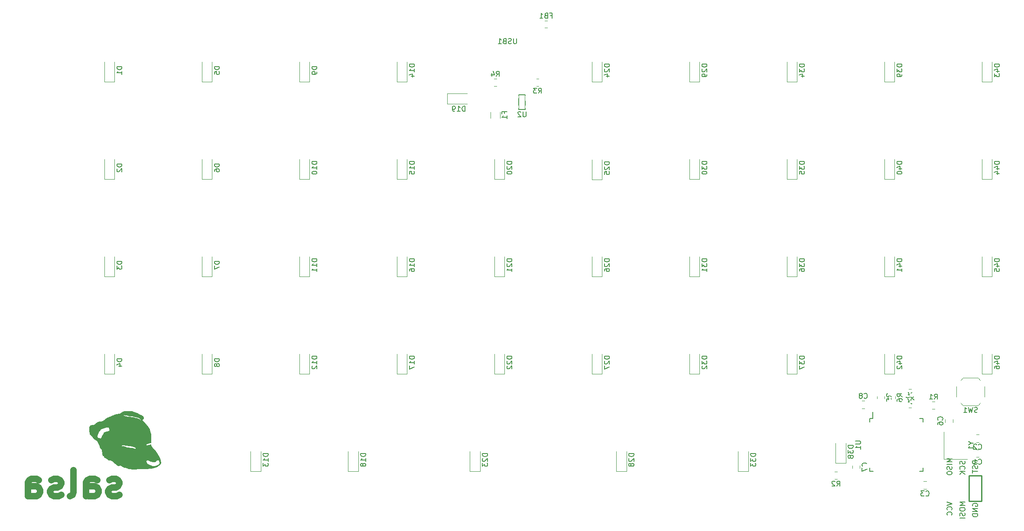
<source format=gbo>
%TF.GenerationSoftware,KiCad,Pcbnew,(5.1.12)-1*%
%TF.CreationDate,2022-01-05T12:33:12-05:00*%
%TF.ProjectId,my-keeb-type-c,6d792d6b-6565-4622-9d74-7970652d632e,rev?*%
%TF.SameCoordinates,Original*%
%TF.FileFunction,Legend,Bot*%
%TF.FilePolarity,Positive*%
%FSLAX46Y46*%
G04 Gerber Fmt 4.6, Leading zero omitted, Abs format (unit mm)*
G04 Created by KiCad (PCBNEW (5.1.12)-1) date 2022-01-05 12:33:12*
%MOMM*%
%LPD*%
G01*
G04 APERTURE LIST*
%ADD10C,1.270000*%
%ADD11C,0.010000*%
%ADD12C,0.120000*%
%ADD13C,0.150000*%
%ADD14C,0.250000*%
%ADD15C,1.750000*%
%ADD16C,2.250000*%
%ADD17C,3.987800*%
%ADD18R,1.800000X2.100000*%
%ADD19R,0.600000X2.450000*%
%ADD20R,0.300000X2.450000*%
%ADD21C,0.650000*%
%ADD22R,0.700000X0.600000*%
%ADD23R,0.700000X1.000000*%
%ADD24R,0.550000X1.500000*%
%ADD25R,1.500000X0.550000*%
%ADD26R,1.800000X1.100000*%
%ADD27R,1.700000X1.700000*%
%ADD28C,1.700000*%
%ADD29R,1.200000X0.900000*%
%ADD30R,0.900000X1.200000*%
G04 APERTURE END LIST*
D10*
X40821428Y-114768690D02*
X40337619Y-115010595D01*
X39370000Y-115010595D01*
X38886190Y-114768690D01*
X38644285Y-114284880D01*
X38644285Y-114042976D01*
X38886190Y-113559166D01*
X39370000Y-113317261D01*
X40095714Y-113317261D01*
X40579523Y-113075357D01*
X40821428Y-112591547D01*
X40821428Y-112349642D01*
X40579523Y-111865833D01*
X40095714Y-111623928D01*
X39370000Y-111623928D01*
X38886190Y-111865833D01*
X34290000Y-115010595D02*
X34290000Y-112349642D01*
X34531904Y-111865833D01*
X35015714Y-111623928D01*
X35983333Y-111623928D01*
X36467142Y-111865833D01*
X34290000Y-114768690D02*
X34773809Y-115010595D01*
X35983333Y-115010595D01*
X36467142Y-114768690D01*
X36709047Y-114284880D01*
X36709047Y-113801071D01*
X36467142Y-113317261D01*
X35983333Y-113075357D01*
X34773809Y-113075357D01*
X34290000Y-112833452D01*
X31145238Y-115010595D02*
X31629047Y-114768690D01*
X31870952Y-114284880D01*
X31870952Y-109930595D01*
X29451904Y-114768690D02*
X28968095Y-115010595D01*
X28000476Y-115010595D01*
X27516666Y-114768690D01*
X27274761Y-114284880D01*
X27274761Y-114042976D01*
X27516666Y-113559166D01*
X28000476Y-113317261D01*
X28726190Y-113317261D01*
X29210000Y-113075357D01*
X29451904Y-112591547D01*
X29451904Y-112349642D01*
X29210000Y-111865833D01*
X28726190Y-111623928D01*
X28000476Y-111623928D01*
X27516666Y-111865833D01*
X22920476Y-115010595D02*
X22920476Y-112349642D01*
X23162380Y-111865833D01*
X23646190Y-111623928D01*
X24613809Y-111623928D01*
X25097619Y-111865833D01*
X22920476Y-114768690D02*
X23404285Y-115010595D01*
X24613809Y-115010595D01*
X25097619Y-114768690D01*
X25339523Y-114284880D01*
X25339523Y-113801071D01*
X25097619Y-113317261D01*
X24613809Y-113075357D01*
X23404285Y-113075357D01*
X22920476Y-112833452D01*
D11*
%TO.C,G\u002A\u002A\u002A*%
G36*
X42968460Y-98389276D02*
G01*
X43073882Y-98397957D01*
X43166789Y-98412712D01*
X43254624Y-98434572D01*
X43344830Y-98464572D01*
X43444850Y-98503744D01*
X43503591Y-98528242D01*
X43592879Y-98565177D01*
X43672736Y-98596853D01*
X43731696Y-98618788D01*
X43751500Y-98625198D01*
X43875122Y-98661656D01*
X44010428Y-98705300D01*
X44147243Y-98752493D01*
X44275394Y-98799596D01*
X44384704Y-98842970D01*
X44465001Y-98878978D01*
X44473974Y-98883550D01*
X44563450Y-98935476D01*
X44655385Y-98997081D01*
X44719816Y-99046811D01*
X44810917Y-99111888D01*
X44925485Y-99169206D01*
X45023926Y-99207263D01*
X45183842Y-99267271D01*
X45304530Y-99320224D01*
X45388288Y-99367298D01*
X45437414Y-99409670D01*
X45447128Y-99424120D01*
X45477954Y-99500207D01*
X45504996Y-99598810D01*
X45523585Y-99700121D01*
X45529249Y-99772474D01*
X45523581Y-99831423D01*
X45501842Y-99886055D01*
X45457490Y-99951351D01*
X45443094Y-99969844D01*
X45378250Y-100060809D01*
X45329219Y-100147342D01*
X45301288Y-100219315D01*
X45296835Y-100249945D01*
X45312669Y-100274277D01*
X45354871Y-100316353D01*
X45415737Y-100368796D01*
X45446762Y-100393500D01*
X45563664Y-100491434D01*
X45685668Y-100605851D01*
X45804055Y-100727578D01*
X45910106Y-100847440D01*
X45995103Y-100956265D01*
X46027621Y-101004696D01*
X46079500Y-101080301D01*
X46149496Y-101171926D01*
X46226334Y-101265128D01*
X46267184Y-101311561D01*
X46379480Y-101443611D01*
X46484997Y-101582605D01*
X46577354Y-101719211D01*
X46650169Y-101844097D01*
X46690724Y-101930967D01*
X46712888Y-101998592D01*
X46738202Y-102093329D01*
X46762939Y-102200517D01*
X46776887Y-102269633D01*
X46801396Y-102384270D01*
X46834978Y-102520889D01*
X46872990Y-102661422D01*
X46906660Y-102774750D01*
X46950173Y-102927733D01*
X46983465Y-103080216D01*
X47006848Y-103238225D01*
X47020636Y-103407788D01*
X47025141Y-103594933D01*
X47020676Y-103805687D01*
X47007554Y-104046077D01*
X46986625Y-104315873D01*
X46974422Y-104442537D01*
X46961327Y-104532302D01*
X46944720Y-104590567D01*
X46921981Y-104622732D01*
X46890488Y-104634195D01*
X46847620Y-104630356D01*
X46835242Y-104627734D01*
X46791834Y-104623711D01*
X46733888Y-104630089D01*
X46653693Y-104648344D01*
X46543538Y-104679953D01*
X46511865Y-104689665D01*
X46375138Y-104733339D01*
X46272827Y-104769883D01*
X46198299Y-104802512D01*
X46144921Y-104834445D01*
X46106061Y-104868897D01*
X46082910Y-104897680D01*
X46033966Y-104986217D01*
X46021738Y-105058285D01*
X46043050Y-105111583D01*
X46094724Y-105143808D01*
X46173583Y-105152658D01*
X46276451Y-105135829D01*
X46368402Y-105104585D01*
X46466758Y-105069356D01*
X46590926Y-105031726D01*
X46724934Y-104996103D01*
X46852813Y-104966896D01*
X46900847Y-104957604D01*
X46952388Y-104953905D01*
X46977541Y-104970158D01*
X46982629Y-104981743D01*
X46996091Y-105014919D01*
X47023394Y-105077166D01*
X47060417Y-105159226D01*
X47098240Y-105241499D01*
X47139141Y-105331674D01*
X47172405Y-105408732D01*
X47194428Y-105464072D01*
X47201667Y-105488425D01*
X47216290Y-105509867D01*
X47257012Y-105555414D01*
X47319110Y-105620152D01*
X47397862Y-105699167D01*
X47488544Y-105787544D01*
X47495795Y-105794509D01*
X47603304Y-105898689D01*
X47687325Y-105983694D01*
X47755591Y-106058942D01*
X47815832Y-106133853D01*
X47875780Y-106217842D01*
X47943166Y-106320329D01*
X47996831Y-106404834D01*
X48137298Y-106630289D01*
X48268538Y-106846299D01*
X48387701Y-107047949D01*
X48491938Y-107230328D01*
X48578401Y-107388523D01*
X48644241Y-107517623D01*
X48653615Y-107537250D01*
X48684727Y-107610049D01*
X48722251Y-107708447D01*
X48763715Y-107824751D01*
X48806645Y-107951269D01*
X48848571Y-108080309D01*
X48887018Y-108204179D01*
X48919515Y-108315186D01*
X48943589Y-108405639D01*
X48956769Y-108467846D01*
X48958500Y-108485797D01*
X48946808Y-108533318D01*
X48915755Y-108603748D01*
X48871374Y-108686125D01*
X48819698Y-108769486D01*
X48766760Y-108842869D01*
X48752378Y-108860316D01*
X48690615Y-108920352D01*
X48620032Y-108972154D01*
X48590771Y-108988303D01*
X48536131Y-109019860D01*
X48461426Y-109070600D01*
X48378697Y-109132115D01*
X48334084Y-109167539D01*
X48241458Y-109238857D01*
X48154211Y-109294975D01*
X48062141Y-109340490D01*
X47955046Y-109379995D01*
X47822727Y-109418084D01*
X47721151Y-109443583D01*
X47418108Y-109508582D01*
X47086931Y-109563395D01*
X46724983Y-109608298D01*
X46329622Y-109643571D01*
X45898209Y-109669492D01*
X45428106Y-109686337D01*
X45413084Y-109686713D01*
X45217795Y-109691902D01*
X45020978Y-109697810D01*
X44830284Y-109704159D01*
X44653366Y-109710670D01*
X44497873Y-109717066D01*
X44371458Y-109723070D01*
X44301834Y-109727051D01*
X44123435Y-109736204D01*
X43930648Y-109742153D01*
X43733158Y-109744907D01*
X43540652Y-109744476D01*
X43362816Y-109740868D01*
X43209336Y-109734094D01*
X43105917Y-109725921D01*
X42967162Y-109708228D01*
X42827913Y-109683143D01*
X42678649Y-109648442D01*
X42509853Y-109601901D01*
X42312004Y-109541296D01*
X42301584Y-109537985D01*
X42176971Y-109499251D01*
X42051917Y-109461960D01*
X41938547Y-109429628D01*
X41848987Y-109405766D01*
X41825334Y-109400024D01*
X41666290Y-109352449D01*
X41508962Y-109282469D01*
X41343120Y-109185140D01*
X41250611Y-109122427D01*
X41161690Y-109064360D01*
X41087753Y-109025012D01*
X41036813Y-109008570D01*
X41032256Y-109008334D01*
X40986666Y-109013157D01*
X40913026Y-109026043D01*
X40824311Y-109044614D01*
X40786110Y-109053434D01*
X40596346Y-109098534D01*
X40412947Y-108974059D01*
X40312949Y-108901978D01*
X40205408Y-108817765D01*
X40108756Y-108736043D01*
X40080232Y-108710101D01*
X40004181Y-108642399D01*
X39900998Y-108555411D01*
X39777748Y-108454807D01*
X39641493Y-108346256D01*
X39499300Y-108235429D01*
X39433956Y-108185664D01*
X46063308Y-108185664D01*
X46087390Y-108297660D01*
X46139223Y-108437338D01*
X46174963Y-108516833D01*
X46220574Y-108611372D01*
X46256323Y-108676317D01*
X46289217Y-108720903D01*
X46326261Y-108754362D01*
X46374462Y-108785930D01*
X46382983Y-108791011D01*
X46454110Y-108829409D01*
X46550250Y-108876050D01*
X46663632Y-108927700D01*
X46786487Y-108981129D01*
X46911043Y-109033102D01*
X47029531Y-109080387D01*
X47134179Y-109119753D01*
X47217218Y-109147965D01*
X47270877Y-109161793D01*
X47275750Y-109162411D01*
X47334942Y-109166403D01*
X47421626Y-109170194D01*
X47520962Y-109173184D01*
X47565783Y-109174109D01*
X47652172Y-109174699D01*
X47721302Y-109171544D01*
X47784864Y-109162392D01*
X47854547Y-109144994D01*
X47942041Y-109117100D01*
X48042033Y-109082442D01*
X48216784Y-109018773D01*
X48354988Y-108962920D01*
X48461174Y-108912458D01*
X48539872Y-108864966D01*
X48595610Y-108818018D01*
X48632917Y-108769190D01*
X48635360Y-108764917D01*
X48668328Y-108673171D01*
X48681662Y-108560090D01*
X48677143Y-108435859D01*
X48656553Y-108310661D01*
X48621672Y-108194681D01*
X48574281Y-108098104D01*
X48516161Y-108031113D01*
X48505742Y-108023660D01*
X48392959Y-107971143D01*
X48279593Y-107960929D01*
X48165781Y-107992996D01*
X48051659Y-108067321D01*
X48006000Y-108108833D01*
X47880760Y-108210415D01*
X47739633Y-108288769D01*
X47596113Y-108336874D01*
X47552923Y-108344591D01*
X47481387Y-108343892D01*
X47378958Y-108328689D01*
X47253590Y-108301289D01*
X47113241Y-108264003D01*
X46965867Y-108219139D01*
X46819423Y-108169008D01*
X46681867Y-108115918D01*
X46561155Y-108062179D01*
X46534917Y-108049106D01*
X46443957Y-108008505D01*
X46362039Y-107988457D01*
X46273799Y-107982958D01*
X46197298Y-107984304D01*
X46149692Y-107992653D01*
X46117659Y-108011897D01*
X46096770Y-108034667D01*
X46066571Y-108098838D01*
X46063308Y-108185664D01*
X39433956Y-108185664D01*
X39358231Y-108127993D01*
X39309417Y-108091488D01*
X39212401Y-108035373D01*
X39106980Y-108009131D01*
X38982101Y-108010584D01*
X38932314Y-108017145D01*
X38819860Y-108026646D01*
X38735499Y-108012681D01*
X38670153Y-107972047D01*
X38617547Y-107906026D01*
X38580808Y-107854700D01*
X38536160Y-107808333D01*
X38477261Y-107762487D01*
X38397766Y-107712725D01*
X38291331Y-107654607D01*
X38169690Y-107592699D01*
X38072924Y-107542332D01*
X37989353Y-107494942D01*
X37926736Y-107455217D01*
X37892832Y-107427839D01*
X37889906Y-107423772D01*
X37872773Y-107377241D01*
X37857325Y-107312430D01*
X37854623Y-107296927D01*
X37834367Y-107214487D01*
X37800228Y-107164842D01*
X37743255Y-107138742D01*
X37693514Y-107130437D01*
X37628233Y-107118279D01*
X37590779Y-107095518D01*
X37570879Y-107063794D01*
X37560179Y-107024897D01*
X37546593Y-106952013D01*
X37531395Y-106853283D01*
X37515860Y-106736848D01*
X37504182Y-106637667D01*
X37477417Y-106419989D01*
X37449131Y-106240814D01*
X37418131Y-106096313D01*
X37383224Y-105982658D01*
X37343218Y-105896020D01*
X37296921Y-105832571D01*
X37243138Y-105788480D01*
X37238850Y-105785894D01*
X37206729Y-105765146D01*
X37179448Y-105741049D01*
X37153996Y-105707906D01*
X37127362Y-105660023D01*
X37096536Y-105591706D01*
X37058508Y-105497260D01*
X37010267Y-105370990D01*
X36987416Y-105310239D01*
X36970907Y-105267296D01*
X41169879Y-105267296D01*
X41182555Y-105308217D01*
X41191960Y-105315756D01*
X41222466Y-105319205D01*
X41282801Y-105315670D01*
X41361183Y-105305949D01*
X41380058Y-105302998D01*
X41545362Y-105276153D01*
X41891723Y-105385656D01*
X42112236Y-105452236D01*
X42307689Y-105503524D01*
X42491400Y-105542086D01*
X42676692Y-105570491D01*
X42876883Y-105591303D01*
X43010667Y-105601279D01*
X43189818Y-105615341D01*
X43334578Y-105632298D01*
X43452872Y-105653763D01*
X43552622Y-105681349D01*
X43641753Y-105716669D01*
X43687292Y-105739022D01*
X43799944Y-105781590D01*
X43906826Y-105785980D01*
X43981175Y-105767763D01*
X44031632Y-105734531D01*
X44049018Y-105686398D01*
X44037092Y-105629339D01*
X43999611Y-105569326D01*
X43940334Y-105512333D01*
X43863019Y-105464333D01*
X43771425Y-105431301D01*
X43769151Y-105430758D01*
X43694135Y-105408601D01*
X43628397Y-105381739D01*
X43603334Y-105367565D01*
X43540152Y-105325637D01*
X43484492Y-105294951D01*
X43427585Y-105273416D01*
X43360664Y-105258942D01*
X43274962Y-105249438D01*
X43161712Y-105242814D01*
X43063584Y-105238853D01*
X42915451Y-105231848D01*
X42789026Y-105221709D01*
X42669209Y-105206463D01*
X42540901Y-105184137D01*
X42389003Y-105152756D01*
X42365084Y-105147547D01*
X42170470Y-105109155D01*
X41977637Y-105078873D01*
X41794667Y-105057506D01*
X41629644Y-105045855D01*
X41490652Y-105044725D01*
X41403342Y-105051977D01*
X41325334Y-105073888D01*
X41260708Y-105120300D01*
X41239300Y-105142350D01*
X41189376Y-105209874D01*
X41169879Y-105267296D01*
X36970907Y-105267296D01*
X36888435Y-105052779D01*
X36798763Y-104833415D01*
X36716907Y-104649310D01*
X36641373Y-104497629D01*
X36570668Y-104375535D01*
X36503299Y-104280191D01*
X36437772Y-104208763D01*
X36385259Y-104166651D01*
X36318054Y-104118650D01*
X36240846Y-104060169D01*
X36199497Y-104027407D01*
X36125156Y-103972177D01*
X36044971Y-103920017D01*
X36004500Y-103897082D01*
X35872866Y-103820206D01*
X35774952Y-103741791D01*
X35702549Y-103654467D01*
X35668125Y-103595097D01*
X35609581Y-103497488D01*
X35549074Y-103426478D01*
X36500823Y-103426478D01*
X36505749Y-103465954D01*
X36535516Y-103523021D01*
X36597713Y-103583692D01*
X36683598Y-103641734D01*
X36784427Y-103690911D01*
X36856146Y-103715841D01*
X36978999Y-103745787D01*
X37073948Y-103754974D01*
X37149815Y-103743702D01*
X37189887Y-103727223D01*
X37242047Y-103683487D01*
X37300490Y-103606463D01*
X37360596Y-103503768D01*
X37417746Y-103383018D01*
X37452906Y-103293531D01*
X37489086Y-103206344D01*
X37531275Y-103123732D01*
X37569633Y-103064567D01*
X37618796Y-102993316D01*
X37671904Y-102901435D01*
X37721154Y-102804003D01*
X37758745Y-102716100D01*
X37773298Y-102670950D01*
X37809794Y-102611017D01*
X37887777Y-102555141D01*
X38006568Y-102503615D01*
X38165488Y-102456734D01*
X38363858Y-102414792D01*
X38364584Y-102414661D01*
X38515006Y-102380280D01*
X38649363Y-102335596D01*
X38759263Y-102283992D01*
X38836314Y-102228851D01*
X38843481Y-102221598D01*
X38874032Y-102177171D01*
X38891807Y-102116446D01*
X38900322Y-102036780D01*
X38896541Y-101921209D01*
X38866120Y-101819158D01*
X38804520Y-101719597D01*
X38738330Y-101643280D01*
X38656888Y-101557667D01*
X38493096Y-101557667D01*
X38423152Y-101559533D01*
X38351243Y-101566006D01*
X38271296Y-101578393D01*
X38177237Y-101598003D01*
X38062991Y-101626147D01*
X37922487Y-101664132D01*
X37749649Y-101713269D01*
X37687250Y-101731349D01*
X37552805Y-101771064D01*
X37451682Y-101802997D01*
X37376316Y-101830323D01*
X37319136Y-101856214D01*
X37272574Y-101883843D01*
X37229064Y-101916383D01*
X37211742Y-101930708D01*
X37169958Y-101972690D01*
X37110521Y-102041286D01*
X37039834Y-102128278D01*
X36964300Y-102225445D01*
X36890325Y-102324570D01*
X36824311Y-102417432D01*
X36777553Y-102487980D01*
X36714075Y-102604046D01*
X36654404Y-102741137D01*
X36601044Y-102890239D01*
X36556500Y-103042338D01*
X36523279Y-103188421D01*
X36503885Y-103319472D01*
X36500823Y-103426478D01*
X35549074Y-103426478D01*
X35535927Y-103411049D01*
X35437122Y-103324788D01*
X35385605Y-103285894D01*
X35270695Y-103189256D01*
X35181725Y-103082183D01*
X35105734Y-102948980D01*
X35103359Y-102944084D01*
X35077425Y-102887242D01*
X35056607Y-102831875D01*
X35039146Y-102770107D01*
X35023281Y-102694063D01*
X35007254Y-102595867D01*
X34989306Y-102467644D01*
X34978398Y-102384706D01*
X34961236Y-102243216D01*
X34946364Y-102102789D01*
X34934736Y-101973904D01*
X34927308Y-101867038D01*
X34925000Y-101798470D01*
X34926549Y-101708814D01*
X34933993Y-101642302D01*
X34951526Y-101582141D01*
X34983346Y-101511539D01*
X35009546Y-101460065D01*
X35052228Y-101380734D01*
X35091809Y-101312635D01*
X35121516Y-101267251D01*
X35127887Y-101259341D01*
X35185482Y-101211736D01*
X35263990Y-101176552D01*
X35369819Y-101151883D01*
X35509382Y-101135821D01*
X35553804Y-101132706D01*
X35660256Y-101124571D01*
X35747476Y-101112589D01*
X35823229Y-101093053D01*
X35895282Y-101062259D01*
X35971400Y-101016500D01*
X36059351Y-100952071D01*
X36166899Y-100865266D01*
X36237334Y-100806546D01*
X36358637Y-100705849D01*
X36457021Y-100628976D01*
X36541688Y-100572176D01*
X36621839Y-100531699D01*
X36706676Y-100503795D01*
X36805401Y-100484713D01*
X36927216Y-100470703D01*
X37081322Y-100458014D01*
X37095070Y-100456963D01*
X37247956Y-100443811D01*
X37367738Y-100428323D01*
X37463629Y-100406947D01*
X37544839Y-100376131D01*
X37620582Y-100332323D01*
X37700070Y-100271971D01*
X37792513Y-100191523D01*
X37799252Y-100185458D01*
X37913373Y-100083514D01*
X38009681Y-100000889D01*
X38095590Y-99933121D01*
X38178511Y-99875744D01*
X38265859Y-99824296D01*
X38365046Y-99774313D01*
X38483484Y-99721332D01*
X38628588Y-99660888D01*
X38756167Y-99609263D01*
X38894634Y-99551815D01*
X39054624Y-99482680D01*
X39219783Y-99409085D01*
X39373759Y-99338253D01*
X39432188Y-99310575D01*
X39604276Y-99229963D01*
X41327528Y-99229963D01*
X41339411Y-99243216D01*
X41381119Y-99256563D01*
X41396894Y-99259678D01*
X41500703Y-99279866D01*
X41622509Y-99306823D01*
X41753346Y-99338211D01*
X41884246Y-99371692D01*
X42006241Y-99404927D01*
X42110364Y-99435579D01*
X42187648Y-99461309D01*
X42218393Y-99473878D01*
X42259447Y-99491825D01*
X42302093Y-99505687D01*
X42353378Y-99516412D01*
X42420350Y-99524950D01*
X42510056Y-99532248D01*
X42629545Y-99539256D01*
X42747559Y-99545113D01*
X42882059Y-99552524D01*
X43006592Y-99561257D01*
X43113246Y-99570609D01*
X43194108Y-99579880D01*
X43241262Y-99588368D01*
X43243500Y-99589043D01*
X43298243Y-99601757D01*
X43380646Y-99615193D01*
X43476142Y-99627099D01*
X43513802Y-99630842D01*
X43615280Y-99642051D01*
X43688292Y-99656268D01*
X43746697Y-99677415D01*
X43804352Y-99709414D01*
X43814818Y-99716050D01*
X43884778Y-99756165D01*
X43936911Y-99772345D01*
X43982411Y-99769506D01*
X44041163Y-99767990D01*
X44125003Y-99780489D01*
X44225138Y-99804053D01*
X44332775Y-99835734D01*
X44439122Y-99872585D01*
X44535385Y-99911657D01*
X44612773Y-99950002D01*
X44662491Y-99984672D01*
X44675122Y-100001769D01*
X44697566Y-100023443D01*
X44747426Y-100057485D01*
X44814003Y-100097837D01*
X44886599Y-100138443D01*
X44954517Y-100173247D01*
X45007058Y-100196193D01*
X45028712Y-100201942D01*
X45027022Y-100185193D01*
X45008255Y-100139182D01*
X44975827Y-100071693D01*
X44947871Y-100017792D01*
X44899911Y-99932636D01*
X44852896Y-99857502D01*
X44813923Y-99803384D01*
X44798887Y-99786922D01*
X44725475Y-99737761D01*
X44613592Y-99686873D01*
X44467014Y-99635186D01*
X44289519Y-99583623D01*
X44084886Y-99533111D01*
X43856893Y-99484575D01*
X43609317Y-99438940D01*
X43345937Y-99397132D01*
X43070530Y-99360076D01*
X43042417Y-99356661D01*
X42902273Y-99338095D01*
X42753425Y-99315507D01*
X42611377Y-99291423D01*
X42491635Y-99268369D01*
X42464408Y-99262485D01*
X42234798Y-99213676D01*
X42037964Y-99177010D01*
X41876120Y-99152848D01*
X41751480Y-99141550D01*
X41717849Y-99140703D01*
X41647364Y-99145352D01*
X41563604Y-99157817D01*
X41478099Y-99175460D01*
X41402375Y-99195645D01*
X41347962Y-99215737D01*
X41327528Y-99229963D01*
X39604276Y-99229963D01*
X39606343Y-99228995D01*
X39750847Y-99165932D01*
X39872817Y-99118924D01*
X39979372Y-99085505D01*
X40077628Y-99063213D01*
X40174703Y-99049584D01*
X40190689Y-99048035D01*
X40273399Y-99036431D01*
X40380028Y-99015833D01*
X40494012Y-98989632D01*
X40559239Y-98972578D01*
X40665116Y-98945054D01*
X40769023Y-98920946D01*
X40856428Y-98903489D01*
X40897906Y-98897194D01*
X41022607Y-98863432D01*
X41151339Y-98792476D01*
X41277587Y-98688127D01*
X41306750Y-98658582D01*
X41373857Y-98595841D01*
X41448235Y-98543627D01*
X41534352Y-98500934D01*
X41636673Y-98466758D01*
X41759665Y-98440091D01*
X41907794Y-98419930D01*
X42085525Y-98405268D01*
X42297326Y-98395100D01*
X42502667Y-98389343D01*
X42690295Y-98386002D01*
X42843079Y-98385635D01*
X42968460Y-98389276D01*
G37*
X42968460Y-98389276D02*
X43073882Y-98397957D01*
X43166789Y-98412712D01*
X43254624Y-98434572D01*
X43344830Y-98464572D01*
X43444850Y-98503744D01*
X43503591Y-98528242D01*
X43592879Y-98565177D01*
X43672736Y-98596853D01*
X43731696Y-98618788D01*
X43751500Y-98625198D01*
X43875122Y-98661656D01*
X44010428Y-98705300D01*
X44147243Y-98752493D01*
X44275394Y-98799596D01*
X44384704Y-98842970D01*
X44465001Y-98878978D01*
X44473974Y-98883550D01*
X44563450Y-98935476D01*
X44655385Y-98997081D01*
X44719816Y-99046811D01*
X44810917Y-99111888D01*
X44925485Y-99169206D01*
X45023926Y-99207263D01*
X45183842Y-99267271D01*
X45304530Y-99320224D01*
X45388288Y-99367298D01*
X45437414Y-99409670D01*
X45447128Y-99424120D01*
X45477954Y-99500207D01*
X45504996Y-99598810D01*
X45523585Y-99700121D01*
X45529249Y-99772474D01*
X45523581Y-99831423D01*
X45501842Y-99886055D01*
X45457490Y-99951351D01*
X45443094Y-99969844D01*
X45378250Y-100060809D01*
X45329219Y-100147342D01*
X45301288Y-100219315D01*
X45296835Y-100249945D01*
X45312669Y-100274277D01*
X45354871Y-100316353D01*
X45415737Y-100368796D01*
X45446762Y-100393500D01*
X45563664Y-100491434D01*
X45685668Y-100605851D01*
X45804055Y-100727578D01*
X45910106Y-100847440D01*
X45995103Y-100956265D01*
X46027621Y-101004696D01*
X46079500Y-101080301D01*
X46149496Y-101171926D01*
X46226334Y-101265128D01*
X46267184Y-101311561D01*
X46379480Y-101443611D01*
X46484997Y-101582605D01*
X46577354Y-101719211D01*
X46650169Y-101844097D01*
X46690724Y-101930967D01*
X46712888Y-101998592D01*
X46738202Y-102093329D01*
X46762939Y-102200517D01*
X46776887Y-102269633D01*
X46801396Y-102384270D01*
X46834978Y-102520889D01*
X46872990Y-102661422D01*
X46906660Y-102774750D01*
X46950173Y-102927733D01*
X46983465Y-103080216D01*
X47006848Y-103238225D01*
X47020636Y-103407788D01*
X47025141Y-103594933D01*
X47020676Y-103805687D01*
X47007554Y-104046077D01*
X46986625Y-104315873D01*
X46974422Y-104442537D01*
X46961327Y-104532302D01*
X46944720Y-104590567D01*
X46921981Y-104622732D01*
X46890488Y-104634195D01*
X46847620Y-104630356D01*
X46835242Y-104627734D01*
X46791834Y-104623711D01*
X46733888Y-104630089D01*
X46653693Y-104648344D01*
X46543538Y-104679953D01*
X46511865Y-104689665D01*
X46375138Y-104733339D01*
X46272827Y-104769883D01*
X46198299Y-104802512D01*
X46144921Y-104834445D01*
X46106061Y-104868897D01*
X46082910Y-104897680D01*
X46033966Y-104986217D01*
X46021738Y-105058285D01*
X46043050Y-105111583D01*
X46094724Y-105143808D01*
X46173583Y-105152658D01*
X46276451Y-105135829D01*
X46368402Y-105104585D01*
X46466758Y-105069356D01*
X46590926Y-105031726D01*
X46724934Y-104996103D01*
X46852813Y-104966896D01*
X46900847Y-104957604D01*
X46952388Y-104953905D01*
X46977541Y-104970158D01*
X46982629Y-104981743D01*
X46996091Y-105014919D01*
X47023394Y-105077166D01*
X47060417Y-105159226D01*
X47098240Y-105241499D01*
X47139141Y-105331674D01*
X47172405Y-105408732D01*
X47194428Y-105464072D01*
X47201667Y-105488425D01*
X47216290Y-105509867D01*
X47257012Y-105555414D01*
X47319110Y-105620152D01*
X47397862Y-105699167D01*
X47488544Y-105787544D01*
X47495795Y-105794509D01*
X47603304Y-105898689D01*
X47687325Y-105983694D01*
X47755591Y-106058942D01*
X47815832Y-106133853D01*
X47875780Y-106217842D01*
X47943166Y-106320329D01*
X47996831Y-106404834D01*
X48137298Y-106630289D01*
X48268538Y-106846299D01*
X48387701Y-107047949D01*
X48491938Y-107230328D01*
X48578401Y-107388523D01*
X48644241Y-107517623D01*
X48653615Y-107537250D01*
X48684727Y-107610049D01*
X48722251Y-107708447D01*
X48763715Y-107824751D01*
X48806645Y-107951269D01*
X48848571Y-108080309D01*
X48887018Y-108204179D01*
X48919515Y-108315186D01*
X48943589Y-108405639D01*
X48956769Y-108467846D01*
X48958500Y-108485797D01*
X48946808Y-108533318D01*
X48915755Y-108603748D01*
X48871374Y-108686125D01*
X48819698Y-108769486D01*
X48766760Y-108842869D01*
X48752378Y-108860316D01*
X48690615Y-108920352D01*
X48620032Y-108972154D01*
X48590771Y-108988303D01*
X48536131Y-109019860D01*
X48461426Y-109070600D01*
X48378697Y-109132115D01*
X48334084Y-109167539D01*
X48241458Y-109238857D01*
X48154211Y-109294975D01*
X48062141Y-109340490D01*
X47955046Y-109379995D01*
X47822727Y-109418084D01*
X47721151Y-109443583D01*
X47418108Y-109508582D01*
X47086931Y-109563395D01*
X46724983Y-109608298D01*
X46329622Y-109643571D01*
X45898209Y-109669492D01*
X45428106Y-109686337D01*
X45413084Y-109686713D01*
X45217795Y-109691902D01*
X45020978Y-109697810D01*
X44830284Y-109704159D01*
X44653366Y-109710670D01*
X44497873Y-109717066D01*
X44371458Y-109723070D01*
X44301834Y-109727051D01*
X44123435Y-109736204D01*
X43930648Y-109742153D01*
X43733158Y-109744907D01*
X43540652Y-109744476D01*
X43362816Y-109740868D01*
X43209336Y-109734094D01*
X43105917Y-109725921D01*
X42967162Y-109708228D01*
X42827913Y-109683143D01*
X42678649Y-109648442D01*
X42509853Y-109601901D01*
X42312004Y-109541296D01*
X42301584Y-109537985D01*
X42176971Y-109499251D01*
X42051917Y-109461960D01*
X41938547Y-109429628D01*
X41848987Y-109405766D01*
X41825334Y-109400024D01*
X41666290Y-109352449D01*
X41508962Y-109282469D01*
X41343120Y-109185140D01*
X41250611Y-109122427D01*
X41161690Y-109064360D01*
X41087753Y-109025012D01*
X41036813Y-109008570D01*
X41032256Y-109008334D01*
X40986666Y-109013157D01*
X40913026Y-109026043D01*
X40824311Y-109044614D01*
X40786110Y-109053434D01*
X40596346Y-109098534D01*
X40412947Y-108974059D01*
X40312949Y-108901978D01*
X40205408Y-108817765D01*
X40108756Y-108736043D01*
X40080232Y-108710101D01*
X40004181Y-108642399D01*
X39900998Y-108555411D01*
X39777748Y-108454807D01*
X39641493Y-108346256D01*
X39499300Y-108235429D01*
X39433956Y-108185664D01*
X46063308Y-108185664D01*
X46087390Y-108297660D01*
X46139223Y-108437338D01*
X46174963Y-108516833D01*
X46220574Y-108611372D01*
X46256323Y-108676317D01*
X46289217Y-108720903D01*
X46326261Y-108754362D01*
X46374462Y-108785930D01*
X46382983Y-108791011D01*
X46454110Y-108829409D01*
X46550250Y-108876050D01*
X46663632Y-108927700D01*
X46786487Y-108981129D01*
X46911043Y-109033102D01*
X47029531Y-109080387D01*
X47134179Y-109119753D01*
X47217218Y-109147965D01*
X47270877Y-109161793D01*
X47275750Y-109162411D01*
X47334942Y-109166403D01*
X47421626Y-109170194D01*
X47520962Y-109173184D01*
X47565783Y-109174109D01*
X47652172Y-109174699D01*
X47721302Y-109171544D01*
X47784864Y-109162392D01*
X47854547Y-109144994D01*
X47942041Y-109117100D01*
X48042033Y-109082442D01*
X48216784Y-109018773D01*
X48354988Y-108962920D01*
X48461174Y-108912458D01*
X48539872Y-108864966D01*
X48595610Y-108818018D01*
X48632917Y-108769190D01*
X48635360Y-108764917D01*
X48668328Y-108673171D01*
X48681662Y-108560090D01*
X48677143Y-108435859D01*
X48656553Y-108310661D01*
X48621672Y-108194681D01*
X48574281Y-108098104D01*
X48516161Y-108031113D01*
X48505742Y-108023660D01*
X48392959Y-107971143D01*
X48279593Y-107960929D01*
X48165781Y-107992996D01*
X48051659Y-108067321D01*
X48006000Y-108108833D01*
X47880760Y-108210415D01*
X47739633Y-108288769D01*
X47596113Y-108336874D01*
X47552923Y-108344591D01*
X47481387Y-108343892D01*
X47378958Y-108328689D01*
X47253590Y-108301289D01*
X47113241Y-108264003D01*
X46965867Y-108219139D01*
X46819423Y-108169008D01*
X46681867Y-108115918D01*
X46561155Y-108062179D01*
X46534917Y-108049106D01*
X46443957Y-108008505D01*
X46362039Y-107988457D01*
X46273799Y-107982958D01*
X46197298Y-107984304D01*
X46149692Y-107992653D01*
X46117659Y-108011897D01*
X46096770Y-108034667D01*
X46066571Y-108098838D01*
X46063308Y-108185664D01*
X39433956Y-108185664D01*
X39358231Y-108127993D01*
X39309417Y-108091488D01*
X39212401Y-108035373D01*
X39106980Y-108009131D01*
X38982101Y-108010584D01*
X38932314Y-108017145D01*
X38819860Y-108026646D01*
X38735499Y-108012681D01*
X38670153Y-107972047D01*
X38617547Y-107906026D01*
X38580808Y-107854700D01*
X38536160Y-107808333D01*
X38477261Y-107762487D01*
X38397766Y-107712725D01*
X38291331Y-107654607D01*
X38169690Y-107592699D01*
X38072924Y-107542332D01*
X37989353Y-107494942D01*
X37926736Y-107455217D01*
X37892832Y-107427839D01*
X37889906Y-107423772D01*
X37872773Y-107377241D01*
X37857325Y-107312430D01*
X37854623Y-107296927D01*
X37834367Y-107214487D01*
X37800228Y-107164842D01*
X37743255Y-107138742D01*
X37693514Y-107130437D01*
X37628233Y-107118279D01*
X37590779Y-107095518D01*
X37570879Y-107063794D01*
X37560179Y-107024897D01*
X37546593Y-106952013D01*
X37531395Y-106853283D01*
X37515860Y-106736848D01*
X37504182Y-106637667D01*
X37477417Y-106419989D01*
X37449131Y-106240814D01*
X37418131Y-106096313D01*
X37383224Y-105982658D01*
X37343218Y-105896020D01*
X37296921Y-105832571D01*
X37243138Y-105788480D01*
X37238850Y-105785894D01*
X37206729Y-105765146D01*
X37179448Y-105741049D01*
X37153996Y-105707906D01*
X37127362Y-105660023D01*
X37096536Y-105591706D01*
X37058508Y-105497260D01*
X37010267Y-105370990D01*
X36987416Y-105310239D01*
X36970907Y-105267296D01*
X41169879Y-105267296D01*
X41182555Y-105308217D01*
X41191960Y-105315756D01*
X41222466Y-105319205D01*
X41282801Y-105315670D01*
X41361183Y-105305949D01*
X41380058Y-105302998D01*
X41545362Y-105276153D01*
X41891723Y-105385656D01*
X42112236Y-105452236D01*
X42307689Y-105503524D01*
X42491400Y-105542086D01*
X42676692Y-105570491D01*
X42876883Y-105591303D01*
X43010667Y-105601279D01*
X43189818Y-105615341D01*
X43334578Y-105632298D01*
X43452872Y-105653763D01*
X43552622Y-105681349D01*
X43641753Y-105716669D01*
X43687292Y-105739022D01*
X43799944Y-105781590D01*
X43906826Y-105785980D01*
X43981175Y-105767763D01*
X44031632Y-105734531D01*
X44049018Y-105686398D01*
X44037092Y-105629339D01*
X43999611Y-105569326D01*
X43940334Y-105512333D01*
X43863019Y-105464333D01*
X43771425Y-105431301D01*
X43769151Y-105430758D01*
X43694135Y-105408601D01*
X43628397Y-105381739D01*
X43603334Y-105367565D01*
X43540152Y-105325637D01*
X43484492Y-105294951D01*
X43427585Y-105273416D01*
X43360664Y-105258942D01*
X43274962Y-105249438D01*
X43161712Y-105242814D01*
X43063584Y-105238853D01*
X42915451Y-105231848D01*
X42789026Y-105221709D01*
X42669209Y-105206463D01*
X42540901Y-105184137D01*
X42389003Y-105152756D01*
X42365084Y-105147547D01*
X42170470Y-105109155D01*
X41977637Y-105078873D01*
X41794667Y-105057506D01*
X41629644Y-105045855D01*
X41490652Y-105044725D01*
X41403342Y-105051977D01*
X41325334Y-105073888D01*
X41260708Y-105120300D01*
X41239300Y-105142350D01*
X41189376Y-105209874D01*
X41169879Y-105267296D01*
X36970907Y-105267296D01*
X36888435Y-105052779D01*
X36798763Y-104833415D01*
X36716907Y-104649310D01*
X36641373Y-104497629D01*
X36570668Y-104375535D01*
X36503299Y-104280191D01*
X36437772Y-104208763D01*
X36385259Y-104166651D01*
X36318054Y-104118650D01*
X36240846Y-104060169D01*
X36199497Y-104027407D01*
X36125156Y-103972177D01*
X36044971Y-103920017D01*
X36004500Y-103897082D01*
X35872866Y-103820206D01*
X35774952Y-103741791D01*
X35702549Y-103654467D01*
X35668125Y-103595097D01*
X35609581Y-103497488D01*
X35549074Y-103426478D01*
X36500823Y-103426478D01*
X36505749Y-103465954D01*
X36535516Y-103523021D01*
X36597713Y-103583692D01*
X36683598Y-103641734D01*
X36784427Y-103690911D01*
X36856146Y-103715841D01*
X36978999Y-103745787D01*
X37073948Y-103754974D01*
X37149815Y-103743702D01*
X37189887Y-103727223D01*
X37242047Y-103683487D01*
X37300490Y-103606463D01*
X37360596Y-103503768D01*
X37417746Y-103383018D01*
X37452906Y-103293531D01*
X37489086Y-103206344D01*
X37531275Y-103123732D01*
X37569633Y-103064567D01*
X37618796Y-102993316D01*
X37671904Y-102901435D01*
X37721154Y-102804003D01*
X37758745Y-102716100D01*
X37773298Y-102670950D01*
X37809794Y-102611017D01*
X37887777Y-102555141D01*
X38006568Y-102503615D01*
X38165488Y-102456734D01*
X38363858Y-102414792D01*
X38364584Y-102414661D01*
X38515006Y-102380280D01*
X38649363Y-102335596D01*
X38759263Y-102283992D01*
X38836314Y-102228851D01*
X38843481Y-102221598D01*
X38874032Y-102177171D01*
X38891807Y-102116446D01*
X38900322Y-102036780D01*
X38896541Y-101921209D01*
X38866120Y-101819158D01*
X38804520Y-101719597D01*
X38738330Y-101643280D01*
X38656888Y-101557667D01*
X38493096Y-101557667D01*
X38423152Y-101559533D01*
X38351243Y-101566006D01*
X38271296Y-101578393D01*
X38177237Y-101598003D01*
X38062991Y-101626147D01*
X37922487Y-101664132D01*
X37749649Y-101713269D01*
X37687250Y-101731349D01*
X37552805Y-101771064D01*
X37451682Y-101802997D01*
X37376316Y-101830323D01*
X37319136Y-101856214D01*
X37272574Y-101883843D01*
X37229064Y-101916383D01*
X37211742Y-101930708D01*
X37169958Y-101972690D01*
X37110521Y-102041286D01*
X37039834Y-102128278D01*
X36964300Y-102225445D01*
X36890325Y-102324570D01*
X36824311Y-102417432D01*
X36777553Y-102487980D01*
X36714075Y-102604046D01*
X36654404Y-102741137D01*
X36601044Y-102890239D01*
X36556500Y-103042338D01*
X36523279Y-103188421D01*
X36503885Y-103319472D01*
X36500823Y-103426478D01*
X35549074Y-103426478D01*
X35535927Y-103411049D01*
X35437122Y-103324788D01*
X35385605Y-103285894D01*
X35270695Y-103189256D01*
X35181725Y-103082183D01*
X35105734Y-102948980D01*
X35103359Y-102944084D01*
X35077425Y-102887242D01*
X35056607Y-102831875D01*
X35039146Y-102770107D01*
X35023281Y-102694063D01*
X35007254Y-102595867D01*
X34989306Y-102467644D01*
X34978398Y-102384706D01*
X34961236Y-102243216D01*
X34946364Y-102102789D01*
X34934736Y-101973904D01*
X34927308Y-101867038D01*
X34925000Y-101798470D01*
X34926549Y-101708814D01*
X34933993Y-101642302D01*
X34951526Y-101582141D01*
X34983346Y-101511539D01*
X35009546Y-101460065D01*
X35052228Y-101380734D01*
X35091809Y-101312635D01*
X35121516Y-101267251D01*
X35127887Y-101259341D01*
X35185482Y-101211736D01*
X35263990Y-101176552D01*
X35369819Y-101151883D01*
X35509382Y-101135821D01*
X35553804Y-101132706D01*
X35660256Y-101124571D01*
X35747476Y-101112589D01*
X35823229Y-101093053D01*
X35895282Y-101062259D01*
X35971400Y-101016500D01*
X36059351Y-100952071D01*
X36166899Y-100865266D01*
X36237334Y-100806546D01*
X36358637Y-100705849D01*
X36457021Y-100628976D01*
X36541688Y-100572176D01*
X36621839Y-100531699D01*
X36706676Y-100503795D01*
X36805401Y-100484713D01*
X36927216Y-100470703D01*
X37081322Y-100458014D01*
X37095070Y-100456963D01*
X37247956Y-100443811D01*
X37367738Y-100428323D01*
X37463629Y-100406947D01*
X37544839Y-100376131D01*
X37620582Y-100332323D01*
X37700070Y-100271971D01*
X37792513Y-100191523D01*
X37799252Y-100185458D01*
X37913373Y-100083514D01*
X38009681Y-100000889D01*
X38095590Y-99933121D01*
X38178511Y-99875744D01*
X38265859Y-99824296D01*
X38365046Y-99774313D01*
X38483484Y-99721332D01*
X38628588Y-99660888D01*
X38756167Y-99609263D01*
X38894634Y-99551815D01*
X39054624Y-99482680D01*
X39219783Y-99409085D01*
X39373759Y-99338253D01*
X39432188Y-99310575D01*
X39604276Y-99229963D01*
X41327528Y-99229963D01*
X41339411Y-99243216D01*
X41381119Y-99256563D01*
X41396894Y-99259678D01*
X41500703Y-99279866D01*
X41622509Y-99306823D01*
X41753346Y-99338211D01*
X41884246Y-99371692D01*
X42006241Y-99404927D01*
X42110364Y-99435579D01*
X42187648Y-99461309D01*
X42218393Y-99473878D01*
X42259447Y-99491825D01*
X42302093Y-99505687D01*
X42353378Y-99516412D01*
X42420350Y-99524950D01*
X42510056Y-99532248D01*
X42629545Y-99539256D01*
X42747559Y-99545113D01*
X42882059Y-99552524D01*
X43006592Y-99561257D01*
X43113246Y-99570609D01*
X43194108Y-99579880D01*
X43241262Y-99588368D01*
X43243500Y-99589043D01*
X43298243Y-99601757D01*
X43380646Y-99615193D01*
X43476142Y-99627099D01*
X43513802Y-99630842D01*
X43615280Y-99642051D01*
X43688292Y-99656268D01*
X43746697Y-99677415D01*
X43804352Y-99709414D01*
X43814818Y-99716050D01*
X43884778Y-99756165D01*
X43936911Y-99772345D01*
X43982411Y-99769506D01*
X44041163Y-99767990D01*
X44125003Y-99780489D01*
X44225138Y-99804053D01*
X44332775Y-99835734D01*
X44439122Y-99872585D01*
X44535385Y-99911657D01*
X44612773Y-99950002D01*
X44662491Y-99984672D01*
X44675122Y-100001769D01*
X44697566Y-100023443D01*
X44747426Y-100057485D01*
X44814003Y-100097837D01*
X44886599Y-100138443D01*
X44954517Y-100173247D01*
X45007058Y-100196193D01*
X45028712Y-100201942D01*
X45027022Y-100185193D01*
X45008255Y-100139182D01*
X44975827Y-100071693D01*
X44947871Y-100017792D01*
X44899911Y-99932636D01*
X44852896Y-99857502D01*
X44813923Y-99803384D01*
X44798887Y-99786922D01*
X44725475Y-99737761D01*
X44613592Y-99686873D01*
X44467014Y-99635186D01*
X44289519Y-99583623D01*
X44084886Y-99533111D01*
X43856893Y-99484575D01*
X43609317Y-99438940D01*
X43345937Y-99397132D01*
X43070530Y-99360076D01*
X43042417Y-99356661D01*
X42902273Y-99338095D01*
X42753425Y-99315507D01*
X42611377Y-99291423D01*
X42491635Y-99268369D01*
X42464408Y-99262485D01*
X42234798Y-99213676D01*
X42037964Y-99177010D01*
X41876120Y-99152848D01*
X41751480Y-99141550D01*
X41717849Y-99140703D01*
X41647364Y-99145352D01*
X41563604Y-99157817D01*
X41478099Y-99175460D01*
X41402375Y-99195645D01*
X41347962Y-99215737D01*
X41327528Y-99229963D01*
X39604276Y-99229963D01*
X39606343Y-99228995D01*
X39750847Y-99165932D01*
X39872817Y-99118924D01*
X39979372Y-99085505D01*
X40077628Y-99063213D01*
X40174703Y-99049584D01*
X40190689Y-99048035D01*
X40273399Y-99036431D01*
X40380028Y-99015833D01*
X40494012Y-98989632D01*
X40559239Y-98972578D01*
X40665116Y-98945054D01*
X40769023Y-98920946D01*
X40856428Y-98903489D01*
X40897906Y-98897194D01*
X41022607Y-98863432D01*
X41151339Y-98792476D01*
X41277587Y-98688127D01*
X41306750Y-98658582D01*
X41373857Y-98595841D01*
X41448235Y-98543627D01*
X41534352Y-98500934D01*
X41636673Y-98466758D01*
X41759665Y-98440091D01*
X41907794Y-98419930D01*
X42085525Y-98405268D01*
X42297326Y-98395100D01*
X42502667Y-98389343D01*
X42690295Y-98386002D01*
X42843079Y-98385635D01*
X42968460Y-98389276D01*
D12*
%TO.C,FB1*%
X124467252Y-22023000D02*
X123944748Y-22023000D01*
X124467252Y-23443000D02*
X123944748Y-23443000D01*
%TO.C,Y1*%
X201966000Y-107856000D02*
X201966000Y-102456000D01*
X206466000Y-107856000D02*
X201966000Y-107856000D01*
D13*
%TO.C,U2*%
X118857000Y-36491250D02*
X118857000Y-39391250D01*
X118857000Y-36491250D02*
X120157000Y-36491250D01*
X120157000Y-36491250D02*
X120157000Y-39391250D01*
X120157000Y-39391250D02*
X118857000Y-39391250D01*
%TO.C,U1*%
X188059000Y-99854000D02*
X188059000Y-98579000D01*
X187484000Y-110204000D02*
X187484000Y-109529000D01*
X197834000Y-110204000D02*
X197834000Y-109529000D01*
X197834000Y-99854000D02*
X197834000Y-100529000D01*
X187484000Y-99854000D02*
X187484000Y-100529000D01*
X197834000Y-99854000D02*
X197159000Y-99854000D01*
X197834000Y-110204000D02*
X197159000Y-110204000D01*
X187484000Y-110204000D02*
X188159000Y-110204000D01*
X187484000Y-99854000D02*
X188059000Y-99854000D01*
D12*
%TO.C,SW1*%
X204417000Y-93575000D02*
X204417000Y-95655000D01*
X208587000Y-97335000D02*
X209077000Y-96845000D01*
X209857000Y-93575000D02*
X209857000Y-95655000D01*
X205687000Y-97335000D02*
X205197000Y-96845000D01*
X205687000Y-97335000D02*
X208587000Y-97335000D01*
X205687000Y-91895000D02*
X205197000Y-92385000D01*
X205687000Y-91895000D02*
X208587000Y-91895000D01*
X208587000Y-91895000D02*
X209077000Y-92385000D01*
%TO.C,R6*%
X190972000Y-95985064D02*
X190972000Y-95530936D01*
X192442000Y-95985064D02*
X192442000Y-95530936D01*
%TO.C,R5*%
X188876000Y-95985064D02*
X188876000Y-95530936D01*
X190346000Y-95985064D02*
X190346000Y-95530936D01*
%TO.C,R4*%
X114527064Y-33396250D02*
X114072936Y-33396250D01*
X114527064Y-34866250D02*
X114072936Y-34866250D01*
%TO.C,R3*%
X122327936Y-34866250D02*
X122782064Y-34866250D01*
X122327936Y-33396250D02*
X122782064Y-33396250D01*
%TO.C,R2*%
X180620936Y-110263000D02*
X181075064Y-110263000D01*
X180620936Y-111733000D02*
X181075064Y-111733000D01*
%TO.C,R1*%
X200125064Y-98017000D02*
X199670936Y-98017000D01*
X200125064Y-96547000D02*
X199670936Y-96547000D01*
D14*
%TO.C,J1*%
X209331250Y-111006250D02*
X206831250Y-111006250D01*
X209331250Y-116006250D02*
X209331250Y-111006250D01*
X206831250Y-116006250D02*
X209331250Y-116006250D01*
X206831250Y-111006250D02*
X206831250Y-116006250D01*
D12*
%TO.C,F1*%
X115210000Y-41083314D02*
X115210000Y-39879186D01*
X113390000Y-41083314D02*
X113390000Y-39879186D01*
%TO.C,D46*%
X211343750Y-91150000D02*
X209343750Y-91150000D01*
X209343750Y-91150000D02*
X209343750Y-87250000D01*
X211343750Y-91150000D02*
X211343750Y-87250000D01*
%TO.C,D45*%
X211343750Y-72100000D02*
X209343750Y-72100000D01*
X209343750Y-72100000D02*
X209343750Y-68200000D01*
X211343750Y-72100000D02*
X211343750Y-68200000D01*
%TO.C,D44*%
X211343750Y-53050000D02*
X209343750Y-53050000D01*
X209343750Y-53050000D02*
X209343750Y-49150000D01*
X211343750Y-53050000D02*
X211343750Y-49150000D01*
%TO.C,D43*%
X211343750Y-34000000D02*
X209343750Y-34000000D01*
X209343750Y-34000000D02*
X209343750Y-30100000D01*
X211343750Y-34000000D02*
X211343750Y-30100000D01*
%TO.C,D42*%
X192293750Y-91150000D02*
X190293750Y-91150000D01*
X190293750Y-91150000D02*
X190293750Y-87250000D01*
X192293750Y-91150000D02*
X192293750Y-87250000D01*
%TO.C,D41*%
X192293750Y-72100000D02*
X190293750Y-72100000D01*
X190293750Y-72100000D02*
X190293750Y-68200000D01*
X192293750Y-72100000D02*
X192293750Y-68200000D01*
%TO.C,D40*%
X192293750Y-53050000D02*
X190293750Y-53050000D01*
X190293750Y-53050000D02*
X190293750Y-49150000D01*
X192293750Y-53050000D02*
X192293750Y-49150000D01*
%TO.C,D39*%
X192293750Y-34000000D02*
X190293750Y-34000000D01*
X190293750Y-34000000D02*
X190293750Y-30100000D01*
X192293750Y-34000000D02*
X192293750Y-30100000D01*
%TO.C,D38*%
X182768750Y-108612500D02*
X180768750Y-108612500D01*
X180768750Y-108612500D02*
X180768750Y-104712500D01*
X182768750Y-108612500D02*
X182768750Y-104712500D01*
%TO.C,D37*%
X173243750Y-91150000D02*
X171243750Y-91150000D01*
X171243750Y-91150000D02*
X171243750Y-87250000D01*
X173243750Y-91150000D02*
X173243750Y-87250000D01*
%TO.C,D36*%
X173243750Y-72100000D02*
X171243750Y-72100000D01*
X171243750Y-72100000D02*
X171243750Y-68200000D01*
X173243750Y-72100000D02*
X173243750Y-68200000D01*
%TO.C,D35*%
X173243750Y-53050000D02*
X171243750Y-53050000D01*
X171243750Y-53050000D02*
X171243750Y-49150000D01*
X173243750Y-53050000D02*
X173243750Y-49150000D01*
%TO.C,D34*%
X173243750Y-34000000D02*
X171243750Y-34000000D01*
X171243750Y-34000000D02*
X171243750Y-30100000D01*
X173243750Y-34000000D02*
X173243750Y-30100000D01*
%TO.C,D33*%
X163718750Y-110200000D02*
X161718750Y-110200000D01*
X161718750Y-110200000D02*
X161718750Y-106300000D01*
X163718750Y-110200000D02*
X163718750Y-106300000D01*
%TO.C,D32*%
X154193750Y-91150000D02*
X152193750Y-91150000D01*
X152193750Y-91150000D02*
X152193750Y-87250000D01*
X154193750Y-91150000D02*
X154193750Y-87250000D01*
%TO.C,D31*%
X154193750Y-72100000D02*
X152193750Y-72100000D01*
X152193750Y-72100000D02*
X152193750Y-68200000D01*
X154193750Y-72100000D02*
X154193750Y-68200000D01*
%TO.C,D30*%
X154193750Y-53050000D02*
X152193750Y-53050000D01*
X152193750Y-53050000D02*
X152193750Y-49150000D01*
X154193750Y-53050000D02*
X154193750Y-49150000D01*
%TO.C,D29*%
X154193750Y-34000000D02*
X152193750Y-34000000D01*
X152193750Y-34000000D02*
X152193750Y-30100000D01*
X154193750Y-34000000D02*
X154193750Y-30100000D01*
%TO.C,D28*%
X139906250Y-110200000D02*
X137906250Y-110200000D01*
X137906250Y-110200000D02*
X137906250Y-106300000D01*
X139906250Y-110200000D02*
X139906250Y-106300000D01*
%TO.C,D27*%
X135143750Y-91150000D02*
X133143750Y-91150000D01*
X133143750Y-91150000D02*
X133143750Y-87250000D01*
X135143750Y-91150000D02*
X135143750Y-87250000D01*
%TO.C,D26*%
X135143750Y-72100000D02*
X133143750Y-72100000D01*
X133143750Y-72100000D02*
X133143750Y-68200000D01*
X135143750Y-72100000D02*
X135143750Y-68200000D01*
%TO.C,D25*%
X135143750Y-53112500D02*
X133143750Y-53112500D01*
X133143750Y-53112500D02*
X133143750Y-49212500D01*
X135143750Y-53112500D02*
X135143750Y-49212500D01*
%TO.C,D24*%
X135143750Y-34000000D02*
X133143750Y-34000000D01*
X133143750Y-34000000D02*
X133143750Y-30100000D01*
X135143750Y-34000000D02*
X135143750Y-30100000D01*
%TO.C,D23*%
X111331250Y-110200000D02*
X109331250Y-110200000D01*
X109331250Y-110200000D02*
X109331250Y-106300000D01*
X111331250Y-110200000D02*
X111331250Y-106300000D01*
%TO.C,D22*%
X116093750Y-91150000D02*
X114093750Y-91150000D01*
X114093750Y-91150000D02*
X114093750Y-87250000D01*
X116093750Y-91150000D02*
X116093750Y-87250000D01*
%TO.C,D21*%
X116093750Y-72100000D02*
X114093750Y-72100000D01*
X114093750Y-72100000D02*
X114093750Y-68200000D01*
X116093750Y-72100000D02*
X116093750Y-68200000D01*
%TO.C,D20*%
X116093750Y-53050000D02*
X114093750Y-53050000D01*
X114093750Y-53050000D02*
X114093750Y-49150000D01*
X116093750Y-53050000D02*
X116093750Y-49150000D01*
%TO.C,D19*%
X104906250Y-38306250D02*
X104906250Y-36306250D01*
X104906250Y-36306250D02*
X108806250Y-36306250D01*
X104906250Y-38306250D02*
X108806250Y-38306250D01*
%TO.C,D18*%
X87518750Y-110200000D02*
X85518750Y-110200000D01*
X85518750Y-110200000D02*
X85518750Y-106300000D01*
X87518750Y-110200000D02*
X87518750Y-106300000D01*
%TO.C,D17*%
X97043750Y-91150000D02*
X95043750Y-91150000D01*
X95043750Y-91150000D02*
X95043750Y-87250000D01*
X97043750Y-91150000D02*
X97043750Y-87250000D01*
%TO.C,D16*%
X97043750Y-72100000D02*
X95043750Y-72100000D01*
X95043750Y-72100000D02*
X95043750Y-68200000D01*
X97043750Y-72100000D02*
X97043750Y-68200000D01*
%TO.C,D15*%
X97043750Y-53050000D02*
X95043750Y-53050000D01*
X95043750Y-53050000D02*
X95043750Y-49150000D01*
X97043750Y-53050000D02*
X97043750Y-49150000D01*
%TO.C,D14*%
X97043750Y-34000000D02*
X95043750Y-34000000D01*
X95043750Y-34000000D02*
X95043750Y-30100000D01*
X97043750Y-34000000D02*
X97043750Y-30100000D01*
%TO.C,D13*%
X68468750Y-110200000D02*
X66468750Y-110200000D01*
X66468750Y-110200000D02*
X66468750Y-106300000D01*
X68468750Y-110200000D02*
X68468750Y-106300000D01*
%TO.C,D12*%
X77993750Y-91150000D02*
X75993750Y-91150000D01*
X75993750Y-91150000D02*
X75993750Y-87250000D01*
X77993750Y-91150000D02*
X77993750Y-87250000D01*
%TO.C,D11*%
X77993750Y-72100000D02*
X75993750Y-72100000D01*
X75993750Y-72100000D02*
X75993750Y-68200000D01*
X77993750Y-72100000D02*
X77993750Y-68200000D01*
%TO.C,D10*%
X77993750Y-53050000D02*
X75993750Y-53050000D01*
X75993750Y-53050000D02*
X75993750Y-49150000D01*
X77993750Y-53050000D02*
X77993750Y-49150000D01*
%TO.C,D9*%
X77993750Y-34000000D02*
X75993750Y-34000000D01*
X75993750Y-34000000D02*
X75993750Y-30100000D01*
X77993750Y-34000000D02*
X77993750Y-30100000D01*
%TO.C,D8*%
X58943750Y-91150000D02*
X56943750Y-91150000D01*
X56943750Y-91150000D02*
X56943750Y-87250000D01*
X58943750Y-91150000D02*
X58943750Y-87250000D01*
%TO.C,D7*%
X58943750Y-72100000D02*
X56943750Y-72100000D01*
X56943750Y-72100000D02*
X56943750Y-68200000D01*
X58943750Y-72100000D02*
X58943750Y-68200000D01*
%TO.C,D6*%
X58943750Y-53050000D02*
X56943750Y-53050000D01*
X56943750Y-53050000D02*
X56943750Y-49150000D01*
X58943750Y-53050000D02*
X58943750Y-49150000D01*
%TO.C,D5*%
X58943750Y-34000000D02*
X56943750Y-34000000D01*
X56943750Y-34000000D02*
X56943750Y-30100000D01*
X58943750Y-34000000D02*
X58943750Y-30100000D01*
%TO.C,D4*%
X39893750Y-91150000D02*
X37893750Y-91150000D01*
X37893750Y-91150000D02*
X37893750Y-87250000D01*
X39893750Y-91150000D02*
X39893750Y-87250000D01*
%TO.C,D3*%
X39893750Y-72100000D02*
X37893750Y-72100000D01*
X37893750Y-72100000D02*
X37893750Y-68200000D01*
X39893750Y-72100000D02*
X39893750Y-68200000D01*
%TO.C,D2*%
X39893750Y-53050000D02*
X37893750Y-53050000D01*
X37893750Y-53050000D02*
X37893750Y-49150000D01*
X39893750Y-53050000D02*
X39893750Y-49150000D01*
%TO.C,D1*%
X39893750Y-34000000D02*
X37893750Y-34000000D01*
X37893750Y-34000000D02*
X37893750Y-30100000D01*
X39893750Y-34000000D02*
X39893750Y-30100000D01*
%TO.C,C8*%
X186443252Y-97890000D02*
X185920748Y-97890000D01*
X186443252Y-96420000D02*
X185920748Y-96420000D01*
%TO.C,C7*%
X184050000Y-109608252D02*
X184050000Y-109085748D01*
X185520000Y-109608252D02*
X185520000Y-109085748D01*
%TO.C,C6*%
X203681000Y-100068748D02*
X203681000Y-100591252D01*
X202211000Y-100068748D02*
X202211000Y-100591252D01*
%TO.C,C5*%
X195587252Y-97763000D02*
X195064748Y-97763000D01*
X195587252Y-96293000D02*
X195064748Y-96293000D01*
%TO.C,C4*%
X195064748Y-94134000D02*
X195587252Y-94134000D01*
X195064748Y-95604000D02*
X195587252Y-95604000D01*
%TO.C,C3*%
X197985748Y-112168000D02*
X198508252Y-112168000D01*
X197985748Y-113638000D02*
X198508252Y-113638000D01*
%TO.C,C2*%
X208272748Y-103024000D02*
X208795252Y-103024000D01*
X208272748Y-104494000D02*
X208795252Y-104494000D01*
%TO.C,C1*%
X208272748Y-105945000D02*
X208795252Y-105945000D01*
X208272748Y-107415000D02*
X208795252Y-107415000D01*
%TO.C,FB1*%
D13*
X125039333Y-21011571D02*
X125372666Y-21011571D01*
X125372666Y-21535380D02*
X125372666Y-20535380D01*
X124896476Y-20535380D01*
X124182190Y-21011571D02*
X124039333Y-21059190D01*
X123991714Y-21106809D01*
X123944095Y-21202047D01*
X123944095Y-21344904D01*
X123991714Y-21440142D01*
X124039333Y-21487761D01*
X124134571Y-21535380D01*
X124515523Y-21535380D01*
X124515523Y-20535380D01*
X124182190Y-20535380D01*
X124086952Y-20583000D01*
X124039333Y-20630619D01*
X123991714Y-20725857D01*
X123991714Y-20821095D01*
X124039333Y-20916333D01*
X124086952Y-20963952D01*
X124182190Y-21011571D01*
X124515523Y-21011571D01*
X122991714Y-21535380D02*
X123563142Y-21535380D01*
X123277428Y-21535380D02*
X123277428Y-20535380D01*
X123372666Y-20678238D01*
X123467904Y-20773476D01*
X123563142Y-20821095D01*
%TO.C,Y1*%
X207242190Y-104679809D02*
X207718380Y-104679809D01*
X206718380Y-104346476D02*
X207242190Y-104679809D01*
X206718380Y-105013142D01*
X207718380Y-105870285D02*
X207718380Y-105298857D01*
X207718380Y-105584571D02*
X206718380Y-105584571D01*
X206861238Y-105489333D01*
X206956476Y-105394095D01*
X207004095Y-105298857D01*
%TO.C,USB1*%
X118419345Y-25527380D02*
X118419345Y-26336904D01*
X118371726Y-26432142D01*
X118324107Y-26479761D01*
X118228869Y-26527380D01*
X118038392Y-26527380D01*
X117943154Y-26479761D01*
X117895535Y-26432142D01*
X117847916Y-26336904D01*
X117847916Y-25527380D01*
X117419345Y-26479761D02*
X117276488Y-26527380D01*
X117038392Y-26527380D01*
X116943154Y-26479761D01*
X116895535Y-26432142D01*
X116847916Y-26336904D01*
X116847916Y-26241666D01*
X116895535Y-26146428D01*
X116943154Y-26098809D01*
X117038392Y-26051190D01*
X117228869Y-26003571D01*
X117324107Y-25955952D01*
X117371726Y-25908333D01*
X117419345Y-25813095D01*
X117419345Y-25717857D01*
X117371726Y-25622619D01*
X117324107Y-25575000D01*
X117228869Y-25527380D01*
X116990773Y-25527380D01*
X116847916Y-25575000D01*
X116086011Y-26003571D02*
X115943154Y-26051190D01*
X115895535Y-26098809D01*
X115847916Y-26194047D01*
X115847916Y-26336904D01*
X115895535Y-26432142D01*
X115943154Y-26479761D01*
X116038392Y-26527380D01*
X116419345Y-26527380D01*
X116419345Y-25527380D01*
X116086011Y-25527380D01*
X115990773Y-25575000D01*
X115943154Y-25622619D01*
X115895535Y-25717857D01*
X115895535Y-25813095D01*
X115943154Y-25908333D01*
X115990773Y-25955952D01*
X116086011Y-26003571D01*
X116419345Y-26003571D01*
X114895535Y-26527380D02*
X115466964Y-26527380D01*
X115181250Y-26527380D02*
X115181250Y-25527380D01*
X115276488Y-25670238D01*
X115371726Y-25765476D01*
X115466964Y-25813095D01*
%TO.C,U2*%
X120268904Y-39843630D02*
X120268904Y-40653154D01*
X120221285Y-40748392D01*
X120173666Y-40796011D01*
X120078428Y-40843630D01*
X119887952Y-40843630D01*
X119792714Y-40796011D01*
X119745095Y-40748392D01*
X119697476Y-40653154D01*
X119697476Y-39843630D01*
X119268904Y-39938869D02*
X119221285Y-39891250D01*
X119126047Y-39843630D01*
X118887952Y-39843630D01*
X118792714Y-39891250D01*
X118745095Y-39938869D01*
X118697476Y-40034107D01*
X118697476Y-40129345D01*
X118745095Y-40272202D01*
X119316523Y-40843630D01*
X118697476Y-40843630D01*
%TO.C,U1*%
X184661380Y-104267095D02*
X185470904Y-104267095D01*
X185566142Y-104314714D01*
X185613761Y-104362333D01*
X185661380Y-104457571D01*
X185661380Y-104648047D01*
X185613761Y-104743285D01*
X185566142Y-104790904D01*
X185470904Y-104838523D01*
X184661380Y-104838523D01*
X185661380Y-105838523D02*
X185661380Y-105267095D01*
X185661380Y-105552809D02*
X184661380Y-105552809D01*
X184804238Y-105457571D01*
X184899476Y-105362333D01*
X184947095Y-105267095D01*
%TO.C,SW1*%
X208470333Y-98619761D02*
X208327476Y-98667380D01*
X208089380Y-98667380D01*
X207994142Y-98619761D01*
X207946523Y-98572142D01*
X207898904Y-98476904D01*
X207898904Y-98381666D01*
X207946523Y-98286428D01*
X207994142Y-98238809D01*
X208089380Y-98191190D01*
X208279857Y-98143571D01*
X208375095Y-98095952D01*
X208422714Y-98048333D01*
X208470333Y-97953095D01*
X208470333Y-97857857D01*
X208422714Y-97762619D01*
X208375095Y-97715000D01*
X208279857Y-97667380D01*
X208041761Y-97667380D01*
X207898904Y-97715000D01*
X207565571Y-97667380D02*
X207327476Y-98667380D01*
X207137000Y-97953095D01*
X206946523Y-98667380D01*
X206708428Y-97667380D01*
X205803666Y-98667380D02*
X206375095Y-98667380D01*
X206089380Y-98667380D02*
X206089380Y-97667380D01*
X206184619Y-97810238D01*
X206279857Y-97905476D01*
X206375095Y-97953095D01*
%TO.C,R6*%
X193809380Y-95591333D02*
X193333190Y-95258000D01*
X193809380Y-95019904D02*
X192809380Y-95019904D01*
X192809380Y-95400857D01*
X192857000Y-95496095D01*
X192904619Y-95543714D01*
X192999857Y-95591333D01*
X193142714Y-95591333D01*
X193237952Y-95543714D01*
X193285571Y-95496095D01*
X193333190Y-95400857D01*
X193333190Y-95019904D01*
X192809380Y-96448476D02*
X192809380Y-96258000D01*
X192857000Y-96162761D01*
X192904619Y-96115142D01*
X193047476Y-96019904D01*
X193237952Y-95972285D01*
X193618904Y-95972285D01*
X193714142Y-96019904D01*
X193761761Y-96067523D01*
X193809380Y-96162761D01*
X193809380Y-96353238D01*
X193761761Y-96448476D01*
X193714142Y-96496095D01*
X193618904Y-96543714D01*
X193380809Y-96543714D01*
X193285571Y-96496095D01*
X193237952Y-96448476D01*
X193190333Y-96353238D01*
X193190333Y-96162761D01*
X193237952Y-96067523D01*
X193285571Y-96019904D01*
X193380809Y-95972285D01*
%TO.C,R5*%
X191713380Y-95591333D02*
X191237190Y-95258000D01*
X191713380Y-95019904D02*
X190713380Y-95019904D01*
X190713380Y-95400857D01*
X190761000Y-95496095D01*
X190808619Y-95543714D01*
X190903857Y-95591333D01*
X191046714Y-95591333D01*
X191141952Y-95543714D01*
X191189571Y-95496095D01*
X191237190Y-95400857D01*
X191237190Y-95019904D01*
X190713380Y-96496095D02*
X190713380Y-96019904D01*
X191189571Y-95972285D01*
X191141952Y-96019904D01*
X191094333Y-96115142D01*
X191094333Y-96353238D01*
X191141952Y-96448476D01*
X191189571Y-96496095D01*
X191284809Y-96543714D01*
X191522904Y-96543714D01*
X191618142Y-96496095D01*
X191665761Y-96448476D01*
X191713380Y-96353238D01*
X191713380Y-96115142D01*
X191665761Y-96019904D01*
X191618142Y-95972285D01*
%TO.C,R4*%
X114466666Y-32933630D02*
X114800000Y-32457440D01*
X115038095Y-32933630D02*
X115038095Y-31933630D01*
X114657142Y-31933630D01*
X114561904Y-31981250D01*
X114514285Y-32028869D01*
X114466666Y-32124107D01*
X114466666Y-32266964D01*
X114514285Y-32362202D01*
X114561904Y-32409821D01*
X114657142Y-32457440D01*
X115038095Y-32457440D01*
X113609523Y-32266964D02*
X113609523Y-32933630D01*
X113847619Y-31886011D02*
X114085714Y-32600297D01*
X113466666Y-32600297D01*
%TO.C,R3*%
X122721666Y-36233630D02*
X123055000Y-35757440D01*
X123293095Y-36233630D02*
X123293095Y-35233630D01*
X122912142Y-35233630D01*
X122816904Y-35281250D01*
X122769285Y-35328869D01*
X122721666Y-35424107D01*
X122721666Y-35566964D01*
X122769285Y-35662202D01*
X122816904Y-35709821D01*
X122912142Y-35757440D01*
X123293095Y-35757440D01*
X122388333Y-35233630D02*
X121769285Y-35233630D01*
X122102619Y-35614583D01*
X121959761Y-35614583D01*
X121864523Y-35662202D01*
X121816904Y-35709821D01*
X121769285Y-35805059D01*
X121769285Y-36043154D01*
X121816904Y-36138392D01*
X121864523Y-36186011D01*
X121959761Y-36233630D01*
X122245476Y-36233630D01*
X122340714Y-36186011D01*
X122388333Y-36138392D01*
%TO.C,R2*%
X181014666Y-113100380D02*
X181348000Y-112624190D01*
X181586095Y-113100380D02*
X181586095Y-112100380D01*
X181205142Y-112100380D01*
X181109904Y-112148000D01*
X181062285Y-112195619D01*
X181014666Y-112290857D01*
X181014666Y-112433714D01*
X181062285Y-112528952D01*
X181109904Y-112576571D01*
X181205142Y-112624190D01*
X181586095Y-112624190D01*
X180633714Y-112195619D02*
X180586095Y-112148000D01*
X180490857Y-112100380D01*
X180252761Y-112100380D01*
X180157523Y-112148000D01*
X180109904Y-112195619D01*
X180062285Y-112290857D01*
X180062285Y-112386095D01*
X180109904Y-112528952D01*
X180681333Y-113100380D01*
X180062285Y-113100380D01*
%TO.C,R1*%
X200064666Y-96084380D02*
X200398000Y-95608190D01*
X200636095Y-96084380D02*
X200636095Y-95084380D01*
X200255142Y-95084380D01*
X200159904Y-95132000D01*
X200112285Y-95179619D01*
X200064666Y-95274857D01*
X200064666Y-95417714D01*
X200112285Y-95512952D01*
X200159904Y-95560571D01*
X200255142Y-95608190D01*
X200636095Y-95608190D01*
X199112285Y-96084380D02*
X199683714Y-96084380D01*
X199398000Y-96084380D02*
X199398000Y-95084380D01*
X199493238Y-95227238D01*
X199588476Y-95322476D01*
X199683714Y-95370095D01*
%TO.C,J1*%
X203533630Y-107684821D02*
X202533630Y-107684821D01*
X203247916Y-108018154D01*
X202533630Y-108351488D01*
X203533630Y-108351488D01*
X203533630Y-108827678D02*
X202533630Y-108827678D01*
X203486011Y-109256250D02*
X203533630Y-109399107D01*
X203533630Y-109637202D01*
X203486011Y-109732440D01*
X203438392Y-109780059D01*
X203343154Y-109827678D01*
X203247916Y-109827678D01*
X203152678Y-109780059D01*
X203105059Y-109732440D01*
X203057440Y-109637202D01*
X203009821Y-109446726D01*
X202962202Y-109351488D01*
X202914583Y-109303869D01*
X202819345Y-109256250D01*
X202724107Y-109256250D01*
X202628869Y-109303869D01*
X202581250Y-109351488D01*
X202533630Y-109446726D01*
X202533630Y-109684821D01*
X202581250Y-109827678D01*
X202533630Y-110446726D02*
X202533630Y-110637202D01*
X202581250Y-110732440D01*
X202676488Y-110827678D01*
X202866964Y-110875297D01*
X203200297Y-110875297D01*
X203390773Y-110827678D01*
X203486011Y-110732440D01*
X203533630Y-110637202D01*
X203533630Y-110446726D01*
X203486011Y-110351488D01*
X203390773Y-110256250D01*
X203200297Y-110208630D01*
X202866964Y-110208630D01*
X202676488Y-110256250D01*
X202581250Y-110351488D01*
X202533630Y-110446726D01*
X202533630Y-116172916D02*
X203533630Y-116506250D01*
X202533630Y-116839583D01*
X203438392Y-117744345D02*
X203486011Y-117696726D01*
X203533630Y-117553869D01*
X203533630Y-117458630D01*
X203486011Y-117315773D01*
X203390773Y-117220535D01*
X203295535Y-117172916D01*
X203105059Y-117125297D01*
X202962202Y-117125297D01*
X202771726Y-117172916D01*
X202676488Y-117220535D01*
X202581250Y-117315773D01*
X202533630Y-117458630D01*
X202533630Y-117553869D01*
X202581250Y-117696726D01*
X202628869Y-117744345D01*
X203438392Y-118744345D02*
X203486011Y-118696726D01*
X203533630Y-118553869D01*
X203533630Y-118458630D01*
X203486011Y-118315773D01*
X203390773Y-118220535D01*
X203295535Y-118172916D01*
X203105059Y-118125297D01*
X202962202Y-118125297D01*
X202771726Y-118172916D01*
X202676488Y-118220535D01*
X202581250Y-118315773D01*
X202533630Y-118458630D01*
X202533630Y-118553869D01*
X202581250Y-118696726D01*
X202628869Y-118744345D01*
X205986011Y-108220535D02*
X206033630Y-108363392D01*
X206033630Y-108601488D01*
X205986011Y-108696726D01*
X205938392Y-108744345D01*
X205843154Y-108791964D01*
X205747916Y-108791964D01*
X205652678Y-108744345D01*
X205605059Y-108696726D01*
X205557440Y-108601488D01*
X205509821Y-108411011D01*
X205462202Y-108315773D01*
X205414583Y-108268154D01*
X205319345Y-108220535D01*
X205224107Y-108220535D01*
X205128869Y-108268154D01*
X205081250Y-108315773D01*
X205033630Y-108411011D01*
X205033630Y-108649107D01*
X205081250Y-108791964D01*
X205938392Y-109791964D02*
X205986011Y-109744345D01*
X206033630Y-109601488D01*
X206033630Y-109506250D01*
X205986011Y-109363392D01*
X205890773Y-109268154D01*
X205795535Y-109220535D01*
X205605059Y-109172916D01*
X205462202Y-109172916D01*
X205271726Y-109220535D01*
X205176488Y-109268154D01*
X205081250Y-109363392D01*
X205033630Y-109506250D01*
X205033630Y-109601488D01*
X205081250Y-109744345D01*
X205128869Y-109791964D01*
X206033630Y-110220535D02*
X205033630Y-110220535D01*
X206033630Y-110791964D02*
X205462202Y-110363392D01*
X205033630Y-110791964D02*
X205605059Y-110220535D01*
X206033630Y-116184821D02*
X205033630Y-116184821D01*
X205747916Y-116518154D01*
X205033630Y-116851488D01*
X206033630Y-116851488D01*
X205033630Y-117518154D02*
X205033630Y-117708630D01*
X205081250Y-117803869D01*
X205176488Y-117899107D01*
X205366964Y-117946726D01*
X205700297Y-117946726D01*
X205890773Y-117899107D01*
X205986011Y-117803869D01*
X206033630Y-117708630D01*
X206033630Y-117518154D01*
X205986011Y-117422916D01*
X205890773Y-117327678D01*
X205700297Y-117280059D01*
X205366964Y-117280059D01*
X205176488Y-117327678D01*
X205081250Y-117422916D01*
X205033630Y-117518154D01*
X205986011Y-118327678D02*
X206033630Y-118470535D01*
X206033630Y-118708630D01*
X205986011Y-118803869D01*
X205938392Y-118851488D01*
X205843154Y-118899107D01*
X205747916Y-118899107D01*
X205652678Y-118851488D01*
X205605059Y-118803869D01*
X205557440Y-118708630D01*
X205509821Y-118518154D01*
X205462202Y-118422916D01*
X205414583Y-118375297D01*
X205319345Y-118327678D01*
X205224107Y-118327678D01*
X205128869Y-118375297D01*
X205081250Y-118422916D01*
X205033630Y-118518154D01*
X205033630Y-118756250D01*
X205081250Y-118899107D01*
X206033630Y-119327678D02*
X205033630Y-119327678D01*
X208533630Y-108708630D02*
X208057440Y-108375297D01*
X208533630Y-108137202D02*
X207533630Y-108137202D01*
X207533630Y-108518154D01*
X207581250Y-108613392D01*
X207628869Y-108661011D01*
X207724107Y-108708630D01*
X207866964Y-108708630D01*
X207962202Y-108661011D01*
X208009821Y-108613392D01*
X208057440Y-108518154D01*
X208057440Y-108137202D01*
X208486011Y-109089583D02*
X208533630Y-109232440D01*
X208533630Y-109470535D01*
X208486011Y-109565773D01*
X208438392Y-109613392D01*
X208343154Y-109661011D01*
X208247916Y-109661011D01*
X208152678Y-109613392D01*
X208105059Y-109565773D01*
X208057440Y-109470535D01*
X208009821Y-109280059D01*
X207962202Y-109184821D01*
X207914583Y-109137202D01*
X207819345Y-109089583D01*
X207724107Y-109089583D01*
X207628869Y-109137202D01*
X207581250Y-109184821D01*
X207533630Y-109280059D01*
X207533630Y-109518154D01*
X207581250Y-109661011D01*
X207533630Y-109946726D02*
X207533630Y-110518154D01*
X208533630Y-110232440D02*
X207533630Y-110232440D01*
X207581250Y-116994345D02*
X207533630Y-116899107D01*
X207533630Y-116756250D01*
X207581250Y-116613392D01*
X207676488Y-116518154D01*
X207771726Y-116470535D01*
X207962202Y-116422916D01*
X208105059Y-116422916D01*
X208295535Y-116470535D01*
X208390773Y-116518154D01*
X208486011Y-116613392D01*
X208533630Y-116756250D01*
X208533630Y-116851488D01*
X208486011Y-116994345D01*
X208438392Y-117041964D01*
X208105059Y-117041964D01*
X208105059Y-116851488D01*
X208533630Y-117470535D02*
X207533630Y-117470535D01*
X208533630Y-118041964D01*
X207533630Y-118041964D01*
X208533630Y-118518154D02*
X207533630Y-118518154D01*
X207533630Y-118756250D01*
X207581250Y-118899107D01*
X207676488Y-118994345D01*
X207771726Y-119041964D01*
X207962202Y-119089583D01*
X208105059Y-119089583D01*
X208295535Y-119041964D01*
X208390773Y-118994345D01*
X208486011Y-118899107D01*
X208533630Y-118756250D01*
X208533630Y-118518154D01*
%TO.C,F1*%
X116048571Y-40147916D02*
X116048571Y-39814583D01*
X116572380Y-39814583D02*
X115572380Y-39814583D01*
X115572380Y-40290773D01*
X116572380Y-41195535D02*
X116572380Y-40624107D01*
X116572380Y-40909821D02*
X115572380Y-40909821D01*
X115715238Y-40814583D01*
X115810476Y-40719345D01*
X115858095Y-40624107D01*
%TO.C,D46*%
X212796130Y-87685714D02*
X211796130Y-87685714D01*
X211796130Y-87923809D01*
X211843750Y-88066666D01*
X211938988Y-88161904D01*
X212034226Y-88209523D01*
X212224702Y-88257142D01*
X212367559Y-88257142D01*
X212558035Y-88209523D01*
X212653273Y-88161904D01*
X212748511Y-88066666D01*
X212796130Y-87923809D01*
X212796130Y-87685714D01*
X212129464Y-89114285D02*
X212796130Y-89114285D01*
X211748511Y-88876190D02*
X212462797Y-88638095D01*
X212462797Y-89257142D01*
X211796130Y-90066666D02*
X211796130Y-89876190D01*
X211843750Y-89780952D01*
X211891369Y-89733333D01*
X212034226Y-89638095D01*
X212224702Y-89590476D01*
X212605654Y-89590476D01*
X212700892Y-89638095D01*
X212748511Y-89685714D01*
X212796130Y-89780952D01*
X212796130Y-89971428D01*
X212748511Y-90066666D01*
X212700892Y-90114285D01*
X212605654Y-90161904D01*
X212367559Y-90161904D01*
X212272321Y-90114285D01*
X212224702Y-90066666D01*
X212177083Y-89971428D01*
X212177083Y-89780952D01*
X212224702Y-89685714D01*
X212272321Y-89638095D01*
X212367559Y-89590476D01*
%TO.C,D45*%
X212796130Y-68635714D02*
X211796130Y-68635714D01*
X211796130Y-68873809D01*
X211843750Y-69016666D01*
X211938988Y-69111904D01*
X212034226Y-69159523D01*
X212224702Y-69207142D01*
X212367559Y-69207142D01*
X212558035Y-69159523D01*
X212653273Y-69111904D01*
X212748511Y-69016666D01*
X212796130Y-68873809D01*
X212796130Y-68635714D01*
X212129464Y-70064285D02*
X212796130Y-70064285D01*
X211748511Y-69826190D02*
X212462797Y-69588095D01*
X212462797Y-70207142D01*
X211796130Y-71064285D02*
X211796130Y-70588095D01*
X212272321Y-70540476D01*
X212224702Y-70588095D01*
X212177083Y-70683333D01*
X212177083Y-70921428D01*
X212224702Y-71016666D01*
X212272321Y-71064285D01*
X212367559Y-71111904D01*
X212605654Y-71111904D01*
X212700892Y-71064285D01*
X212748511Y-71016666D01*
X212796130Y-70921428D01*
X212796130Y-70683333D01*
X212748511Y-70588095D01*
X212700892Y-70540476D01*
%TO.C,D44*%
X212796130Y-49585714D02*
X211796130Y-49585714D01*
X211796130Y-49823809D01*
X211843750Y-49966666D01*
X211938988Y-50061904D01*
X212034226Y-50109523D01*
X212224702Y-50157142D01*
X212367559Y-50157142D01*
X212558035Y-50109523D01*
X212653273Y-50061904D01*
X212748511Y-49966666D01*
X212796130Y-49823809D01*
X212796130Y-49585714D01*
X212129464Y-51014285D02*
X212796130Y-51014285D01*
X211748511Y-50776190D02*
X212462797Y-50538095D01*
X212462797Y-51157142D01*
X212129464Y-51966666D02*
X212796130Y-51966666D01*
X211748511Y-51728571D02*
X212462797Y-51490476D01*
X212462797Y-52109523D01*
%TO.C,D43*%
X212796130Y-30535714D02*
X211796130Y-30535714D01*
X211796130Y-30773809D01*
X211843750Y-30916666D01*
X211938988Y-31011904D01*
X212034226Y-31059523D01*
X212224702Y-31107142D01*
X212367559Y-31107142D01*
X212558035Y-31059523D01*
X212653273Y-31011904D01*
X212748511Y-30916666D01*
X212796130Y-30773809D01*
X212796130Y-30535714D01*
X212129464Y-31964285D02*
X212796130Y-31964285D01*
X211748511Y-31726190D02*
X212462797Y-31488095D01*
X212462797Y-32107142D01*
X211796130Y-32392857D02*
X211796130Y-33011904D01*
X212177083Y-32678571D01*
X212177083Y-32821428D01*
X212224702Y-32916666D01*
X212272321Y-32964285D01*
X212367559Y-33011904D01*
X212605654Y-33011904D01*
X212700892Y-32964285D01*
X212748511Y-32916666D01*
X212796130Y-32821428D01*
X212796130Y-32535714D01*
X212748511Y-32440476D01*
X212700892Y-32392857D01*
%TO.C,D42*%
X193746130Y-87685714D02*
X192746130Y-87685714D01*
X192746130Y-87923809D01*
X192793750Y-88066666D01*
X192888988Y-88161904D01*
X192984226Y-88209523D01*
X193174702Y-88257142D01*
X193317559Y-88257142D01*
X193508035Y-88209523D01*
X193603273Y-88161904D01*
X193698511Y-88066666D01*
X193746130Y-87923809D01*
X193746130Y-87685714D01*
X193079464Y-89114285D02*
X193746130Y-89114285D01*
X192698511Y-88876190D02*
X193412797Y-88638095D01*
X193412797Y-89257142D01*
X192841369Y-89590476D02*
X192793750Y-89638095D01*
X192746130Y-89733333D01*
X192746130Y-89971428D01*
X192793750Y-90066666D01*
X192841369Y-90114285D01*
X192936607Y-90161904D01*
X193031845Y-90161904D01*
X193174702Y-90114285D01*
X193746130Y-89542857D01*
X193746130Y-90161904D01*
%TO.C,D41*%
X193746130Y-68635714D02*
X192746130Y-68635714D01*
X192746130Y-68873809D01*
X192793750Y-69016666D01*
X192888988Y-69111904D01*
X192984226Y-69159523D01*
X193174702Y-69207142D01*
X193317559Y-69207142D01*
X193508035Y-69159523D01*
X193603273Y-69111904D01*
X193698511Y-69016666D01*
X193746130Y-68873809D01*
X193746130Y-68635714D01*
X193079464Y-70064285D02*
X193746130Y-70064285D01*
X192698511Y-69826190D02*
X193412797Y-69588095D01*
X193412797Y-70207142D01*
X193746130Y-71111904D02*
X193746130Y-70540476D01*
X193746130Y-70826190D02*
X192746130Y-70826190D01*
X192888988Y-70730952D01*
X192984226Y-70635714D01*
X193031845Y-70540476D01*
%TO.C,D40*%
X193746130Y-49585714D02*
X192746130Y-49585714D01*
X192746130Y-49823809D01*
X192793750Y-49966666D01*
X192888988Y-50061904D01*
X192984226Y-50109523D01*
X193174702Y-50157142D01*
X193317559Y-50157142D01*
X193508035Y-50109523D01*
X193603273Y-50061904D01*
X193698511Y-49966666D01*
X193746130Y-49823809D01*
X193746130Y-49585714D01*
X193079464Y-51014285D02*
X193746130Y-51014285D01*
X192698511Y-50776190D02*
X193412797Y-50538095D01*
X193412797Y-51157142D01*
X192746130Y-51728571D02*
X192746130Y-51823809D01*
X192793750Y-51919047D01*
X192841369Y-51966666D01*
X192936607Y-52014285D01*
X193127083Y-52061904D01*
X193365178Y-52061904D01*
X193555654Y-52014285D01*
X193650892Y-51966666D01*
X193698511Y-51919047D01*
X193746130Y-51823809D01*
X193746130Y-51728571D01*
X193698511Y-51633333D01*
X193650892Y-51585714D01*
X193555654Y-51538095D01*
X193365178Y-51490476D01*
X193127083Y-51490476D01*
X192936607Y-51538095D01*
X192841369Y-51585714D01*
X192793750Y-51633333D01*
X192746130Y-51728571D01*
%TO.C,D39*%
X193746130Y-30535714D02*
X192746130Y-30535714D01*
X192746130Y-30773809D01*
X192793750Y-30916666D01*
X192888988Y-31011904D01*
X192984226Y-31059523D01*
X193174702Y-31107142D01*
X193317559Y-31107142D01*
X193508035Y-31059523D01*
X193603273Y-31011904D01*
X193698511Y-30916666D01*
X193746130Y-30773809D01*
X193746130Y-30535714D01*
X192746130Y-31440476D02*
X192746130Y-32059523D01*
X193127083Y-31726190D01*
X193127083Y-31869047D01*
X193174702Y-31964285D01*
X193222321Y-32011904D01*
X193317559Y-32059523D01*
X193555654Y-32059523D01*
X193650892Y-32011904D01*
X193698511Y-31964285D01*
X193746130Y-31869047D01*
X193746130Y-31583333D01*
X193698511Y-31488095D01*
X193650892Y-31440476D01*
X193746130Y-32535714D02*
X193746130Y-32726190D01*
X193698511Y-32821428D01*
X193650892Y-32869047D01*
X193508035Y-32964285D01*
X193317559Y-33011904D01*
X192936607Y-33011904D01*
X192841369Y-32964285D01*
X192793750Y-32916666D01*
X192746130Y-32821428D01*
X192746130Y-32630952D01*
X192793750Y-32535714D01*
X192841369Y-32488095D01*
X192936607Y-32440476D01*
X193174702Y-32440476D01*
X193269940Y-32488095D01*
X193317559Y-32535714D01*
X193365178Y-32630952D01*
X193365178Y-32821428D01*
X193317559Y-32916666D01*
X193269940Y-32964285D01*
X193174702Y-33011904D01*
%TO.C,D38*%
X184221130Y-105148214D02*
X183221130Y-105148214D01*
X183221130Y-105386309D01*
X183268750Y-105529166D01*
X183363988Y-105624404D01*
X183459226Y-105672023D01*
X183649702Y-105719642D01*
X183792559Y-105719642D01*
X183983035Y-105672023D01*
X184078273Y-105624404D01*
X184173511Y-105529166D01*
X184221130Y-105386309D01*
X184221130Y-105148214D01*
X183221130Y-106052976D02*
X183221130Y-106672023D01*
X183602083Y-106338690D01*
X183602083Y-106481547D01*
X183649702Y-106576785D01*
X183697321Y-106624404D01*
X183792559Y-106672023D01*
X184030654Y-106672023D01*
X184125892Y-106624404D01*
X184173511Y-106576785D01*
X184221130Y-106481547D01*
X184221130Y-106195833D01*
X184173511Y-106100595D01*
X184125892Y-106052976D01*
X183649702Y-107243452D02*
X183602083Y-107148214D01*
X183554464Y-107100595D01*
X183459226Y-107052976D01*
X183411607Y-107052976D01*
X183316369Y-107100595D01*
X183268750Y-107148214D01*
X183221130Y-107243452D01*
X183221130Y-107433928D01*
X183268750Y-107529166D01*
X183316369Y-107576785D01*
X183411607Y-107624404D01*
X183459226Y-107624404D01*
X183554464Y-107576785D01*
X183602083Y-107529166D01*
X183649702Y-107433928D01*
X183649702Y-107243452D01*
X183697321Y-107148214D01*
X183744940Y-107100595D01*
X183840178Y-107052976D01*
X184030654Y-107052976D01*
X184125892Y-107100595D01*
X184173511Y-107148214D01*
X184221130Y-107243452D01*
X184221130Y-107433928D01*
X184173511Y-107529166D01*
X184125892Y-107576785D01*
X184030654Y-107624404D01*
X183840178Y-107624404D01*
X183744940Y-107576785D01*
X183697321Y-107529166D01*
X183649702Y-107433928D01*
%TO.C,D37*%
X174696130Y-87685714D02*
X173696130Y-87685714D01*
X173696130Y-87923809D01*
X173743750Y-88066666D01*
X173838988Y-88161904D01*
X173934226Y-88209523D01*
X174124702Y-88257142D01*
X174267559Y-88257142D01*
X174458035Y-88209523D01*
X174553273Y-88161904D01*
X174648511Y-88066666D01*
X174696130Y-87923809D01*
X174696130Y-87685714D01*
X173696130Y-88590476D02*
X173696130Y-89209523D01*
X174077083Y-88876190D01*
X174077083Y-89019047D01*
X174124702Y-89114285D01*
X174172321Y-89161904D01*
X174267559Y-89209523D01*
X174505654Y-89209523D01*
X174600892Y-89161904D01*
X174648511Y-89114285D01*
X174696130Y-89019047D01*
X174696130Y-88733333D01*
X174648511Y-88638095D01*
X174600892Y-88590476D01*
X173696130Y-89542857D02*
X173696130Y-90209523D01*
X174696130Y-89780952D01*
%TO.C,D36*%
X174696130Y-68635714D02*
X173696130Y-68635714D01*
X173696130Y-68873809D01*
X173743750Y-69016666D01*
X173838988Y-69111904D01*
X173934226Y-69159523D01*
X174124702Y-69207142D01*
X174267559Y-69207142D01*
X174458035Y-69159523D01*
X174553273Y-69111904D01*
X174648511Y-69016666D01*
X174696130Y-68873809D01*
X174696130Y-68635714D01*
X173696130Y-69540476D02*
X173696130Y-70159523D01*
X174077083Y-69826190D01*
X174077083Y-69969047D01*
X174124702Y-70064285D01*
X174172321Y-70111904D01*
X174267559Y-70159523D01*
X174505654Y-70159523D01*
X174600892Y-70111904D01*
X174648511Y-70064285D01*
X174696130Y-69969047D01*
X174696130Y-69683333D01*
X174648511Y-69588095D01*
X174600892Y-69540476D01*
X173696130Y-71016666D02*
X173696130Y-70826190D01*
X173743750Y-70730952D01*
X173791369Y-70683333D01*
X173934226Y-70588095D01*
X174124702Y-70540476D01*
X174505654Y-70540476D01*
X174600892Y-70588095D01*
X174648511Y-70635714D01*
X174696130Y-70730952D01*
X174696130Y-70921428D01*
X174648511Y-71016666D01*
X174600892Y-71064285D01*
X174505654Y-71111904D01*
X174267559Y-71111904D01*
X174172321Y-71064285D01*
X174124702Y-71016666D01*
X174077083Y-70921428D01*
X174077083Y-70730952D01*
X174124702Y-70635714D01*
X174172321Y-70588095D01*
X174267559Y-70540476D01*
%TO.C,D35*%
X174696130Y-49585714D02*
X173696130Y-49585714D01*
X173696130Y-49823809D01*
X173743750Y-49966666D01*
X173838988Y-50061904D01*
X173934226Y-50109523D01*
X174124702Y-50157142D01*
X174267559Y-50157142D01*
X174458035Y-50109523D01*
X174553273Y-50061904D01*
X174648511Y-49966666D01*
X174696130Y-49823809D01*
X174696130Y-49585714D01*
X173696130Y-50490476D02*
X173696130Y-51109523D01*
X174077083Y-50776190D01*
X174077083Y-50919047D01*
X174124702Y-51014285D01*
X174172321Y-51061904D01*
X174267559Y-51109523D01*
X174505654Y-51109523D01*
X174600892Y-51061904D01*
X174648511Y-51014285D01*
X174696130Y-50919047D01*
X174696130Y-50633333D01*
X174648511Y-50538095D01*
X174600892Y-50490476D01*
X173696130Y-52014285D02*
X173696130Y-51538095D01*
X174172321Y-51490476D01*
X174124702Y-51538095D01*
X174077083Y-51633333D01*
X174077083Y-51871428D01*
X174124702Y-51966666D01*
X174172321Y-52014285D01*
X174267559Y-52061904D01*
X174505654Y-52061904D01*
X174600892Y-52014285D01*
X174648511Y-51966666D01*
X174696130Y-51871428D01*
X174696130Y-51633333D01*
X174648511Y-51538095D01*
X174600892Y-51490476D01*
%TO.C,D34*%
X174696130Y-30535714D02*
X173696130Y-30535714D01*
X173696130Y-30773809D01*
X173743750Y-30916666D01*
X173838988Y-31011904D01*
X173934226Y-31059523D01*
X174124702Y-31107142D01*
X174267559Y-31107142D01*
X174458035Y-31059523D01*
X174553273Y-31011904D01*
X174648511Y-30916666D01*
X174696130Y-30773809D01*
X174696130Y-30535714D01*
X173696130Y-31440476D02*
X173696130Y-32059523D01*
X174077083Y-31726190D01*
X174077083Y-31869047D01*
X174124702Y-31964285D01*
X174172321Y-32011904D01*
X174267559Y-32059523D01*
X174505654Y-32059523D01*
X174600892Y-32011904D01*
X174648511Y-31964285D01*
X174696130Y-31869047D01*
X174696130Y-31583333D01*
X174648511Y-31488095D01*
X174600892Y-31440476D01*
X174029464Y-32916666D02*
X174696130Y-32916666D01*
X173648511Y-32678571D02*
X174362797Y-32440476D01*
X174362797Y-33059523D01*
%TO.C,D33*%
X165171130Y-106735714D02*
X164171130Y-106735714D01*
X164171130Y-106973809D01*
X164218750Y-107116666D01*
X164313988Y-107211904D01*
X164409226Y-107259523D01*
X164599702Y-107307142D01*
X164742559Y-107307142D01*
X164933035Y-107259523D01*
X165028273Y-107211904D01*
X165123511Y-107116666D01*
X165171130Y-106973809D01*
X165171130Y-106735714D01*
X164171130Y-107640476D02*
X164171130Y-108259523D01*
X164552083Y-107926190D01*
X164552083Y-108069047D01*
X164599702Y-108164285D01*
X164647321Y-108211904D01*
X164742559Y-108259523D01*
X164980654Y-108259523D01*
X165075892Y-108211904D01*
X165123511Y-108164285D01*
X165171130Y-108069047D01*
X165171130Y-107783333D01*
X165123511Y-107688095D01*
X165075892Y-107640476D01*
X164171130Y-108592857D02*
X164171130Y-109211904D01*
X164552083Y-108878571D01*
X164552083Y-109021428D01*
X164599702Y-109116666D01*
X164647321Y-109164285D01*
X164742559Y-109211904D01*
X164980654Y-109211904D01*
X165075892Y-109164285D01*
X165123511Y-109116666D01*
X165171130Y-109021428D01*
X165171130Y-108735714D01*
X165123511Y-108640476D01*
X165075892Y-108592857D01*
%TO.C,D32*%
X155646130Y-87685714D02*
X154646130Y-87685714D01*
X154646130Y-87923809D01*
X154693750Y-88066666D01*
X154788988Y-88161904D01*
X154884226Y-88209523D01*
X155074702Y-88257142D01*
X155217559Y-88257142D01*
X155408035Y-88209523D01*
X155503273Y-88161904D01*
X155598511Y-88066666D01*
X155646130Y-87923809D01*
X155646130Y-87685714D01*
X154646130Y-88590476D02*
X154646130Y-89209523D01*
X155027083Y-88876190D01*
X155027083Y-89019047D01*
X155074702Y-89114285D01*
X155122321Y-89161904D01*
X155217559Y-89209523D01*
X155455654Y-89209523D01*
X155550892Y-89161904D01*
X155598511Y-89114285D01*
X155646130Y-89019047D01*
X155646130Y-88733333D01*
X155598511Y-88638095D01*
X155550892Y-88590476D01*
X154741369Y-89590476D02*
X154693750Y-89638095D01*
X154646130Y-89733333D01*
X154646130Y-89971428D01*
X154693750Y-90066666D01*
X154741369Y-90114285D01*
X154836607Y-90161904D01*
X154931845Y-90161904D01*
X155074702Y-90114285D01*
X155646130Y-89542857D01*
X155646130Y-90161904D01*
%TO.C,D31*%
X155646130Y-68635714D02*
X154646130Y-68635714D01*
X154646130Y-68873809D01*
X154693750Y-69016666D01*
X154788988Y-69111904D01*
X154884226Y-69159523D01*
X155074702Y-69207142D01*
X155217559Y-69207142D01*
X155408035Y-69159523D01*
X155503273Y-69111904D01*
X155598511Y-69016666D01*
X155646130Y-68873809D01*
X155646130Y-68635714D01*
X154646130Y-69540476D02*
X154646130Y-70159523D01*
X155027083Y-69826190D01*
X155027083Y-69969047D01*
X155074702Y-70064285D01*
X155122321Y-70111904D01*
X155217559Y-70159523D01*
X155455654Y-70159523D01*
X155550892Y-70111904D01*
X155598511Y-70064285D01*
X155646130Y-69969047D01*
X155646130Y-69683333D01*
X155598511Y-69588095D01*
X155550892Y-69540476D01*
X155646130Y-71111904D02*
X155646130Y-70540476D01*
X155646130Y-70826190D02*
X154646130Y-70826190D01*
X154788988Y-70730952D01*
X154884226Y-70635714D01*
X154931845Y-70540476D01*
%TO.C,D30*%
X155646130Y-49585714D02*
X154646130Y-49585714D01*
X154646130Y-49823809D01*
X154693750Y-49966666D01*
X154788988Y-50061904D01*
X154884226Y-50109523D01*
X155074702Y-50157142D01*
X155217559Y-50157142D01*
X155408035Y-50109523D01*
X155503273Y-50061904D01*
X155598511Y-49966666D01*
X155646130Y-49823809D01*
X155646130Y-49585714D01*
X154646130Y-50490476D02*
X154646130Y-51109523D01*
X155027083Y-50776190D01*
X155027083Y-50919047D01*
X155074702Y-51014285D01*
X155122321Y-51061904D01*
X155217559Y-51109523D01*
X155455654Y-51109523D01*
X155550892Y-51061904D01*
X155598511Y-51014285D01*
X155646130Y-50919047D01*
X155646130Y-50633333D01*
X155598511Y-50538095D01*
X155550892Y-50490476D01*
X154646130Y-51728571D02*
X154646130Y-51823809D01*
X154693750Y-51919047D01*
X154741369Y-51966666D01*
X154836607Y-52014285D01*
X155027083Y-52061904D01*
X155265178Y-52061904D01*
X155455654Y-52014285D01*
X155550892Y-51966666D01*
X155598511Y-51919047D01*
X155646130Y-51823809D01*
X155646130Y-51728571D01*
X155598511Y-51633333D01*
X155550892Y-51585714D01*
X155455654Y-51538095D01*
X155265178Y-51490476D01*
X155027083Y-51490476D01*
X154836607Y-51538095D01*
X154741369Y-51585714D01*
X154693750Y-51633333D01*
X154646130Y-51728571D01*
%TO.C,D29*%
X155646130Y-30535714D02*
X154646130Y-30535714D01*
X154646130Y-30773809D01*
X154693750Y-30916666D01*
X154788988Y-31011904D01*
X154884226Y-31059523D01*
X155074702Y-31107142D01*
X155217559Y-31107142D01*
X155408035Y-31059523D01*
X155503273Y-31011904D01*
X155598511Y-30916666D01*
X155646130Y-30773809D01*
X155646130Y-30535714D01*
X154741369Y-31488095D02*
X154693750Y-31535714D01*
X154646130Y-31630952D01*
X154646130Y-31869047D01*
X154693750Y-31964285D01*
X154741369Y-32011904D01*
X154836607Y-32059523D01*
X154931845Y-32059523D01*
X155074702Y-32011904D01*
X155646130Y-31440476D01*
X155646130Y-32059523D01*
X155646130Y-32535714D02*
X155646130Y-32726190D01*
X155598511Y-32821428D01*
X155550892Y-32869047D01*
X155408035Y-32964285D01*
X155217559Y-33011904D01*
X154836607Y-33011904D01*
X154741369Y-32964285D01*
X154693750Y-32916666D01*
X154646130Y-32821428D01*
X154646130Y-32630952D01*
X154693750Y-32535714D01*
X154741369Y-32488095D01*
X154836607Y-32440476D01*
X155074702Y-32440476D01*
X155169940Y-32488095D01*
X155217559Y-32535714D01*
X155265178Y-32630952D01*
X155265178Y-32821428D01*
X155217559Y-32916666D01*
X155169940Y-32964285D01*
X155074702Y-33011904D01*
%TO.C,D28*%
X141358630Y-106735714D02*
X140358630Y-106735714D01*
X140358630Y-106973809D01*
X140406250Y-107116666D01*
X140501488Y-107211904D01*
X140596726Y-107259523D01*
X140787202Y-107307142D01*
X140930059Y-107307142D01*
X141120535Y-107259523D01*
X141215773Y-107211904D01*
X141311011Y-107116666D01*
X141358630Y-106973809D01*
X141358630Y-106735714D01*
X140453869Y-107688095D02*
X140406250Y-107735714D01*
X140358630Y-107830952D01*
X140358630Y-108069047D01*
X140406250Y-108164285D01*
X140453869Y-108211904D01*
X140549107Y-108259523D01*
X140644345Y-108259523D01*
X140787202Y-108211904D01*
X141358630Y-107640476D01*
X141358630Y-108259523D01*
X140787202Y-108830952D02*
X140739583Y-108735714D01*
X140691964Y-108688095D01*
X140596726Y-108640476D01*
X140549107Y-108640476D01*
X140453869Y-108688095D01*
X140406250Y-108735714D01*
X140358630Y-108830952D01*
X140358630Y-109021428D01*
X140406250Y-109116666D01*
X140453869Y-109164285D01*
X140549107Y-109211904D01*
X140596726Y-109211904D01*
X140691964Y-109164285D01*
X140739583Y-109116666D01*
X140787202Y-109021428D01*
X140787202Y-108830952D01*
X140834821Y-108735714D01*
X140882440Y-108688095D01*
X140977678Y-108640476D01*
X141168154Y-108640476D01*
X141263392Y-108688095D01*
X141311011Y-108735714D01*
X141358630Y-108830952D01*
X141358630Y-109021428D01*
X141311011Y-109116666D01*
X141263392Y-109164285D01*
X141168154Y-109211904D01*
X140977678Y-109211904D01*
X140882440Y-109164285D01*
X140834821Y-109116666D01*
X140787202Y-109021428D01*
%TO.C,D27*%
X136596130Y-87685714D02*
X135596130Y-87685714D01*
X135596130Y-87923809D01*
X135643750Y-88066666D01*
X135738988Y-88161904D01*
X135834226Y-88209523D01*
X136024702Y-88257142D01*
X136167559Y-88257142D01*
X136358035Y-88209523D01*
X136453273Y-88161904D01*
X136548511Y-88066666D01*
X136596130Y-87923809D01*
X136596130Y-87685714D01*
X135691369Y-88638095D02*
X135643750Y-88685714D01*
X135596130Y-88780952D01*
X135596130Y-89019047D01*
X135643750Y-89114285D01*
X135691369Y-89161904D01*
X135786607Y-89209523D01*
X135881845Y-89209523D01*
X136024702Y-89161904D01*
X136596130Y-88590476D01*
X136596130Y-89209523D01*
X135596130Y-89542857D02*
X135596130Y-90209523D01*
X136596130Y-89780952D01*
%TO.C,D26*%
X136596130Y-68635714D02*
X135596130Y-68635714D01*
X135596130Y-68873809D01*
X135643750Y-69016666D01*
X135738988Y-69111904D01*
X135834226Y-69159523D01*
X136024702Y-69207142D01*
X136167559Y-69207142D01*
X136358035Y-69159523D01*
X136453273Y-69111904D01*
X136548511Y-69016666D01*
X136596130Y-68873809D01*
X136596130Y-68635714D01*
X135691369Y-69588095D02*
X135643750Y-69635714D01*
X135596130Y-69730952D01*
X135596130Y-69969047D01*
X135643750Y-70064285D01*
X135691369Y-70111904D01*
X135786607Y-70159523D01*
X135881845Y-70159523D01*
X136024702Y-70111904D01*
X136596130Y-69540476D01*
X136596130Y-70159523D01*
X135596130Y-71016666D02*
X135596130Y-70826190D01*
X135643750Y-70730952D01*
X135691369Y-70683333D01*
X135834226Y-70588095D01*
X136024702Y-70540476D01*
X136405654Y-70540476D01*
X136500892Y-70588095D01*
X136548511Y-70635714D01*
X136596130Y-70730952D01*
X136596130Y-70921428D01*
X136548511Y-71016666D01*
X136500892Y-71064285D01*
X136405654Y-71111904D01*
X136167559Y-71111904D01*
X136072321Y-71064285D01*
X136024702Y-71016666D01*
X135977083Y-70921428D01*
X135977083Y-70730952D01*
X136024702Y-70635714D01*
X136072321Y-70588095D01*
X136167559Y-70540476D01*
%TO.C,D25*%
X136596130Y-49648214D02*
X135596130Y-49648214D01*
X135596130Y-49886309D01*
X135643750Y-50029166D01*
X135738988Y-50124404D01*
X135834226Y-50172023D01*
X136024702Y-50219642D01*
X136167559Y-50219642D01*
X136358035Y-50172023D01*
X136453273Y-50124404D01*
X136548511Y-50029166D01*
X136596130Y-49886309D01*
X136596130Y-49648214D01*
X135691369Y-50600595D02*
X135643750Y-50648214D01*
X135596130Y-50743452D01*
X135596130Y-50981547D01*
X135643750Y-51076785D01*
X135691369Y-51124404D01*
X135786607Y-51172023D01*
X135881845Y-51172023D01*
X136024702Y-51124404D01*
X136596130Y-50552976D01*
X136596130Y-51172023D01*
X135596130Y-52076785D02*
X135596130Y-51600595D01*
X136072321Y-51552976D01*
X136024702Y-51600595D01*
X135977083Y-51695833D01*
X135977083Y-51933928D01*
X136024702Y-52029166D01*
X136072321Y-52076785D01*
X136167559Y-52124404D01*
X136405654Y-52124404D01*
X136500892Y-52076785D01*
X136548511Y-52029166D01*
X136596130Y-51933928D01*
X136596130Y-51695833D01*
X136548511Y-51600595D01*
X136500892Y-51552976D01*
%TO.C,D24*%
X136596130Y-30535714D02*
X135596130Y-30535714D01*
X135596130Y-30773809D01*
X135643750Y-30916666D01*
X135738988Y-31011904D01*
X135834226Y-31059523D01*
X136024702Y-31107142D01*
X136167559Y-31107142D01*
X136358035Y-31059523D01*
X136453273Y-31011904D01*
X136548511Y-30916666D01*
X136596130Y-30773809D01*
X136596130Y-30535714D01*
X135691369Y-31488095D02*
X135643750Y-31535714D01*
X135596130Y-31630952D01*
X135596130Y-31869047D01*
X135643750Y-31964285D01*
X135691369Y-32011904D01*
X135786607Y-32059523D01*
X135881845Y-32059523D01*
X136024702Y-32011904D01*
X136596130Y-31440476D01*
X136596130Y-32059523D01*
X135929464Y-32916666D02*
X136596130Y-32916666D01*
X135548511Y-32678571D02*
X136262797Y-32440476D01*
X136262797Y-33059523D01*
%TO.C,D23*%
X112783630Y-106735714D02*
X111783630Y-106735714D01*
X111783630Y-106973809D01*
X111831250Y-107116666D01*
X111926488Y-107211904D01*
X112021726Y-107259523D01*
X112212202Y-107307142D01*
X112355059Y-107307142D01*
X112545535Y-107259523D01*
X112640773Y-107211904D01*
X112736011Y-107116666D01*
X112783630Y-106973809D01*
X112783630Y-106735714D01*
X111878869Y-107688095D02*
X111831250Y-107735714D01*
X111783630Y-107830952D01*
X111783630Y-108069047D01*
X111831250Y-108164285D01*
X111878869Y-108211904D01*
X111974107Y-108259523D01*
X112069345Y-108259523D01*
X112212202Y-108211904D01*
X112783630Y-107640476D01*
X112783630Y-108259523D01*
X111783630Y-108592857D02*
X111783630Y-109211904D01*
X112164583Y-108878571D01*
X112164583Y-109021428D01*
X112212202Y-109116666D01*
X112259821Y-109164285D01*
X112355059Y-109211904D01*
X112593154Y-109211904D01*
X112688392Y-109164285D01*
X112736011Y-109116666D01*
X112783630Y-109021428D01*
X112783630Y-108735714D01*
X112736011Y-108640476D01*
X112688392Y-108592857D01*
%TO.C,D22*%
X117546130Y-87685714D02*
X116546130Y-87685714D01*
X116546130Y-87923809D01*
X116593750Y-88066666D01*
X116688988Y-88161904D01*
X116784226Y-88209523D01*
X116974702Y-88257142D01*
X117117559Y-88257142D01*
X117308035Y-88209523D01*
X117403273Y-88161904D01*
X117498511Y-88066666D01*
X117546130Y-87923809D01*
X117546130Y-87685714D01*
X116641369Y-88638095D02*
X116593750Y-88685714D01*
X116546130Y-88780952D01*
X116546130Y-89019047D01*
X116593750Y-89114285D01*
X116641369Y-89161904D01*
X116736607Y-89209523D01*
X116831845Y-89209523D01*
X116974702Y-89161904D01*
X117546130Y-88590476D01*
X117546130Y-89209523D01*
X116641369Y-89590476D02*
X116593750Y-89638095D01*
X116546130Y-89733333D01*
X116546130Y-89971428D01*
X116593750Y-90066666D01*
X116641369Y-90114285D01*
X116736607Y-90161904D01*
X116831845Y-90161904D01*
X116974702Y-90114285D01*
X117546130Y-89542857D01*
X117546130Y-90161904D01*
%TO.C,D21*%
X117546130Y-68635714D02*
X116546130Y-68635714D01*
X116546130Y-68873809D01*
X116593750Y-69016666D01*
X116688988Y-69111904D01*
X116784226Y-69159523D01*
X116974702Y-69207142D01*
X117117559Y-69207142D01*
X117308035Y-69159523D01*
X117403273Y-69111904D01*
X117498511Y-69016666D01*
X117546130Y-68873809D01*
X117546130Y-68635714D01*
X116641369Y-69588095D02*
X116593750Y-69635714D01*
X116546130Y-69730952D01*
X116546130Y-69969047D01*
X116593750Y-70064285D01*
X116641369Y-70111904D01*
X116736607Y-70159523D01*
X116831845Y-70159523D01*
X116974702Y-70111904D01*
X117546130Y-69540476D01*
X117546130Y-70159523D01*
X117546130Y-71111904D02*
X117546130Y-70540476D01*
X117546130Y-70826190D02*
X116546130Y-70826190D01*
X116688988Y-70730952D01*
X116784226Y-70635714D01*
X116831845Y-70540476D01*
%TO.C,D20*%
X117546130Y-49585714D02*
X116546130Y-49585714D01*
X116546130Y-49823809D01*
X116593750Y-49966666D01*
X116688988Y-50061904D01*
X116784226Y-50109523D01*
X116974702Y-50157142D01*
X117117559Y-50157142D01*
X117308035Y-50109523D01*
X117403273Y-50061904D01*
X117498511Y-49966666D01*
X117546130Y-49823809D01*
X117546130Y-49585714D01*
X116641369Y-50538095D02*
X116593750Y-50585714D01*
X116546130Y-50680952D01*
X116546130Y-50919047D01*
X116593750Y-51014285D01*
X116641369Y-51061904D01*
X116736607Y-51109523D01*
X116831845Y-51109523D01*
X116974702Y-51061904D01*
X117546130Y-50490476D01*
X117546130Y-51109523D01*
X116546130Y-51728571D02*
X116546130Y-51823809D01*
X116593750Y-51919047D01*
X116641369Y-51966666D01*
X116736607Y-52014285D01*
X116927083Y-52061904D01*
X117165178Y-52061904D01*
X117355654Y-52014285D01*
X117450892Y-51966666D01*
X117498511Y-51919047D01*
X117546130Y-51823809D01*
X117546130Y-51728571D01*
X117498511Y-51633333D01*
X117450892Y-51585714D01*
X117355654Y-51538095D01*
X117165178Y-51490476D01*
X116927083Y-51490476D01*
X116736607Y-51538095D01*
X116641369Y-51585714D01*
X116593750Y-51633333D01*
X116546130Y-51728571D01*
%TO.C,D19*%
X108370535Y-39758630D02*
X108370535Y-38758630D01*
X108132440Y-38758630D01*
X107989583Y-38806250D01*
X107894345Y-38901488D01*
X107846726Y-38996726D01*
X107799107Y-39187202D01*
X107799107Y-39330059D01*
X107846726Y-39520535D01*
X107894345Y-39615773D01*
X107989583Y-39711011D01*
X108132440Y-39758630D01*
X108370535Y-39758630D01*
X106846726Y-39758630D02*
X107418154Y-39758630D01*
X107132440Y-39758630D02*
X107132440Y-38758630D01*
X107227678Y-38901488D01*
X107322916Y-38996726D01*
X107418154Y-39044345D01*
X106370535Y-39758630D02*
X106180059Y-39758630D01*
X106084821Y-39711011D01*
X106037202Y-39663392D01*
X105941964Y-39520535D01*
X105894345Y-39330059D01*
X105894345Y-38949107D01*
X105941964Y-38853869D01*
X105989583Y-38806250D01*
X106084821Y-38758630D01*
X106275297Y-38758630D01*
X106370535Y-38806250D01*
X106418154Y-38853869D01*
X106465773Y-38949107D01*
X106465773Y-39187202D01*
X106418154Y-39282440D01*
X106370535Y-39330059D01*
X106275297Y-39377678D01*
X106084821Y-39377678D01*
X105989583Y-39330059D01*
X105941964Y-39282440D01*
X105894345Y-39187202D01*
%TO.C,D18*%
X88971130Y-106735714D02*
X87971130Y-106735714D01*
X87971130Y-106973809D01*
X88018750Y-107116666D01*
X88113988Y-107211904D01*
X88209226Y-107259523D01*
X88399702Y-107307142D01*
X88542559Y-107307142D01*
X88733035Y-107259523D01*
X88828273Y-107211904D01*
X88923511Y-107116666D01*
X88971130Y-106973809D01*
X88971130Y-106735714D01*
X88971130Y-108259523D02*
X88971130Y-107688095D01*
X88971130Y-107973809D02*
X87971130Y-107973809D01*
X88113988Y-107878571D01*
X88209226Y-107783333D01*
X88256845Y-107688095D01*
X88399702Y-108830952D02*
X88352083Y-108735714D01*
X88304464Y-108688095D01*
X88209226Y-108640476D01*
X88161607Y-108640476D01*
X88066369Y-108688095D01*
X88018750Y-108735714D01*
X87971130Y-108830952D01*
X87971130Y-109021428D01*
X88018750Y-109116666D01*
X88066369Y-109164285D01*
X88161607Y-109211904D01*
X88209226Y-109211904D01*
X88304464Y-109164285D01*
X88352083Y-109116666D01*
X88399702Y-109021428D01*
X88399702Y-108830952D01*
X88447321Y-108735714D01*
X88494940Y-108688095D01*
X88590178Y-108640476D01*
X88780654Y-108640476D01*
X88875892Y-108688095D01*
X88923511Y-108735714D01*
X88971130Y-108830952D01*
X88971130Y-109021428D01*
X88923511Y-109116666D01*
X88875892Y-109164285D01*
X88780654Y-109211904D01*
X88590178Y-109211904D01*
X88494940Y-109164285D01*
X88447321Y-109116666D01*
X88399702Y-109021428D01*
%TO.C,D17*%
X98496130Y-87685714D02*
X97496130Y-87685714D01*
X97496130Y-87923809D01*
X97543750Y-88066666D01*
X97638988Y-88161904D01*
X97734226Y-88209523D01*
X97924702Y-88257142D01*
X98067559Y-88257142D01*
X98258035Y-88209523D01*
X98353273Y-88161904D01*
X98448511Y-88066666D01*
X98496130Y-87923809D01*
X98496130Y-87685714D01*
X98496130Y-89209523D02*
X98496130Y-88638095D01*
X98496130Y-88923809D02*
X97496130Y-88923809D01*
X97638988Y-88828571D01*
X97734226Y-88733333D01*
X97781845Y-88638095D01*
X97496130Y-89542857D02*
X97496130Y-90209523D01*
X98496130Y-89780952D01*
%TO.C,D16*%
X98496130Y-68635714D02*
X97496130Y-68635714D01*
X97496130Y-68873809D01*
X97543750Y-69016666D01*
X97638988Y-69111904D01*
X97734226Y-69159523D01*
X97924702Y-69207142D01*
X98067559Y-69207142D01*
X98258035Y-69159523D01*
X98353273Y-69111904D01*
X98448511Y-69016666D01*
X98496130Y-68873809D01*
X98496130Y-68635714D01*
X98496130Y-70159523D02*
X98496130Y-69588095D01*
X98496130Y-69873809D02*
X97496130Y-69873809D01*
X97638988Y-69778571D01*
X97734226Y-69683333D01*
X97781845Y-69588095D01*
X97496130Y-71016666D02*
X97496130Y-70826190D01*
X97543750Y-70730952D01*
X97591369Y-70683333D01*
X97734226Y-70588095D01*
X97924702Y-70540476D01*
X98305654Y-70540476D01*
X98400892Y-70588095D01*
X98448511Y-70635714D01*
X98496130Y-70730952D01*
X98496130Y-70921428D01*
X98448511Y-71016666D01*
X98400892Y-71064285D01*
X98305654Y-71111904D01*
X98067559Y-71111904D01*
X97972321Y-71064285D01*
X97924702Y-71016666D01*
X97877083Y-70921428D01*
X97877083Y-70730952D01*
X97924702Y-70635714D01*
X97972321Y-70588095D01*
X98067559Y-70540476D01*
%TO.C,D15*%
X98496130Y-49585714D02*
X97496130Y-49585714D01*
X97496130Y-49823809D01*
X97543750Y-49966666D01*
X97638988Y-50061904D01*
X97734226Y-50109523D01*
X97924702Y-50157142D01*
X98067559Y-50157142D01*
X98258035Y-50109523D01*
X98353273Y-50061904D01*
X98448511Y-49966666D01*
X98496130Y-49823809D01*
X98496130Y-49585714D01*
X98496130Y-51109523D02*
X98496130Y-50538095D01*
X98496130Y-50823809D02*
X97496130Y-50823809D01*
X97638988Y-50728571D01*
X97734226Y-50633333D01*
X97781845Y-50538095D01*
X97496130Y-52014285D02*
X97496130Y-51538095D01*
X97972321Y-51490476D01*
X97924702Y-51538095D01*
X97877083Y-51633333D01*
X97877083Y-51871428D01*
X97924702Y-51966666D01*
X97972321Y-52014285D01*
X98067559Y-52061904D01*
X98305654Y-52061904D01*
X98400892Y-52014285D01*
X98448511Y-51966666D01*
X98496130Y-51871428D01*
X98496130Y-51633333D01*
X98448511Y-51538095D01*
X98400892Y-51490476D01*
%TO.C,D14*%
X98496130Y-30535714D02*
X97496130Y-30535714D01*
X97496130Y-30773809D01*
X97543750Y-30916666D01*
X97638988Y-31011904D01*
X97734226Y-31059523D01*
X97924702Y-31107142D01*
X98067559Y-31107142D01*
X98258035Y-31059523D01*
X98353273Y-31011904D01*
X98448511Y-30916666D01*
X98496130Y-30773809D01*
X98496130Y-30535714D01*
X98496130Y-32059523D02*
X98496130Y-31488095D01*
X98496130Y-31773809D02*
X97496130Y-31773809D01*
X97638988Y-31678571D01*
X97734226Y-31583333D01*
X97781845Y-31488095D01*
X97829464Y-32916666D02*
X98496130Y-32916666D01*
X97448511Y-32678571D02*
X98162797Y-32440476D01*
X98162797Y-33059523D01*
%TO.C,D13*%
X69921130Y-106735714D02*
X68921130Y-106735714D01*
X68921130Y-106973809D01*
X68968750Y-107116666D01*
X69063988Y-107211904D01*
X69159226Y-107259523D01*
X69349702Y-107307142D01*
X69492559Y-107307142D01*
X69683035Y-107259523D01*
X69778273Y-107211904D01*
X69873511Y-107116666D01*
X69921130Y-106973809D01*
X69921130Y-106735714D01*
X69921130Y-108259523D02*
X69921130Y-107688095D01*
X69921130Y-107973809D02*
X68921130Y-107973809D01*
X69063988Y-107878571D01*
X69159226Y-107783333D01*
X69206845Y-107688095D01*
X68921130Y-108592857D02*
X68921130Y-109211904D01*
X69302083Y-108878571D01*
X69302083Y-109021428D01*
X69349702Y-109116666D01*
X69397321Y-109164285D01*
X69492559Y-109211904D01*
X69730654Y-109211904D01*
X69825892Y-109164285D01*
X69873511Y-109116666D01*
X69921130Y-109021428D01*
X69921130Y-108735714D01*
X69873511Y-108640476D01*
X69825892Y-108592857D01*
%TO.C,D12*%
X79446130Y-87685714D02*
X78446130Y-87685714D01*
X78446130Y-87923809D01*
X78493750Y-88066666D01*
X78588988Y-88161904D01*
X78684226Y-88209523D01*
X78874702Y-88257142D01*
X79017559Y-88257142D01*
X79208035Y-88209523D01*
X79303273Y-88161904D01*
X79398511Y-88066666D01*
X79446130Y-87923809D01*
X79446130Y-87685714D01*
X79446130Y-89209523D02*
X79446130Y-88638095D01*
X79446130Y-88923809D02*
X78446130Y-88923809D01*
X78588988Y-88828571D01*
X78684226Y-88733333D01*
X78731845Y-88638095D01*
X78541369Y-89590476D02*
X78493750Y-89638095D01*
X78446130Y-89733333D01*
X78446130Y-89971428D01*
X78493750Y-90066666D01*
X78541369Y-90114285D01*
X78636607Y-90161904D01*
X78731845Y-90161904D01*
X78874702Y-90114285D01*
X79446130Y-89542857D01*
X79446130Y-90161904D01*
%TO.C,D11*%
X79446130Y-68635714D02*
X78446130Y-68635714D01*
X78446130Y-68873809D01*
X78493750Y-69016666D01*
X78588988Y-69111904D01*
X78684226Y-69159523D01*
X78874702Y-69207142D01*
X79017559Y-69207142D01*
X79208035Y-69159523D01*
X79303273Y-69111904D01*
X79398511Y-69016666D01*
X79446130Y-68873809D01*
X79446130Y-68635714D01*
X79446130Y-70159523D02*
X79446130Y-69588095D01*
X79446130Y-69873809D02*
X78446130Y-69873809D01*
X78588988Y-69778571D01*
X78684226Y-69683333D01*
X78731845Y-69588095D01*
X79446130Y-71111904D02*
X79446130Y-70540476D01*
X79446130Y-70826190D02*
X78446130Y-70826190D01*
X78588988Y-70730952D01*
X78684226Y-70635714D01*
X78731845Y-70540476D01*
%TO.C,D10*%
X79446130Y-49585714D02*
X78446130Y-49585714D01*
X78446130Y-49823809D01*
X78493750Y-49966666D01*
X78588988Y-50061904D01*
X78684226Y-50109523D01*
X78874702Y-50157142D01*
X79017559Y-50157142D01*
X79208035Y-50109523D01*
X79303273Y-50061904D01*
X79398511Y-49966666D01*
X79446130Y-49823809D01*
X79446130Y-49585714D01*
X79446130Y-51109523D02*
X79446130Y-50538095D01*
X79446130Y-50823809D02*
X78446130Y-50823809D01*
X78588988Y-50728571D01*
X78684226Y-50633333D01*
X78731845Y-50538095D01*
X78446130Y-51728571D02*
X78446130Y-51823809D01*
X78493750Y-51919047D01*
X78541369Y-51966666D01*
X78636607Y-52014285D01*
X78827083Y-52061904D01*
X79065178Y-52061904D01*
X79255654Y-52014285D01*
X79350892Y-51966666D01*
X79398511Y-51919047D01*
X79446130Y-51823809D01*
X79446130Y-51728571D01*
X79398511Y-51633333D01*
X79350892Y-51585714D01*
X79255654Y-51538095D01*
X79065178Y-51490476D01*
X78827083Y-51490476D01*
X78636607Y-51538095D01*
X78541369Y-51585714D01*
X78493750Y-51633333D01*
X78446130Y-51728571D01*
%TO.C,D9*%
X79446130Y-31011904D02*
X78446130Y-31011904D01*
X78446130Y-31250000D01*
X78493750Y-31392857D01*
X78588988Y-31488095D01*
X78684226Y-31535714D01*
X78874702Y-31583333D01*
X79017559Y-31583333D01*
X79208035Y-31535714D01*
X79303273Y-31488095D01*
X79398511Y-31392857D01*
X79446130Y-31250000D01*
X79446130Y-31011904D01*
X79446130Y-32059523D02*
X79446130Y-32250000D01*
X79398511Y-32345238D01*
X79350892Y-32392857D01*
X79208035Y-32488095D01*
X79017559Y-32535714D01*
X78636607Y-32535714D01*
X78541369Y-32488095D01*
X78493750Y-32440476D01*
X78446130Y-32345238D01*
X78446130Y-32154761D01*
X78493750Y-32059523D01*
X78541369Y-32011904D01*
X78636607Y-31964285D01*
X78874702Y-31964285D01*
X78969940Y-32011904D01*
X79017559Y-32059523D01*
X79065178Y-32154761D01*
X79065178Y-32345238D01*
X79017559Y-32440476D01*
X78969940Y-32488095D01*
X78874702Y-32535714D01*
%TO.C,D8*%
X60396130Y-88161904D02*
X59396130Y-88161904D01*
X59396130Y-88400000D01*
X59443750Y-88542857D01*
X59538988Y-88638095D01*
X59634226Y-88685714D01*
X59824702Y-88733333D01*
X59967559Y-88733333D01*
X60158035Y-88685714D01*
X60253273Y-88638095D01*
X60348511Y-88542857D01*
X60396130Y-88400000D01*
X60396130Y-88161904D01*
X59824702Y-89304761D02*
X59777083Y-89209523D01*
X59729464Y-89161904D01*
X59634226Y-89114285D01*
X59586607Y-89114285D01*
X59491369Y-89161904D01*
X59443750Y-89209523D01*
X59396130Y-89304761D01*
X59396130Y-89495238D01*
X59443750Y-89590476D01*
X59491369Y-89638095D01*
X59586607Y-89685714D01*
X59634226Y-89685714D01*
X59729464Y-89638095D01*
X59777083Y-89590476D01*
X59824702Y-89495238D01*
X59824702Y-89304761D01*
X59872321Y-89209523D01*
X59919940Y-89161904D01*
X60015178Y-89114285D01*
X60205654Y-89114285D01*
X60300892Y-89161904D01*
X60348511Y-89209523D01*
X60396130Y-89304761D01*
X60396130Y-89495238D01*
X60348511Y-89590476D01*
X60300892Y-89638095D01*
X60205654Y-89685714D01*
X60015178Y-89685714D01*
X59919940Y-89638095D01*
X59872321Y-89590476D01*
X59824702Y-89495238D01*
%TO.C,D7*%
X60396130Y-69111904D02*
X59396130Y-69111904D01*
X59396130Y-69350000D01*
X59443750Y-69492857D01*
X59538988Y-69588095D01*
X59634226Y-69635714D01*
X59824702Y-69683333D01*
X59967559Y-69683333D01*
X60158035Y-69635714D01*
X60253273Y-69588095D01*
X60348511Y-69492857D01*
X60396130Y-69350000D01*
X60396130Y-69111904D01*
X59396130Y-70016666D02*
X59396130Y-70683333D01*
X60396130Y-70254761D01*
%TO.C,D6*%
X60396130Y-50061904D02*
X59396130Y-50061904D01*
X59396130Y-50300000D01*
X59443750Y-50442857D01*
X59538988Y-50538095D01*
X59634226Y-50585714D01*
X59824702Y-50633333D01*
X59967559Y-50633333D01*
X60158035Y-50585714D01*
X60253273Y-50538095D01*
X60348511Y-50442857D01*
X60396130Y-50300000D01*
X60396130Y-50061904D01*
X59396130Y-51490476D02*
X59396130Y-51300000D01*
X59443750Y-51204761D01*
X59491369Y-51157142D01*
X59634226Y-51061904D01*
X59824702Y-51014285D01*
X60205654Y-51014285D01*
X60300892Y-51061904D01*
X60348511Y-51109523D01*
X60396130Y-51204761D01*
X60396130Y-51395238D01*
X60348511Y-51490476D01*
X60300892Y-51538095D01*
X60205654Y-51585714D01*
X59967559Y-51585714D01*
X59872321Y-51538095D01*
X59824702Y-51490476D01*
X59777083Y-51395238D01*
X59777083Y-51204761D01*
X59824702Y-51109523D01*
X59872321Y-51061904D01*
X59967559Y-51014285D01*
%TO.C,D5*%
X60396130Y-31011904D02*
X59396130Y-31011904D01*
X59396130Y-31250000D01*
X59443750Y-31392857D01*
X59538988Y-31488095D01*
X59634226Y-31535714D01*
X59824702Y-31583333D01*
X59967559Y-31583333D01*
X60158035Y-31535714D01*
X60253273Y-31488095D01*
X60348511Y-31392857D01*
X60396130Y-31250000D01*
X60396130Y-31011904D01*
X59396130Y-32488095D02*
X59396130Y-32011904D01*
X59872321Y-31964285D01*
X59824702Y-32011904D01*
X59777083Y-32107142D01*
X59777083Y-32345238D01*
X59824702Y-32440476D01*
X59872321Y-32488095D01*
X59967559Y-32535714D01*
X60205654Y-32535714D01*
X60300892Y-32488095D01*
X60348511Y-32440476D01*
X60396130Y-32345238D01*
X60396130Y-32107142D01*
X60348511Y-32011904D01*
X60300892Y-31964285D01*
%TO.C,D4*%
X41346130Y-88161904D02*
X40346130Y-88161904D01*
X40346130Y-88400000D01*
X40393750Y-88542857D01*
X40488988Y-88638095D01*
X40584226Y-88685714D01*
X40774702Y-88733333D01*
X40917559Y-88733333D01*
X41108035Y-88685714D01*
X41203273Y-88638095D01*
X41298511Y-88542857D01*
X41346130Y-88400000D01*
X41346130Y-88161904D01*
X40679464Y-89590476D02*
X41346130Y-89590476D01*
X40298511Y-89352380D02*
X41012797Y-89114285D01*
X41012797Y-89733333D01*
%TO.C,D3*%
X41346130Y-69111904D02*
X40346130Y-69111904D01*
X40346130Y-69350000D01*
X40393750Y-69492857D01*
X40488988Y-69588095D01*
X40584226Y-69635714D01*
X40774702Y-69683333D01*
X40917559Y-69683333D01*
X41108035Y-69635714D01*
X41203273Y-69588095D01*
X41298511Y-69492857D01*
X41346130Y-69350000D01*
X41346130Y-69111904D01*
X40346130Y-70016666D02*
X40346130Y-70635714D01*
X40727083Y-70302380D01*
X40727083Y-70445238D01*
X40774702Y-70540476D01*
X40822321Y-70588095D01*
X40917559Y-70635714D01*
X41155654Y-70635714D01*
X41250892Y-70588095D01*
X41298511Y-70540476D01*
X41346130Y-70445238D01*
X41346130Y-70159523D01*
X41298511Y-70064285D01*
X41250892Y-70016666D01*
%TO.C,D2*%
X41346130Y-50061904D02*
X40346130Y-50061904D01*
X40346130Y-50300000D01*
X40393750Y-50442857D01*
X40488988Y-50538095D01*
X40584226Y-50585714D01*
X40774702Y-50633333D01*
X40917559Y-50633333D01*
X41108035Y-50585714D01*
X41203273Y-50538095D01*
X41298511Y-50442857D01*
X41346130Y-50300000D01*
X41346130Y-50061904D01*
X40441369Y-51014285D02*
X40393750Y-51061904D01*
X40346130Y-51157142D01*
X40346130Y-51395238D01*
X40393750Y-51490476D01*
X40441369Y-51538095D01*
X40536607Y-51585714D01*
X40631845Y-51585714D01*
X40774702Y-51538095D01*
X41346130Y-50966666D01*
X41346130Y-51585714D01*
%TO.C,D1*%
X41346130Y-31011904D02*
X40346130Y-31011904D01*
X40346130Y-31250000D01*
X40393750Y-31392857D01*
X40488988Y-31488095D01*
X40584226Y-31535714D01*
X40774702Y-31583333D01*
X40917559Y-31583333D01*
X41108035Y-31535714D01*
X41203273Y-31488095D01*
X41298511Y-31392857D01*
X41346130Y-31250000D01*
X41346130Y-31011904D01*
X41346130Y-32535714D02*
X41346130Y-31964285D01*
X41346130Y-32250000D02*
X40346130Y-32250000D01*
X40488988Y-32154761D01*
X40584226Y-32059523D01*
X40631845Y-31964285D01*
%TO.C,C8*%
X186348666Y-95832142D02*
X186396285Y-95879761D01*
X186539142Y-95927380D01*
X186634380Y-95927380D01*
X186777238Y-95879761D01*
X186872476Y-95784523D01*
X186920095Y-95689285D01*
X186967714Y-95498809D01*
X186967714Y-95355952D01*
X186920095Y-95165476D01*
X186872476Y-95070238D01*
X186777238Y-94975000D01*
X186634380Y-94927380D01*
X186539142Y-94927380D01*
X186396285Y-94975000D01*
X186348666Y-95022619D01*
X185777238Y-95355952D02*
X185872476Y-95308333D01*
X185920095Y-95260714D01*
X185967714Y-95165476D01*
X185967714Y-95117857D01*
X185920095Y-95022619D01*
X185872476Y-94975000D01*
X185777238Y-94927380D01*
X185586761Y-94927380D01*
X185491523Y-94975000D01*
X185443904Y-95022619D01*
X185396285Y-95117857D01*
X185396285Y-95165476D01*
X185443904Y-95260714D01*
X185491523Y-95308333D01*
X185586761Y-95355952D01*
X185777238Y-95355952D01*
X185872476Y-95403571D01*
X185920095Y-95451190D01*
X185967714Y-95546428D01*
X185967714Y-95736904D01*
X185920095Y-95832142D01*
X185872476Y-95879761D01*
X185777238Y-95927380D01*
X185586761Y-95927380D01*
X185491523Y-95879761D01*
X185443904Y-95832142D01*
X185396285Y-95736904D01*
X185396285Y-95546428D01*
X185443904Y-95451190D01*
X185491523Y-95403571D01*
X185586761Y-95355952D01*
%TO.C,C7*%
X186822142Y-109180333D02*
X186869761Y-109132714D01*
X186917380Y-108989857D01*
X186917380Y-108894619D01*
X186869761Y-108751761D01*
X186774523Y-108656523D01*
X186679285Y-108608904D01*
X186488809Y-108561285D01*
X186345952Y-108561285D01*
X186155476Y-108608904D01*
X186060238Y-108656523D01*
X185965000Y-108751761D01*
X185917380Y-108894619D01*
X185917380Y-108989857D01*
X185965000Y-109132714D01*
X186012619Y-109180333D01*
X185917380Y-109513666D02*
X185917380Y-110180333D01*
X186917380Y-109751761D01*
%TO.C,C6*%
X201623142Y-100163333D02*
X201670761Y-100115714D01*
X201718380Y-99972857D01*
X201718380Y-99877619D01*
X201670761Y-99734761D01*
X201575523Y-99639523D01*
X201480285Y-99591904D01*
X201289809Y-99544285D01*
X201146952Y-99544285D01*
X200956476Y-99591904D01*
X200861238Y-99639523D01*
X200766000Y-99734761D01*
X200718380Y-99877619D01*
X200718380Y-99972857D01*
X200766000Y-100115714D01*
X200813619Y-100163333D01*
X200718380Y-101020476D02*
X200718380Y-100830000D01*
X200766000Y-100734761D01*
X200813619Y-100687142D01*
X200956476Y-100591904D01*
X201146952Y-100544285D01*
X201527904Y-100544285D01*
X201623142Y-100591904D01*
X201670761Y-100639523D01*
X201718380Y-100734761D01*
X201718380Y-100925238D01*
X201670761Y-101020476D01*
X201623142Y-101068095D01*
X201527904Y-101115714D01*
X201289809Y-101115714D01*
X201194571Y-101068095D01*
X201146952Y-101020476D01*
X201099333Y-100925238D01*
X201099333Y-100734761D01*
X201146952Y-100639523D01*
X201194571Y-100591904D01*
X201289809Y-100544285D01*
%TO.C,C5*%
X195492666Y-95705142D02*
X195540285Y-95752761D01*
X195683142Y-95800380D01*
X195778380Y-95800380D01*
X195921238Y-95752761D01*
X196016476Y-95657523D01*
X196064095Y-95562285D01*
X196111714Y-95371809D01*
X196111714Y-95228952D01*
X196064095Y-95038476D01*
X196016476Y-94943238D01*
X195921238Y-94848000D01*
X195778380Y-94800380D01*
X195683142Y-94800380D01*
X195540285Y-94848000D01*
X195492666Y-94895619D01*
X194587904Y-94800380D02*
X195064095Y-94800380D01*
X195111714Y-95276571D01*
X195064095Y-95228952D01*
X194968857Y-95181333D01*
X194730761Y-95181333D01*
X194635523Y-95228952D01*
X194587904Y-95276571D01*
X194540285Y-95371809D01*
X194540285Y-95609904D01*
X194587904Y-95705142D01*
X194635523Y-95752761D01*
X194730761Y-95800380D01*
X194968857Y-95800380D01*
X195064095Y-95752761D01*
X195111714Y-95705142D01*
%TO.C,C4*%
X195492666Y-96906142D02*
X195540285Y-96953761D01*
X195683142Y-97001380D01*
X195778380Y-97001380D01*
X195921238Y-96953761D01*
X196016476Y-96858523D01*
X196064095Y-96763285D01*
X196111714Y-96572809D01*
X196111714Y-96429952D01*
X196064095Y-96239476D01*
X196016476Y-96144238D01*
X195921238Y-96049000D01*
X195778380Y-96001380D01*
X195683142Y-96001380D01*
X195540285Y-96049000D01*
X195492666Y-96096619D01*
X194635523Y-96334714D02*
X194635523Y-97001380D01*
X194873619Y-95953761D02*
X195111714Y-96668047D01*
X194492666Y-96668047D01*
%TO.C,C3*%
X198413666Y-114940142D02*
X198461285Y-114987761D01*
X198604142Y-115035380D01*
X198699380Y-115035380D01*
X198842238Y-114987761D01*
X198937476Y-114892523D01*
X198985095Y-114797285D01*
X199032714Y-114606809D01*
X199032714Y-114463952D01*
X198985095Y-114273476D01*
X198937476Y-114178238D01*
X198842238Y-114083000D01*
X198699380Y-114035380D01*
X198604142Y-114035380D01*
X198461285Y-114083000D01*
X198413666Y-114130619D01*
X198080333Y-114035380D02*
X197461285Y-114035380D01*
X197794619Y-114416333D01*
X197651761Y-114416333D01*
X197556523Y-114463952D01*
X197508904Y-114511571D01*
X197461285Y-114606809D01*
X197461285Y-114844904D01*
X197508904Y-114940142D01*
X197556523Y-114987761D01*
X197651761Y-115035380D01*
X197937476Y-115035380D01*
X198032714Y-114987761D01*
X198080333Y-114940142D01*
%TO.C,C2*%
X208700666Y-105796142D02*
X208748285Y-105843761D01*
X208891142Y-105891380D01*
X208986380Y-105891380D01*
X209129238Y-105843761D01*
X209224476Y-105748523D01*
X209272095Y-105653285D01*
X209319714Y-105462809D01*
X209319714Y-105319952D01*
X209272095Y-105129476D01*
X209224476Y-105034238D01*
X209129238Y-104939000D01*
X208986380Y-104891380D01*
X208891142Y-104891380D01*
X208748285Y-104939000D01*
X208700666Y-104986619D01*
X208319714Y-104986619D02*
X208272095Y-104939000D01*
X208176857Y-104891380D01*
X207938761Y-104891380D01*
X207843523Y-104939000D01*
X207795904Y-104986619D01*
X207748285Y-105081857D01*
X207748285Y-105177095D01*
X207795904Y-105319952D01*
X208367333Y-105891380D01*
X207748285Y-105891380D01*
%TO.C,C1*%
X208700666Y-108717142D02*
X208748285Y-108764761D01*
X208891142Y-108812380D01*
X208986380Y-108812380D01*
X209129238Y-108764761D01*
X209224476Y-108669523D01*
X209272095Y-108574285D01*
X209319714Y-108383809D01*
X209319714Y-108240952D01*
X209272095Y-108050476D01*
X209224476Y-107955238D01*
X209129238Y-107860000D01*
X208986380Y-107812380D01*
X208891142Y-107812380D01*
X208748285Y-107860000D01*
X208700666Y-107907619D01*
X207748285Y-108812380D02*
X208319714Y-108812380D01*
X208034000Y-108812380D02*
X208034000Y-107812380D01*
X208129238Y-107955238D01*
X208224476Y-108050476D01*
X208319714Y-108098095D01*
%TD*%
%LPC*%
%TO.C,FB1*%
G36*
G01*
X123756000Y-22282999D02*
X123756000Y-23183001D01*
G75*
G02*
X123506001Y-23433000I-249999J0D01*
G01*
X122855999Y-23433000D01*
G75*
G02*
X122606000Y-23183001I0J249999D01*
G01*
X122606000Y-22282999D01*
G75*
G02*
X122855999Y-22033000I249999J0D01*
G01*
X123506001Y-22033000D01*
G75*
G02*
X123756000Y-22282999I0J-249999D01*
G01*
G37*
G36*
G01*
X125806000Y-22282999D02*
X125806000Y-23183001D01*
G75*
G02*
X125556001Y-23433000I-249999J0D01*
G01*
X124905999Y-23433000D01*
G75*
G02*
X124656000Y-23183001I0J249999D01*
G01*
X124656000Y-22282999D01*
G75*
G02*
X124905999Y-22033000I249999J0D01*
G01*
X125556001Y-22033000D01*
G75*
G02*
X125806000Y-22282999I0J-249999D01*
G01*
G37*
%TD*%
D15*
%TO.C,MX46*%
X207486250Y-88106250D03*
X197326250Y-88106250D03*
D16*
X199906250Y-84106250D03*
D17*
X202406250Y-88106250D03*
G36*
G01*
X197844938Y-86403600D02*
X197844933Y-86403595D01*
G75*
G02*
X197758905Y-84814933I751317J837345D01*
G01*
X199068907Y-83354933D01*
G75*
G02*
X200657569Y-83268905I837345J-751317D01*
G01*
X200657569Y-83268905D01*
G75*
G02*
X200743597Y-84857567I-751317J-837345D01*
G01*
X199433595Y-86317567D01*
G75*
G02*
X197844933Y-86403595I-837345J751317D01*
G01*
G37*
D16*
X204946250Y-83026250D03*
G36*
G01*
X204829733Y-84728645D02*
X204828847Y-84728584D01*
G75*
G02*
X203783916Y-83528847I77403J1122334D01*
G01*
X203823916Y-82948847D01*
G75*
G02*
X205023653Y-81903916I1122334J-77403D01*
G01*
X205023653Y-81903916D01*
G75*
G02*
X206068584Y-83103653I-77403J-1122334D01*
G01*
X206028584Y-83683653D01*
G75*
G02*
X204828847Y-84728584I-1122334J77403D01*
G01*
G37*
%TD*%
D15*
%TO.C,MX18*%
X83661250Y-107156250D03*
X73501250Y-107156250D03*
D16*
X76081250Y-103156250D03*
D17*
X78581250Y-107156250D03*
G36*
G01*
X74019938Y-105453600D02*
X74019933Y-105453595D01*
G75*
G02*
X73933905Y-103864933I751317J837345D01*
G01*
X75243907Y-102404933D01*
G75*
G02*
X76832569Y-102318905I837345J-751317D01*
G01*
X76832569Y-102318905D01*
G75*
G02*
X76918597Y-103907567I-751317J-837345D01*
G01*
X75608595Y-105367567D01*
G75*
G02*
X74019933Y-105453595I-837345J751317D01*
G01*
G37*
D16*
X81121250Y-102076250D03*
G36*
G01*
X81004733Y-103778645D02*
X81003847Y-103778584D01*
G75*
G02*
X79958916Y-102578847I77403J1122334D01*
G01*
X79998916Y-101998847D01*
G75*
G02*
X81198653Y-100953916I1122334J-77403D01*
G01*
X81198653Y-100953916D01*
G75*
G02*
X82243584Y-102153653I-77403J-1122334D01*
G01*
X82203584Y-102733653D01*
G75*
G02*
X81003847Y-103778584I-1122334J77403D01*
G01*
G37*
%TD*%
D15*
%TO.C,MX19*%
X112236250Y-30956250D03*
X102076250Y-30956250D03*
D16*
X104656250Y-26956250D03*
D17*
X107156250Y-30956250D03*
G36*
G01*
X102594938Y-29253600D02*
X102594933Y-29253595D01*
G75*
G02*
X102508905Y-27664933I751317J837345D01*
G01*
X103818907Y-26204933D01*
G75*
G02*
X105407569Y-26118905I837345J-751317D01*
G01*
X105407569Y-26118905D01*
G75*
G02*
X105493597Y-27707567I-751317J-837345D01*
G01*
X104183595Y-29167567D01*
G75*
G02*
X102594933Y-29253595I-837345J751317D01*
G01*
G37*
D16*
X109696250Y-25876250D03*
G36*
G01*
X109579733Y-27578645D02*
X109578847Y-27578584D01*
G75*
G02*
X108533916Y-26378847I77403J1122334D01*
G01*
X108573916Y-25798847D01*
G75*
G02*
X109773653Y-24753916I1122334J-77403D01*
G01*
X109773653Y-24753916D01*
G75*
G02*
X110818584Y-25953653I-77403J-1122334D01*
G01*
X110778584Y-26533653D01*
G75*
G02*
X109578847Y-27578584I-1122334J77403D01*
G01*
G37*
%TD*%
D15*
%TO.C,MX24*%
X131286250Y-30956250D03*
X121126250Y-30956250D03*
D16*
X123706250Y-26956250D03*
D17*
X126206250Y-30956250D03*
G36*
G01*
X121644938Y-29253600D02*
X121644933Y-29253595D01*
G75*
G02*
X121558905Y-27664933I751317J837345D01*
G01*
X122868907Y-26204933D01*
G75*
G02*
X124457569Y-26118905I837345J-751317D01*
G01*
X124457569Y-26118905D01*
G75*
G02*
X124543597Y-27707567I-751317J-837345D01*
G01*
X123233595Y-29167567D01*
G75*
G02*
X121644933Y-29253595I-837345J751317D01*
G01*
G37*
D16*
X128746250Y-25876250D03*
G36*
G01*
X128629733Y-27578645D02*
X128628847Y-27578584D01*
G75*
G02*
X127583916Y-26378847I77403J1122334D01*
G01*
X127623916Y-25798847D01*
G75*
G02*
X128823653Y-24753916I1122334J-77403D01*
G01*
X128823653Y-24753916D01*
G75*
G02*
X129868584Y-25953653I-77403J-1122334D01*
G01*
X129828584Y-26533653D01*
G75*
G02*
X128628847Y-27578584I-1122334J77403D01*
G01*
G37*
%TD*%
D15*
%TO.C,MX42*%
X188436250Y-88106250D03*
X178276250Y-88106250D03*
D16*
X180856250Y-84106250D03*
D17*
X183356250Y-88106250D03*
G36*
G01*
X178794938Y-86403600D02*
X178794933Y-86403595D01*
G75*
G02*
X178708905Y-84814933I751317J837345D01*
G01*
X180018907Y-83354933D01*
G75*
G02*
X181607569Y-83268905I837345J-751317D01*
G01*
X181607569Y-83268905D01*
G75*
G02*
X181693597Y-84857567I-751317J-837345D01*
G01*
X180383595Y-86317567D01*
G75*
G02*
X178794933Y-86403595I-837345J751317D01*
G01*
G37*
D16*
X185896250Y-83026250D03*
G36*
G01*
X185779733Y-84728645D02*
X185778847Y-84728584D01*
G75*
G02*
X184733916Y-83528847I77403J1122334D01*
G01*
X184773916Y-82948847D01*
G75*
G02*
X185973653Y-81903916I1122334J-77403D01*
G01*
X185973653Y-81903916D01*
G75*
G02*
X187018584Y-83103653I-77403J-1122334D01*
G01*
X186978584Y-83683653D01*
G75*
G02*
X185778847Y-84728584I-1122334J77403D01*
G01*
G37*
%TD*%
D15*
%TO.C,MX39*%
X188436250Y-30956250D03*
X178276250Y-30956250D03*
D16*
X180856250Y-26956250D03*
D17*
X183356250Y-30956250D03*
G36*
G01*
X178794938Y-29253600D02*
X178794933Y-29253595D01*
G75*
G02*
X178708905Y-27664933I751317J837345D01*
G01*
X180018907Y-26204933D01*
G75*
G02*
X181607569Y-26118905I837345J-751317D01*
G01*
X181607569Y-26118905D01*
G75*
G02*
X181693597Y-27707567I-751317J-837345D01*
G01*
X180383595Y-29167567D01*
G75*
G02*
X178794933Y-29253595I-837345J751317D01*
G01*
G37*
D16*
X185896250Y-25876250D03*
G36*
G01*
X185779733Y-27578645D02*
X185778847Y-27578584D01*
G75*
G02*
X184733916Y-26378847I77403J1122334D01*
G01*
X184773916Y-25798847D01*
G75*
G02*
X185973653Y-24753916I1122334J-77403D01*
G01*
X185973653Y-24753916D01*
G75*
G02*
X187018584Y-25953653I-77403J-1122334D01*
G01*
X186978584Y-26533653D01*
G75*
G02*
X185778847Y-27578584I-1122334J77403D01*
G01*
G37*
%TD*%
D18*
%TO.C,Y1*%
X203066000Y-106606000D03*
X203066000Y-103706000D03*
X205366000Y-103706000D03*
X205366000Y-106606000D03*
%TD*%
D19*
%TO.C,USB1*%
X119906250Y-24070000D03*
X113456250Y-24070000D03*
X119131250Y-24070000D03*
X114231250Y-24070000D03*
D20*
X114931250Y-24070000D03*
X118431250Y-24070000D03*
X115431250Y-24070000D03*
X117931250Y-24070000D03*
X115931250Y-24070000D03*
X117431250Y-24070000D03*
X116931250Y-24070000D03*
X116431250Y-24070000D03*
D21*
X119571250Y-22125000D03*
X113791250Y-22125000D03*
%TD*%
D22*
%TO.C,U2*%
X118507000Y-38891250D03*
X120507000Y-38891250D03*
X118507000Y-36991250D03*
D23*
X120507000Y-37191250D03*
%TD*%
D24*
%TO.C,U1*%
X188659000Y-99329000D03*
X189459000Y-99329000D03*
X190259000Y-99329000D03*
X191059000Y-99329000D03*
X191859000Y-99329000D03*
X192659000Y-99329000D03*
X193459000Y-99329000D03*
X194259000Y-99329000D03*
X195059000Y-99329000D03*
X195859000Y-99329000D03*
X196659000Y-99329000D03*
D25*
X198359000Y-101029000D03*
X198359000Y-101829000D03*
X198359000Y-102629000D03*
X198359000Y-103429000D03*
X198359000Y-104229000D03*
X198359000Y-105029000D03*
X198359000Y-105829000D03*
X198359000Y-106629000D03*
X198359000Y-107429000D03*
X198359000Y-108229000D03*
X198359000Y-109029000D03*
D24*
X196659000Y-110729000D03*
X195859000Y-110729000D03*
X195059000Y-110729000D03*
X194259000Y-110729000D03*
X193459000Y-110729000D03*
X192659000Y-110729000D03*
X191859000Y-110729000D03*
X191059000Y-110729000D03*
X190259000Y-110729000D03*
X189459000Y-110729000D03*
X188659000Y-110729000D03*
D25*
X186959000Y-109029000D03*
X186959000Y-108229000D03*
X186959000Y-107429000D03*
X186959000Y-106629000D03*
X186959000Y-105829000D03*
X186959000Y-105029000D03*
X186959000Y-104229000D03*
X186959000Y-103429000D03*
X186959000Y-102629000D03*
X186959000Y-101829000D03*
X186959000Y-101029000D03*
%TD*%
D26*
%TO.C,SW1*%
X210237000Y-92765000D03*
X204037000Y-92765000D03*
X210237000Y-96465000D03*
X204037000Y-96465000D03*
%TD*%
%TO.C,R6*%
G36*
G01*
X192157001Y-97358000D02*
X191256999Y-97358000D01*
G75*
G02*
X191007000Y-97108001I0J249999D01*
G01*
X191007000Y-96407999D01*
G75*
G02*
X191256999Y-96158000I249999J0D01*
G01*
X192157001Y-96158000D01*
G75*
G02*
X192407000Y-96407999I0J-249999D01*
G01*
X192407000Y-97108001D01*
G75*
G02*
X192157001Y-97358000I-249999J0D01*
G01*
G37*
G36*
G01*
X192157001Y-95358000D02*
X191256999Y-95358000D01*
G75*
G02*
X191007000Y-95108001I0J249999D01*
G01*
X191007000Y-94407999D01*
G75*
G02*
X191256999Y-94158000I249999J0D01*
G01*
X192157001Y-94158000D01*
G75*
G02*
X192407000Y-94407999I0J-249999D01*
G01*
X192407000Y-95108001D01*
G75*
G02*
X192157001Y-95358000I-249999J0D01*
G01*
G37*
%TD*%
%TO.C,R5*%
G36*
G01*
X190061001Y-97358000D02*
X189160999Y-97358000D01*
G75*
G02*
X188911000Y-97108001I0J249999D01*
G01*
X188911000Y-96407999D01*
G75*
G02*
X189160999Y-96158000I249999J0D01*
G01*
X190061001Y-96158000D01*
G75*
G02*
X190311000Y-96407999I0J-249999D01*
G01*
X190311000Y-97108001D01*
G75*
G02*
X190061001Y-97358000I-249999J0D01*
G01*
G37*
G36*
G01*
X190061001Y-95358000D02*
X189160999Y-95358000D01*
G75*
G02*
X188911000Y-95108001I0J249999D01*
G01*
X188911000Y-94407999D01*
G75*
G02*
X189160999Y-94158000I249999J0D01*
G01*
X190061001Y-94158000D01*
G75*
G02*
X190311000Y-94407999I0J-249999D01*
G01*
X190311000Y-95108001D01*
G75*
G02*
X190061001Y-95358000I-249999J0D01*
G01*
G37*
%TD*%
%TO.C,R4*%
G36*
G01*
X113900000Y-33681249D02*
X113900000Y-34581251D01*
G75*
G02*
X113650001Y-34831250I-249999J0D01*
G01*
X112949999Y-34831250D01*
G75*
G02*
X112700000Y-34581251I0J249999D01*
G01*
X112700000Y-33681249D01*
G75*
G02*
X112949999Y-33431250I249999J0D01*
G01*
X113650001Y-33431250D01*
G75*
G02*
X113900000Y-33681249I0J-249999D01*
G01*
G37*
G36*
G01*
X115900000Y-33681249D02*
X115900000Y-34581251D01*
G75*
G02*
X115650001Y-34831250I-249999J0D01*
G01*
X114949999Y-34831250D01*
G75*
G02*
X114700000Y-34581251I0J249999D01*
G01*
X114700000Y-33681249D01*
G75*
G02*
X114949999Y-33431250I249999J0D01*
G01*
X115650001Y-33431250D01*
G75*
G02*
X115900000Y-33681249I0J-249999D01*
G01*
G37*
%TD*%
%TO.C,R3*%
G36*
G01*
X122955000Y-34581251D02*
X122955000Y-33681249D01*
G75*
G02*
X123204999Y-33431250I249999J0D01*
G01*
X123905001Y-33431250D01*
G75*
G02*
X124155000Y-33681249I0J-249999D01*
G01*
X124155000Y-34581251D01*
G75*
G02*
X123905001Y-34831250I-249999J0D01*
G01*
X123204999Y-34831250D01*
G75*
G02*
X122955000Y-34581251I0J249999D01*
G01*
G37*
G36*
G01*
X120955000Y-34581251D02*
X120955000Y-33681249D01*
G75*
G02*
X121204999Y-33431250I249999J0D01*
G01*
X121905001Y-33431250D01*
G75*
G02*
X122155000Y-33681249I0J-249999D01*
G01*
X122155000Y-34581251D01*
G75*
G02*
X121905001Y-34831250I-249999J0D01*
G01*
X121204999Y-34831250D01*
G75*
G02*
X120955000Y-34581251I0J249999D01*
G01*
G37*
%TD*%
%TO.C,R2*%
G36*
G01*
X179248000Y-111448001D02*
X179248000Y-110547999D01*
G75*
G02*
X179497999Y-110298000I249999J0D01*
G01*
X180198001Y-110298000D01*
G75*
G02*
X180448000Y-110547999I0J-249999D01*
G01*
X180448000Y-111448001D01*
G75*
G02*
X180198001Y-111698000I-249999J0D01*
G01*
X179497999Y-111698000D01*
G75*
G02*
X179248000Y-111448001I0J249999D01*
G01*
G37*
G36*
G01*
X181248000Y-111448001D02*
X181248000Y-110547999D01*
G75*
G02*
X181497999Y-110298000I249999J0D01*
G01*
X182198001Y-110298000D01*
G75*
G02*
X182448000Y-110547999I0J-249999D01*
G01*
X182448000Y-111448001D01*
G75*
G02*
X182198001Y-111698000I-249999J0D01*
G01*
X181497999Y-111698000D01*
G75*
G02*
X181248000Y-111448001I0J249999D01*
G01*
G37*
%TD*%
%TO.C,R1*%
G36*
G01*
X201498000Y-96831999D02*
X201498000Y-97732001D01*
G75*
G02*
X201248001Y-97982000I-249999J0D01*
G01*
X200547999Y-97982000D01*
G75*
G02*
X200298000Y-97732001I0J249999D01*
G01*
X200298000Y-96831999D01*
G75*
G02*
X200547999Y-96582000I249999J0D01*
G01*
X201248001Y-96582000D01*
G75*
G02*
X201498000Y-96831999I0J-249999D01*
G01*
G37*
G36*
G01*
X199498000Y-96831999D02*
X199498000Y-97732001D01*
G75*
G02*
X199248001Y-97982000I-249999J0D01*
G01*
X198547999Y-97982000D01*
G75*
G02*
X198298000Y-97732001I0J249999D01*
G01*
X198298000Y-96831999D01*
G75*
G02*
X198547999Y-96582000I249999J0D01*
G01*
X199248001Y-96582000D01*
G75*
G02*
X199498000Y-96831999I0J-249999D01*
G01*
G37*
%TD*%
D15*
%TO.C,MX45*%
X207486250Y-69056250D03*
X197326250Y-69056250D03*
D16*
X199906250Y-65056250D03*
D17*
X202406250Y-69056250D03*
G36*
G01*
X197844938Y-67353600D02*
X197844933Y-67353595D01*
G75*
G02*
X197758905Y-65764933I751317J837345D01*
G01*
X199068907Y-64304933D01*
G75*
G02*
X200657569Y-64218905I837345J-751317D01*
G01*
X200657569Y-64218905D01*
G75*
G02*
X200743597Y-65807567I-751317J-837345D01*
G01*
X199433595Y-67267567D01*
G75*
G02*
X197844933Y-67353595I-837345J751317D01*
G01*
G37*
D16*
X204946250Y-63976250D03*
G36*
G01*
X204829733Y-65678645D02*
X204828847Y-65678584D01*
G75*
G02*
X203783916Y-64478847I77403J1122334D01*
G01*
X203823916Y-63898847D01*
G75*
G02*
X205023653Y-62853916I1122334J-77403D01*
G01*
X205023653Y-62853916D01*
G75*
G02*
X206068584Y-64053653I-77403J-1122334D01*
G01*
X206028584Y-64633653D01*
G75*
G02*
X204828847Y-65678584I-1122334J77403D01*
G01*
G37*
%TD*%
D15*
%TO.C,MX44*%
X207486250Y-50006250D03*
X197326250Y-50006250D03*
D16*
X199906250Y-46006250D03*
D17*
X202406250Y-50006250D03*
G36*
G01*
X197844938Y-48303600D02*
X197844933Y-48303595D01*
G75*
G02*
X197758905Y-46714933I751317J837345D01*
G01*
X199068907Y-45254933D01*
G75*
G02*
X200657569Y-45168905I837345J-751317D01*
G01*
X200657569Y-45168905D01*
G75*
G02*
X200743597Y-46757567I-751317J-837345D01*
G01*
X199433595Y-48217567D01*
G75*
G02*
X197844933Y-48303595I-837345J751317D01*
G01*
G37*
D16*
X204946250Y-44926250D03*
G36*
G01*
X204829733Y-46628645D02*
X204828847Y-46628584D01*
G75*
G02*
X203783916Y-45428847I77403J1122334D01*
G01*
X203823916Y-44848847D01*
G75*
G02*
X205023653Y-43803916I1122334J-77403D01*
G01*
X205023653Y-43803916D01*
G75*
G02*
X206068584Y-45003653I-77403J-1122334D01*
G01*
X206028584Y-45583653D01*
G75*
G02*
X204828847Y-46628584I-1122334J77403D01*
G01*
G37*
%TD*%
D15*
%TO.C,MX43*%
X207486250Y-30956250D03*
X197326250Y-30956250D03*
D16*
X199906250Y-26956250D03*
D17*
X202406250Y-30956250D03*
G36*
G01*
X197844938Y-29253600D02*
X197844933Y-29253595D01*
G75*
G02*
X197758905Y-27664933I751317J837345D01*
G01*
X199068907Y-26204933D01*
G75*
G02*
X200657569Y-26118905I837345J-751317D01*
G01*
X200657569Y-26118905D01*
G75*
G02*
X200743597Y-27707567I-751317J-837345D01*
G01*
X199433595Y-29167567D01*
G75*
G02*
X197844933Y-29253595I-837345J751317D01*
G01*
G37*
D16*
X204946250Y-25876250D03*
G36*
G01*
X204829733Y-27578645D02*
X204828847Y-27578584D01*
G75*
G02*
X203783916Y-26378847I77403J1122334D01*
G01*
X203823916Y-25798847D01*
G75*
G02*
X205023653Y-24753916I1122334J-77403D01*
G01*
X205023653Y-24753916D01*
G75*
G02*
X206068584Y-25953653I-77403J-1122334D01*
G01*
X206028584Y-26533653D01*
G75*
G02*
X204828847Y-27578584I-1122334J77403D01*
G01*
G37*
%TD*%
D15*
%TO.C,MX41*%
X188436250Y-69056250D03*
X178276250Y-69056250D03*
D16*
X180856250Y-65056250D03*
D17*
X183356250Y-69056250D03*
G36*
G01*
X178794938Y-67353600D02*
X178794933Y-67353595D01*
G75*
G02*
X178708905Y-65764933I751317J837345D01*
G01*
X180018907Y-64304933D01*
G75*
G02*
X181607569Y-64218905I837345J-751317D01*
G01*
X181607569Y-64218905D01*
G75*
G02*
X181693597Y-65807567I-751317J-837345D01*
G01*
X180383595Y-67267567D01*
G75*
G02*
X178794933Y-67353595I-837345J751317D01*
G01*
G37*
D16*
X185896250Y-63976250D03*
G36*
G01*
X185779733Y-65678645D02*
X185778847Y-65678584D01*
G75*
G02*
X184733916Y-64478847I77403J1122334D01*
G01*
X184773916Y-63898847D01*
G75*
G02*
X185973653Y-62853916I1122334J-77403D01*
G01*
X185973653Y-62853916D01*
G75*
G02*
X187018584Y-64053653I-77403J-1122334D01*
G01*
X186978584Y-64633653D01*
G75*
G02*
X185778847Y-65678584I-1122334J77403D01*
G01*
G37*
%TD*%
D15*
%TO.C,MX40*%
X188436250Y-50006250D03*
X178276250Y-50006250D03*
D16*
X180856250Y-46006250D03*
D17*
X183356250Y-50006250D03*
G36*
G01*
X178794938Y-48303600D02*
X178794933Y-48303595D01*
G75*
G02*
X178708905Y-46714933I751317J837345D01*
G01*
X180018907Y-45254933D01*
G75*
G02*
X181607569Y-45168905I837345J-751317D01*
G01*
X181607569Y-45168905D01*
G75*
G02*
X181693597Y-46757567I-751317J-837345D01*
G01*
X180383595Y-48217567D01*
G75*
G02*
X178794933Y-48303595I-837345J751317D01*
G01*
G37*
D16*
X185896250Y-44926250D03*
G36*
G01*
X185779733Y-46628645D02*
X185778847Y-46628584D01*
G75*
G02*
X184733916Y-45428847I77403J1122334D01*
G01*
X184773916Y-44848847D01*
G75*
G02*
X185973653Y-43803916I1122334J-77403D01*
G01*
X185973653Y-43803916D01*
G75*
G02*
X187018584Y-45003653I-77403J-1122334D01*
G01*
X186978584Y-45583653D01*
G75*
G02*
X185778847Y-46628584I-1122334J77403D01*
G01*
G37*
%TD*%
D15*
%TO.C,MX38*%
X178911250Y-107156250D03*
X168751250Y-107156250D03*
D16*
X171331250Y-103156250D03*
D17*
X173831250Y-107156250D03*
G36*
G01*
X169269938Y-105453600D02*
X169269933Y-105453595D01*
G75*
G02*
X169183905Y-103864933I751317J837345D01*
G01*
X170493907Y-102404933D01*
G75*
G02*
X172082569Y-102318905I837345J-751317D01*
G01*
X172082569Y-102318905D01*
G75*
G02*
X172168597Y-103907567I-751317J-837345D01*
G01*
X170858595Y-105367567D01*
G75*
G02*
X169269933Y-105453595I-837345J751317D01*
G01*
G37*
D16*
X176371250Y-102076250D03*
G36*
G01*
X176254733Y-103778645D02*
X176253847Y-103778584D01*
G75*
G02*
X175208916Y-102578847I77403J1122334D01*
G01*
X175248916Y-101998847D01*
G75*
G02*
X176448653Y-100953916I1122334J-77403D01*
G01*
X176448653Y-100953916D01*
G75*
G02*
X177493584Y-102153653I-77403J-1122334D01*
G01*
X177453584Y-102733653D01*
G75*
G02*
X176253847Y-103778584I-1122334J77403D01*
G01*
G37*
%TD*%
D15*
%TO.C,MX37*%
X169386250Y-88106250D03*
X159226250Y-88106250D03*
D16*
X161806250Y-84106250D03*
D17*
X164306250Y-88106250D03*
G36*
G01*
X159744938Y-86403600D02*
X159744933Y-86403595D01*
G75*
G02*
X159658905Y-84814933I751317J837345D01*
G01*
X160968907Y-83354933D01*
G75*
G02*
X162557569Y-83268905I837345J-751317D01*
G01*
X162557569Y-83268905D01*
G75*
G02*
X162643597Y-84857567I-751317J-837345D01*
G01*
X161333595Y-86317567D01*
G75*
G02*
X159744933Y-86403595I-837345J751317D01*
G01*
G37*
D16*
X166846250Y-83026250D03*
G36*
G01*
X166729733Y-84728645D02*
X166728847Y-84728584D01*
G75*
G02*
X165683916Y-83528847I77403J1122334D01*
G01*
X165723916Y-82948847D01*
G75*
G02*
X166923653Y-81903916I1122334J-77403D01*
G01*
X166923653Y-81903916D01*
G75*
G02*
X167968584Y-83103653I-77403J-1122334D01*
G01*
X167928584Y-83683653D01*
G75*
G02*
X166728847Y-84728584I-1122334J77403D01*
G01*
G37*
%TD*%
D15*
%TO.C,MX36*%
X169386250Y-69056250D03*
X159226250Y-69056250D03*
D16*
X161806250Y-65056250D03*
D17*
X164306250Y-69056250D03*
G36*
G01*
X159744938Y-67353600D02*
X159744933Y-67353595D01*
G75*
G02*
X159658905Y-65764933I751317J837345D01*
G01*
X160968907Y-64304933D01*
G75*
G02*
X162557569Y-64218905I837345J-751317D01*
G01*
X162557569Y-64218905D01*
G75*
G02*
X162643597Y-65807567I-751317J-837345D01*
G01*
X161333595Y-67267567D01*
G75*
G02*
X159744933Y-67353595I-837345J751317D01*
G01*
G37*
D16*
X166846250Y-63976250D03*
G36*
G01*
X166729733Y-65678645D02*
X166728847Y-65678584D01*
G75*
G02*
X165683916Y-64478847I77403J1122334D01*
G01*
X165723916Y-63898847D01*
G75*
G02*
X166923653Y-62853916I1122334J-77403D01*
G01*
X166923653Y-62853916D01*
G75*
G02*
X167968584Y-64053653I-77403J-1122334D01*
G01*
X167928584Y-64633653D01*
G75*
G02*
X166728847Y-65678584I-1122334J77403D01*
G01*
G37*
%TD*%
D15*
%TO.C,MX35*%
X169386250Y-50006250D03*
X159226250Y-50006250D03*
D16*
X161806250Y-46006250D03*
D17*
X164306250Y-50006250D03*
G36*
G01*
X159744938Y-48303600D02*
X159744933Y-48303595D01*
G75*
G02*
X159658905Y-46714933I751317J837345D01*
G01*
X160968907Y-45254933D01*
G75*
G02*
X162557569Y-45168905I837345J-751317D01*
G01*
X162557569Y-45168905D01*
G75*
G02*
X162643597Y-46757567I-751317J-837345D01*
G01*
X161333595Y-48217567D01*
G75*
G02*
X159744933Y-48303595I-837345J751317D01*
G01*
G37*
D16*
X166846250Y-44926250D03*
G36*
G01*
X166729733Y-46628645D02*
X166728847Y-46628584D01*
G75*
G02*
X165683916Y-45428847I77403J1122334D01*
G01*
X165723916Y-44848847D01*
G75*
G02*
X166923653Y-43803916I1122334J-77403D01*
G01*
X166923653Y-43803916D01*
G75*
G02*
X167968584Y-45003653I-77403J-1122334D01*
G01*
X167928584Y-45583653D01*
G75*
G02*
X166728847Y-46628584I-1122334J77403D01*
G01*
G37*
%TD*%
D15*
%TO.C,MX34*%
X169386250Y-30956250D03*
X159226250Y-30956250D03*
D16*
X161806250Y-26956250D03*
D17*
X164306250Y-30956250D03*
G36*
G01*
X159744938Y-29253600D02*
X159744933Y-29253595D01*
G75*
G02*
X159658905Y-27664933I751317J837345D01*
G01*
X160968907Y-26204933D01*
G75*
G02*
X162557569Y-26118905I837345J-751317D01*
G01*
X162557569Y-26118905D01*
G75*
G02*
X162643597Y-27707567I-751317J-837345D01*
G01*
X161333595Y-29167567D01*
G75*
G02*
X159744933Y-29253595I-837345J751317D01*
G01*
G37*
D16*
X166846250Y-25876250D03*
G36*
G01*
X166729733Y-27578645D02*
X166728847Y-27578584D01*
G75*
G02*
X165683916Y-26378847I77403J1122334D01*
G01*
X165723916Y-25798847D01*
G75*
G02*
X166923653Y-24753916I1122334J-77403D01*
G01*
X166923653Y-24753916D01*
G75*
G02*
X167968584Y-25953653I-77403J-1122334D01*
G01*
X167928584Y-26533653D01*
G75*
G02*
X166728847Y-27578584I-1122334J77403D01*
G01*
G37*
%TD*%
D15*
%TO.C,MX33*%
X159861250Y-107156250D03*
X149701250Y-107156250D03*
D16*
X152281250Y-103156250D03*
D17*
X154781250Y-107156250D03*
G36*
G01*
X150219938Y-105453600D02*
X150219933Y-105453595D01*
G75*
G02*
X150133905Y-103864933I751317J837345D01*
G01*
X151443907Y-102404933D01*
G75*
G02*
X153032569Y-102318905I837345J-751317D01*
G01*
X153032569Y-102318905D01*
G75*
G02*
X153118597Y-103907567I-751317J-837345D01*
G01*
X151808595Y-105367567D01*
G75*
G02*
X150219933Y-105453595I-837345J751317D01*
G01*
G37*
D16*
X157321250Y-102076250D03*
G36*
G01*
X157204733Y-103778645D02*
X157203847Y-103778584D01*
G75*
G02*
X156158916Y-102578847I77403J1122334D01*
G01*
X156198916Y-101998847D01*
G75*
G02*
X157398653Y-100953916I1122334J-77403D01*
G01*
X157398653Y-100953916D01*
G75*
G02*
X158443584Y-102153653I-77403J-1122334D01*
G01*
X158403584Y-102733653D01*
G75*
G02*
X157203847Y-103778584I-1122334J77403D01*
G01*
G37*
%TD*%
D15*
%TO.C,MX32*%
X150336250Y-88106250D03*
X140176250Y-88106250D03*
D16*
X142756250Y-84106250D03*
D17*
X145256250Y-88106250D03*
G36*
G01*
X140694938Y-86403600D02*
X140694933Y-86403595D01*
G75*
G02*
X140608905Y-84814933I751317J837345D01*
G01*
X141918907Y-83354933D01*
G75*
G02*
X143507569Y-83268905I837345J-751317D01*
G01*
X143507569Y-83268905D01*
G75*
G02*
X143593597Y-84857567I-751317J-837345D01*
G01*
X142283595Y-86317567D01*
G75*
G02*
X140694933Y-86403595I-837345J751317D01*
G01*
G37*
D16*
X147796250Y-83026250D03*
G36*
G01*
X147679733Y-84728645D02*
X147678847Y-84728584D01*
G75*
G02*
X146633916Y-83528847I77403J1122334D01*
G01*
X146673916Y-82948847D01*
G75*
G02*
X147873653Y-81903916I1122334J-77403D01*
G01*
X147873653Y-81903916D01*
G75*
G02*
X148918584Y-83103653I-77403J-1122334D01*
G01*
X148878584Y-83683653D01*
G75*
G02*
X147678847Y-84728584I-1122334J77403D01*
G01*
G37*
%TD*%
D15*
%TO.C,MX31*%
X150336250Y-69056250D03*
X140176250Y-69056250D03*
D16*
X142756250Y-65056250D03*
D17*
X145256250Y-69056250D03*
G36*
G01*
X140694938Y-67353600D02*
X140694933Y-67353595D01*
G75*
G02*
X140608905Y-65764933I751317J837345D01*
G01*
X141918907Y-64304933D01*
G75*
G02*
X143507569Y-64218905I837345J-751317D01*
G01*
X143507569Y-64218905D01*
G75*
G02*
X143593597Y-65807567I-751317J-837345D01*
G01*
X142283595Y-67267567D01*
G75*
G02*
X140694933Y-67353595I-837345J751317D01*
G01*
G37*
D16*
X147796250Y-63976250D03*
G36*
G01*
X147679733Y-65678645D02*
X147678847Y-65678584D01*
G75*
G02*
X146633916Y-64478847I77403J1122334D01*
G01*
X146673916Y-63898847D01*
G75*
G02*
X147873653Y-62853916I1122334J-77403D01*
G01*
X147873653Y-62853916D01*
G75*
G02*
X148918584Y-64053653I-77403J-1122334D01*
G01*
X148878584Y-64633653D01*
G75*
G02*
X147678847Y-65678584I-1122334J77403D01*
G01*
G37*
%TD*%
D15*
%TO.C,MX30*%
X150336250Y-50006250D03*
X140176250Y-50006250D03*
D16*
X142756250Y-46006250D03*
D17*
X145256250Y-50006250D03*
G36*
G01*
X140694938Y-48303600D02*
X140694933Y-48303595D01*
G75*
G02*
X140608905Y-46714933I751317J837345D01*
G01*
X141918907Y-45254933D01*
G75*
G02*
X143507569Y-45168905I837345J-751317D01*
G01*
X143507569Y-45168905D01*
G75*
G02*
X143593597Y-46757567I-751317J-837345D01*
G01*
X142283595Y-48217567D01*
G75*
G02*
X140694933Y-48303595I-837345J751317D01*
G01*
G37*
D16*
X147796250Y-44926250D03*
G36*
G01*
X147679733Y-46628645D02*
X147678847Y-46628584D01*
G75*
G02*
X146633916Y-45428847I77403J1122334D01*
G01*
X146673916Y-44848847D01*
G75*
G02*
X147873653Y-43803916I1122334J-77403D01*
G01*
X147873653Y-43803916D01*
G75*
G02*
X148918584Y-45003653I-77403J-1122334D01*
G01*
X148878584Y-45583653D01*
G75*
G02*
X147678847Y-46628584I-1122334J77403D01*
G01*
G37*
%TD*%
D15*
%TO.C,MX29*%
X150336250Y-30956250D03*
X140176250Y-30956250D03*
D16*
X142756250Y-26956250D03*
D17*
X145256250Y-30956250D03*
G36*
G01*
X140694938Y-29253600D02*
X140694933Y-29253595D01*
G75*
G02*
X140608905Y-27664933I751317J837345D01*
G01*
X141918907Y-26204933D01*
G75*
G02*
X143507569Y-26118905I837345J-751317D01*
G01*
X143507569Y-26118905D01*
G75*
G02*
X143593597Y-27707567I-751317J-837345D01*
G01*
X142283595Y-29167567D01*
G75*
G02*
X140694933Y-29253595I-837345J751317D01*
G01*
G37*
D16*
X147796250Y-25876250D03*
G36*
G01*
X147679733Y-27578645D02*
X147678847Y-27578584D01*
G75*
G02*
X146633916Y-26378847I77403J1122334D01*
G01*
X146673916Y-25798847D01*
G75*
G02*
X147873653Y-24753916I1122334J-77403D01*
G01*
X147873653Y-24753916D01*
G75*
G02*
X148918584Y-25953653I-77403J-1122334D01*
G01*
X148878584Y-26533653D01*
G75*
G02*
X147678847Y-27578584I-1122334J77403D01*
G01*
G37*
%TD*%
D15*
%TO.C,MX28*%
X136048750Y-107156250D03*
X125888750Y-107156250D03*
D16*
X128468750Y-103156250D03*
D17*
X130968750Y-107156250D03*
G36*
G01*
X126407438Y-105453600D02*
X126407433Y-105453595D01*
G75*
G02*
X126321405Y-103864933I751317J837345D01*
G01*
X127631407Y-102404933D01*
G75*
G02*
X129220069Y-102318905I837345J-751317D01*
G01*
X129220069Y-102318905D01*
G75*
G02*
X129306097Y-103907567I-751317J-837345D01*
G01*
X127996095Y-105367567D01*
G75*
G02*
X126407433Y-105453595I-837345J751317D01*
G01*
G37*
D16*
X133508750Y-102076250D03*
G36*
G01*
X133392233Y-103778645D02*
X133391347Y-103778584D01*
G75*
G02*
X132346416Y-102578847I77403J1122334D01*
G01*
X132386416Y-101998847D01*
G75*
G02*
X133586153Y-100953916I1122334J-77403D01*
G01*
X133586153Y-100953916D01*
G75*
G02*
X134631084Y-102153653I-77403J-1122334D01*
G01*
X134591084Y-102733653D01*
G75*
G02*
X133391347Y-103778584I-1122334J77403D01*
G01*
G37*
%TD*%
D15*
%TO.C,MX27*%
X131286250Y-88106250D03*
X121126250Y-88106250D03*
D16*
X123706250Y-84106250D03*
D17*
X126206250Y-88106250D03*
G36*
G01*
X121644938Y-86403600D02*
X121644933Y-86403595D01*
G75*
G02*
X121558905Y-84814933I751317J837345D01*
G01*
X122868907Y-83354933D01*
G75*
G02*
X124457569Y-83268905I837345J-751317D01*
G01*
X124457569Y-83268905D01*
G75*
G02*
X124543597Y-84857567I-751317J-837345D01*
G01*
X123233595Y-86317567D01*
G75*
G02*
X121644933Y-86403595I-837345J751317D01*
G01*
G37*
D16*
X128746250Y-83026250D03*
G36*
G01*
X128629733Y-84728645D02*
X128628847Y-84728584D01*
G75*
G02*
X127583916Y-83528847I77403J1122334D01*
G01*
X127623916Y-82948847D01*
G75*
G02*
X128823653Y-81903916I1122334J-77403D01*
G01*
X128823653Y-81903916D01*
G75*
G02*
X129868584Y-83103653I-77403J-1122334D01*
G01*
X129828584Y-83683653D01*
G75*
G02*
X128628847Y-84728584I-1122334J77403D01*
G01*
G37*
%TD*%
D15*
%TO.C,MX26*%
X131286250Y-69056250D03*
X121126250Y-69056250D03*
D16*
X123706250Y-65056250D03*
D17*
X126206250Y-69056250D03*
G36*
G01*
X121644938Y-67353600D02*
X121644933Y-67353595D01*
G75*
G02*
X121558905Y-65764933I751317J837345D01*
G01*
X122868907Y-64304933D01*
G75*
G02*
X124457569Y-64218905I837345J-751317D01*
G01*
X124457569Y-64218905D01*
G75*
G02*
X124543597Y-65807567I-751317J-837345D01*
G01*
X123233595Y-67267567D01*
G75*
G02*
X121644933Y-67353595I-837345J751317D01*
G01*
G37*
D16*
X128746250Y-63976250D03*
G36*
G01*
X128629733Y-65678645D02*
X128628847Y-65678584D01*
G75*
G02*
X127583916Y-64478847I77403J1122334D01*
G01*
X127623916Y-63898847D01*
G75*
G02*
X128823653Y-62853916I1122334J-77403D01*
G01*
X128823653Y-62853916D01*
G75*
G02*
X129868584Y-64053653I-77403J-1122334D01*
G01*
X129828584Y-64633653D01*
G75*
G02*
X128628847Y-65678584I-1122334J77403D01*
G01*
G37*
%TD*%
D15*
%TO.C,MX25*%
X131286250Y-50006250D03*
X121126250Y-50006250D03*
D16*
X123706250Y-46006250D03*
D17*
X126206250Y-50006250D03*
G36*
G01*
X121644938Y-48303600D02*
X121644933Y-48303595D01*
G75*
G02*
X121558905Y-46714933I751317J837345D01*
G01*
X122868907Y-45254933D01*
G75*
G02*
X124457569Y-45168905I837345J-751317D01*
G01*
X124457569Y-45168905D01*
G75*
G02*
X124543597Y-46757567I-751317J-837345D01*
G01*
X123233595Y-48217567D01*
G75*
G02*
X121644933Y-48303595I-837345J751317D01*
G01*
G37*
D16*
X128746250Y-44926250D03*
G36*
G01*
X128629733Y-46628645D02*
X128628847Y-46628584D01*
G75*
G02*
X127583916Y-45428847I77403J1122334D01*
G01*
X127623916Y-44848847D01*
G75*
G02*
X128823653Y-43803916I1122334J-77403D01*
G01*
X128823653Y-43803916D01*
G75*
G02*
X129868584Y-45003653I-77403J-1122334D01*
G01*
X129828584Y-45583653D01*
G75*
G02*
X128628847Y-46628584I-1122334J77403D01*
G01*
G37*
%TD*%
D15*
%TO.C,MX23*%
X107473750Y-107156250D03*
X97313750Y-107156250D03*
D16*
X99893750Y-103156250D03*
D17*
X102393750Y-107156250D03*
G36*
G01*
X97832438Y-105453600D02*
X97832433Y-105453595D01*
G75*
G02*
X97746405Y-103864933I751317J837345D01*
G01*
X99056407Y-102404933D01*
G75*
G02*
X100645069Y-102318905I837345J-751317D01*
G01*
X100645069Y-102318905D01*
G75*
G02*
X100731097Y-103907567I-751317J-837345D01*
G01*
X99421095Y-105367567D01*
G75*
G02*
X97832433Y-105453595I-837345J751317D01*
G01*
G37*
D16*
X104933750Y-102076250D03*
G36*
G01*
X104817233Y-103778645D02*
X104816347Y-103778584D01*
G75*
G02*
X103771416Y-102578847I77403J1122334D01*
G01*
X103811416Y-101998847D01*
G75*
G02*
X105011153Y-100953916I1122334J-77403D01*
G01*
X105011153Y-100953916D01*
G75*
G02*
X106056084Y-102153653I-77403J-1122334D01*
G01*
X106016084Y-102733653D01*
G75*
G02*
X104816347Y-103778584I-1122334J77403D01*
G01*
G37*
%TD*%
D15*
%TO.C,MX22*%
X112236250Y-88106250D03*
X102076250Y-88106250D03*
D16*
X104656250Y-84106250D03*
D17*
X107156250Y-88106250D03*
G36*
G01*
X102594938Y-86403600D02*
X102594933Y-86403595D01*
G75*
G02*
X102508905Y-84814933I751317J837345D01*
G01*
X103818907Y-83354933D01*
G75*
G02*
X105407569Y-83268905I837345J-751317D01*
G01*
X105407569Y-83268905D01*
G75*
G02*
X105493597Y-84857567I-751317J-837345D01*
G01*
X104183595Y-86317567D01*
G75*
G02*
X102594933Y-86403595I-837345J751317D01*
G01*
G37*
D16*
X109696250Y-83026250D03*
G36*
G01*
X109579733Y-84728645D02*
X109578847Y-84728584D01*
G75*
G02*
X108533916Y-83528847I77403J1122334D01*
G01*
X108573916Y-82948847D01*
G75*
G02*
X109773653Y-81903916I1122334J-77403D01*
G01*
X109773653Y-81903916D01*
G75*
G02*
X110818584Y-83103653I-77403J-1122334D01*
G01*
X110778584Y-83683653D01*
G75*
G02*
X109578847Y-84728584I-1122334J77403D01*
G01*
G37*
%TD*%
D15*
%TO.C,MX21*%
X112236250Y-69056250D03*
X102076250Y-69056250D03*
D16*
X104656250Y-65056250D03*
D17*
X107156250Y-69056250D03*
G36*
G01*
X102594938Y-67353600D02*
X102594933Y-67353595D01*
G75*
G02*
X102508905Y-65764933I751317J837345D01*
G01*
X103818907Y-64304933D01*
G75*
G02*
X105407569Y-64218905I837345J-751317D01*
G01*
X105407569Y-64218905D01*
G75*
G02*
X105493597Y-65807567I-751317J-837345D01*
G01*
X104183595Y-67267567D01*
G75*
G02*
X102594933Y-67353595I-837345J751317D01*
G01*
G37*
D16*
X109696250Y-63976250D03*
G36*
G01*
X109579733Y-65678645D02*
X109578847Y-65678584D01*
G75*
G02*
X108533916Y-64478847I77403J1122334D01*
G01*
X108573916Y-63898847D01*
G75*
G02*
X109773653Y-62853916I1122334J-77403D01*
G01*
X109773653Y-62853916D01*
G75*
G02*
X110818584Y-64053653I-77403J-1122334D01*
G01*
X110778584Y-64633653D01*
G75*
G02*
X109578847Y-65678584I-1122334J77403D01*
G01*
G37*
%TD*%
D15*
%TO.C,MX20*%
X112236250Y-50006250D03*
X102076250Y-50006250D03*
D16*
X104656250Y-46006250D03*
D17*
X107156250Y-50006250D03*
G36*
G01*
X102594938Y-48303600D02*
X102594933Y-48303595D01*
G75*
G02*
X102508905Y-46714933I751317J837345D01*
G01*
X103818907Y-45254933D01*
G75*
G02*
X105407569Y-45168905I837345J-751317D01*
G01*
X105407569Y-45168905D01*
G75*
G02*
X105493597Y-46757567I-751317J-837345D01*
G01*
X104183595Y-48217567D01*
G75*
G02*
X102594933Y-48303595I-837345J751317D01*
G01*
G37*
D16*
X109696250Y-44926250D03*
G36*
G01*
X109579733Y-46628645D02*
X109578847Y-46628584D01*
G75*
G02*
X108533916Y-45428847I77403J1122334D01*
G01*
X108573916Y-44848847D01*
G75*
G02*
X109773653Y-43803916I1122334J-77403D01*
G01*
X109773653Y-43803916D01*
G75*
G02*
X110818584Y-45003653I-77403J-1122334D01*
G01*
X110778584Y-45583653D01*
G75*
G02*
X109578847Y-46628584I-1122334J77403D01*
G01*
G37*
%TD*%
D15*
%TO.C,MX17*%
X93186250Y-88106250D03*
X83026250Y-88106250D03*
D16*
X85606250Y-84106250D03*
D17*
X88106250Y-88106250D03*
G36*
G01*
X83544938Y-86403600D02*
X83544933Y-86403595D01*
G75*
G02*
X83458905Y-84814933I751317J837345D01*
G01*
X84768907Y-83354933D01*
G75*
G02*
X86357569Y-83268905I837345J-751317D01*
G01*
X86357569Y-83268905D01*
G75*
G02*
X86443597Y-84857567I-751317J-837345D01*
G01*
X85133595Y-86317567D01*
G75*
G02*
X83544933Y-86403595I-837345J751317D01*
G01*
G37*
D16*
X90646250Y-83026250D03*
G36*
G01*
X90529733Y-84728645D02*
X90528847Y-84728584D01*
G75*
G02*
X89483916Y-83528847I77403J1122334D01*
G01*
X89523916Y-82948847D01*
G75*
G02*
X90723653Y-81903916I1122334J-77403D01*
G01*
X90723653Y-81903916D01*
G75*
G02*
X91768584Y-83103653I-77403J-1122334D01*
G01*
X91728584Y-83683653D01*
G75*
G02*
X90528847Y-84728584I-1122334J77403D01*
G01*
G37*
%TD*%
D15*
%TO.C,MX16*%
X93186250Y-69056250D03*
X83026250Y-69056250D03*
D16*
X85606250Y-65056250D03*
D17*
X88106250Y-69056250D03*
G36*
G01*
X83544938Y-67353600D02*
X83544933Y-67353595D01*
G75*
G02*
X83458905Y-65764933I751317J837345D01*
G01*
X84768907Y-64304933D01*
G75*
G02*
X86357569Y-64218905I837345J-751317D01*
G01*
X86357569Y-64218905D01*
G75*
G02*
X86443597Y-65807567I-751317J-837345D01*
G01*
X85133595Y-67267567D01*
G75*
G02*
X83544933Y-67353595I-837345J751317D01*
G01*
G37*
D16*
X90646250Y-63976250D03*
G36*
G01*
X90529733Y-65678645D02*
X90528847Y-65678584D01*
G75*
G02*
X89483916Y-64478847I77403J1122334D01*
G01*
X89523916Y-63898847D01*
G75*
G02*
X90723653Y-62853916I1122334J-77403D01*
G01*
X90723653Y-62853916D01*
G75*
G02*
X91768584Y-64053653I-77403J-1122334D01*
G01*
X91728584Y-64633653D01*
G75*
G02*
X90528847Y-65678584I-1122334J77403D01*
G01*
G37*
%TD*%
D15*
%TO.C,MX15*%
X93186250Y-50006250D03*
X83026250Y-50006250D03*
D16*
X85606250Y-46006250D03*
D17*
X88106250Y-50006250D03*
G36*
G01*
X83544938Y-48303600D02*
X83544933Y-48303595D01*
G75*
G02*
X83458905Y-46714933I751317J837345D01*
G01*
X84768907Y-45254933D01*
G75*
G02*
X86357569Y-45168905I837345J-751317D01*
G01*
X86357569Y-45168905D01*
G75*
G02*
X86443597Y-46757567I-751317J-837345D01*
G01*
X85133595Y-48217567D01*
G75*
G02*
X83544933Y-48303595I-837345J751317D01*
G01*
G37*
D16*
X90646250Y-44926250D03*
G36*
G01*
X90529733Y-46628645D02*
X90528847Y-46628584D01*
G75*
G02*
X89483916Y-45428847I77403J1122334D01*
G01*
X89523916Y-44848847D01*
G75*
G02*
X90723653Y-43803916I1122334J-77403D01*
G01*
X90723653Y-43803916D01*
G75*
G02*
X91768584Y-45003653I-77403J-1122334D01*
G01*
X91728584Y-45583653D01*
G75*
G02*
X90528847Y-46628584I-1122334J77403D01*
G01*
G37*
%TD*%
D15*
%TO.C,MX14*%
X93186250Y-30956250D03*
X83026250Y-30956250D03*
D16*
X85606250Y-26956250D03*
D17*
X88106250Y-30956250D03*
G36*
G01*
X83544938Y-29253600D02*
X83544933Y-29253595D01*
G75*
G02*
X83458905Y-27664933I751317J837345D01*
G01*
X84768907Y-26204933D01*
G75*
G02*
X86357569Y-26118905I837345J-751317D01*
G01*
X86357569Y-26118905D01*
G75*
G02*
X86443597Y-27707567I-751317J-837345D01*
G01*
X85133595Y-29167567D01*
G75*
G02*
X83544933Y-29253595I-837345J751317D01*
G01*
G37*
D16*
X90646250Y-25876250D03*
G36*
G01*
X90529733Y-27578645D02*
X90528847Y-27578584D01*
G75*
G02*
X89483916Y-26378847I77403J1122334D01*
G01*
X89523916Y-25798847D01*
G75*
G02*
X90723653Y-24753916I1122334J-77403D01*
G01*
X90723653Y-24753916D01*
G75*
G02*
X91768584Y-25953653I-77403J-1122334D01*
G01*
X91728584Y-26533653D01*
G75*
G02*
X90528847Y-27578584I-1122334J77403D01*
G01*
G37*
%TD*%
D15*
%TO.C,MX13*%
X64611250Y-107156250D03*
X54451250Y-107156250D03*
D16*
X57031250Y-103156250D03*
D17*
X59531250Y-107156250D03*
G36*
G01*
X54969938Y-105453600D02*
X54969933Y-105453595D01*
G75*
G02*
X54883905Y-103864933I751317J837345D01*
G01*
X56193907Y-102404933D01*
G75*
G02*
X57782569Y-102318905I837345J-751317D01*
G01*
X57782569Y-102318905D01*
G75*
G02*
X57868597Y-103907567I-751317J-837345D01*
G01*
X56558595Y-105367567D01*
G75*
G02*
X54969933Y-105453595I-837345J751317D01*
G01*
G37*
D16*
X62071250Y-102076250D03*
G36*
G01*
X61954733Y-103778645D02*
X61953847Y-103778584D01*
G75*
G02*
X60908916Y-102578847I77403J1122334D01*
G01*
X60948916Y-101998847D01*
G75*
G02*
X62148653Y-100953916I1122334J-77403D01*
G01*
X62148653Y-100953916D01*
G75*
G02*
X63193584Y-102153653I-77403J-1122334D01*
G01*
X63153584Y-102733653D01*
G75*
G02*
X61953847Y-103778584I-1122334J77403D01*
G01*
G37*
%TD*%
D15*
%TO.C,MX12*%
X74136250Y-88106250D03*
X63976250Y-88106250D03*
D16*
X66556250Y-84106250D03*
D17*
X69056250Y-88106250D03*
G36*
G01*
X64494938Y-86403600D02*
X64494933Y-86403595D01*
G75*
G02*
X64408905Y-84814933I751317J837345D01*
G01*
X65718907Y-83354933D01*
G75*
G02*
X67307569Y-83268905I837345J-751317D01*
G01*
X67307569Y-83268905D01*
G75*
G02*
X67393597Y-84857567I-751317J-837345D01*
G01*
X66083595Y-86317567D01*
G75*
G02*
X64494933Y-86403595I-837345J751317D01*
G01*
G37*
D16*
X71596250Y-83026250D03*
G36*
G01*
X71479733Y-84728645D02*
X71478847Y-84728584D01*
G75*
G02*
X70433916Y-83528847I77403J1122334D01*
G01*
X70473916Y-82948847D01*
G75*
G02*
X71673653Y-81903916I1122334J-77403D01*
G01*
X71673653Y-81903916D01*
G75*
G02*
X72718584Y-83103653I-77403J-1122334D01*
G01*
X72678584Y-83683653D01*
G75*
G02*
X71478847Y-84728584I-1122334J77403D01*
G01*
G37*
%TD*%
D15*
%TO.C,MX11*%
X74136250Y-69056250D03*
X63976250Y-69056250D03*
D16*
X66556250Y-65056250D03*
D17*
X69056250Y-69056250D03*
G36*
G01*
X64494938Y-67353600D02*
X64494933Y-67353595D01*
G75*
G02*
X64408905Y-65764933I751317J837345D01*
G01*
X65718907Y-64304933D01*
G75*
G02*
X67307569Y-64218905I837345J-751317D01*
G01*
X67307569Y-64218905D01*
G75*
G02*
X67393597Y-65807567I-751317J-837345D01*
G01*
X66083595Y-67267567D01*
G75*
G02*
X64494933Y-67353595I-837345J751317D01*
G01*
G37*
D16*
X71596250Y-63976250D03*
G36*
G01*
X71479733Y-65678645D02*
X71478847Y-65678584D01*
G75*
G02*
X70433916Y-64478847I77403J1122334D01*
G01*
X70473916Y-63898847D01*
G75*
G02*
X71673653Y-62853916I1122334J-77403D01*
G01*
X71673653Y-62853916D01*
G75*
G02*
X72718584Y-64053653I-77403J-1122334D01*
G01*
X72678584Y-64633653D01*
G75*
G02*
X71478847Y-65678584I-1122334J77403D01*
G01*
G37*
%TD*%
D15*
%TO.C,MX10*%
X74136250Y-50006250D03*
X63976250Y-50006250D03*
D16*
X66556250Y-46006250D03*
D17*
X69056250Y-50006250D03*
G36*
G01*
X64494938Y-48303600D02*
X64494933Y-48303595D01*
G75*
G02*
X64408905Y-46714933I751317J837345D01*
G01*
X65718907Y-45254933D01*
G75*
G02*
X67307569Y-45168905I837345J-751317D01*
G01*
X67307569Y-45168905D01*
G75*
G02*
X67393597Y-46757567I-751317J-837345D01*
G01*
X66083595Y-48217567D01*
G75*
G02*
X64494933Y-48303595I-837345J751317D01*
G01*
G37*
D16*
X71596250Y-44926250D03*
G36*
G01*
X71479733Y-46628645D02*
X71478847Y-46628584D01*
G75*
G02*
X70433916Y-45428847I77403J1122334D01*
G01*
X70473916Y-44848847D01*
G75*
G02*
X71673653Y-43803916I1122334J-77403D01*
G01*
X71673653Y-43803916D01*
G75*
G02*
X72718584Y-45003653I-77403J-1122334D01*
G01*
X72678584Y-45583653D01*
G75*
G02*
X71478847Y-46628584I-1122334J77403D01*
G01*
G37*
%TD*%
D15*
%TO.C,MX9*%
X74136250Y-30956250D03*
X63976250Y-30956250D03*
D16*
X66556250Y-26956250D03*
D17*
X69056250Y-30956250D03*
G36*
G01*
X64494938Y-29253600D02*
X64494933Y-29253595D01*
G75*
G02*
X64408905Y-27664933I751317J837345D01*
G01*
X65718907Y-26204933D01*
G75*
G02*
X67307569Y-26118905I837345J-751317D01*
G01*
X67307569Y-26118905D01*
G75*
G02*
X67393597Y-27707567I-751317J-837345D01*
G01*
X66083595Y-29167567D01*
G75*
G02*
X64494933Y-29253595I-837345J751317D01*
G01*
G37*
D16*
X71596250Y-25876250D03*
G36*
G01*
X71479733Y-27578645D02*
X71478847Y-27578584D01*
G75*
G02*
X70433916Y-26378847I77403J1122334D01*
G01*
X70473916Y-25798847D01*
G75*
G02*
X71673653Y-24753916I1122334J-77403D01*
G01*
X71673653Y-24753916D01*
G75*
G02*
X72718584Y-25953653I-77403J-1122334D01*
G01*
X72678584Y-26533653D01*
G75*
G02*
X71478847Y-27578584I-1122334J77403D01*
G01*
G37*
%TD*%
D15*
%TO.C,MX8*%
X55086250Y-88106250D03*
X44926250Y-88106250D03*
D16*
X47506250Y-84106250D03*
D17*
X50006250Y-88106250D03*
G36*
G01*
X45444938Y-86403600D02*
X45444933Y-86403595D01*
G75*
G02*
X45358905Y-84814933I751317J837345D01*
G01*
X46668907Y-83354933D01*
G75*
G02*
X48257569Y-83268905I837345J-751317D01*
G01*
X48257569Y-83268905D01*
G75*
G02*
X48343597Y-84857567I-751317J-837345D01*
G01*
X47033595Y-86317567D01*
G75*
G02*
X45444933Y-86403595I-837345J751317D01*
G01*
G37*
D16*
X52546250Y-83026250D03*
G36*
G01*
X52429733Y-84728645D02*
X52428847Y-84728584D01*
G75*
G02*
X51383916Y-83528847I77403J1122334D01*
G01*
X51423916Y-82948847D01*
G75*
G02*
X52623653Y-81903916I1122334J-77403D01*
G01*
X52623653Y-81903916D01*
G75*
G02*
X53668584Y-83103653I-77403J-1122334D01*
G01*
X53628584Y-83683653D01*
G75*
G02*
X52428847Y-84728584I-1122334J77403D01*
G01*
G37*
%TD*%
D15*
%TO.C,MX7*%
X55086250Y-69056250D03*
X44926250Y-69056250D03*
D16*
X47506250Y-65056250D03*
D17*
X50006250Y-69056250D03*
G36*
G01*
X45444938Y-67353600D02*
X45444933Y-67353595D01*
G75*
G02*
X45358905Y-65764933I751317J837345D01*
G01*
X46668907Y-64304933D01*
G75*
G02*
X48257569Y-64218905I837345J-751317D01*
G01*
X48257569Y-64218905D01*
G75*
G02*
X48343597Y-65807567I-751317J-837345D01*
G01*
X47033595Y-67267567D01*
G75*
G02*
X45444933Y-67353595I-837345J751317D01*
G01*
G37*
D16*
X52546250Y-63976250D03*
G36*
G01*
X52429733Y-65678645D02*
X52428847Y-65678584D01*
G75*
G02*
X51383916Y-64478847I77403J1122334D01*
G01*
X51423916Y-63898847D01*
G75*
G02*
X52623653Y-62853916I1122334J-77403D01*
G01*
X52623653Y-62853916D01*
G75*
G02*
X53668584Y-64053653I-77403J-1122334D01*
G01*
X53628584Y-64633653D01*
G75*
G02*
X52428847Y-65678584I-1122334J77403D01*
G01*
G37*
%TD*%
D15*
%TO.C,MX6*%
X55086250Y-50006250D03*
X44926250Y-50006250D03*
D16*
X47506250Y-46006250D03*
D17*
X50006250Y-50006250D03*
G36*
G01*
X45444938Y-48303600D02*
X45444933Y-48303595D01*
G75*
G02*
X45358905Y-46714933I751317J837345D01*
G01*
X46668907Y-45254933D01*
G75*
G02*
X48257569Y-45168905I837345J-751317D01*
G01*
X48257569Y-45168905D01*
G75*
G02*
X48343597Y-46757567I-751317J-837345D01*
G01*
X47033595Y-48217567D01*
G75*
G02*
X45444933Y-48303595I-837345J751317D01*
G01*
G37*
D16*
X52546250Y-44926250D03*
G36*
G01*
X52429733Y-46628645D02*
X52428847Y-46628584D01*
G75*
G02*
X51383916Y-45428847I77403J1122334D01*
G01*
X51423916Y-44848847D01*
G75*
G02*
X52623653Y-43803916I1122334J-77403D01*
G01*
X52623653Y-43803916D01*
G75*
G02*
X53668584Y-45003653I-77403J-1122334D01*
G01*
X53628584Y-45583653D01*
G75*
G02*
X52428847Y-46628584I-1122334J77403D01*
G01*
G37*
%TD*%
D15*
%TO.C,MX5*%
X55086250Y-30956250D03*
X44926250Y-30956250D03*
D16*
X47506250Y-26956250D03*
D17*
X50006250Y-30956250D03*
G36*
G01*
X45444938Y-29253600D02*
X45444933Y-29253595D01*
G75*
G02*
X45358905Y-27664933I751317J837345D01*
G01*
X46668907Y-26204933D01*
G75*
G02*
X48257569Y-26118905I837345J-751317D01*
G01*
X48257569Y-26118905D01*
G75*
G02*
X48343597Y-27707567I-751317J-837345D01*
G01*
X47033595Y-29167567D01*
G75*
G02*
X45444933Y-29253595I-837345J751317D01*
G01*
G37*
D16*
X52546250Y-25876250D03*
G36*
G01*
X52429733Y-27578645D02*
X52428847Y-27578584D01*
G75*
G02*
X51383916Y-26378847I77403J1122334D01*
G01*
X51423916Y-25798847D01*
G75*
G02*
X52623653Y-24753916I1122334J-77403D01*
G01*
X52623653Y-24753916D01*
G75*
G02*
X53668584Y-25953653I-77403J-1122334D01*
G01*
X53628584Y-26533653D01*
G75*
G02*
X52428847Y-27578584I-1122334J77403D01*
G01*
G37*
%TD*%
D15*
%TO.C,MX4*%
X36036250Y-88106250D03*
X25876250Y-88106250D03*
D16*
X28456250Y-84106250D03*
D17*
X30956250Y-88106250D03*
G36*
G01*
X26394938Y-86403600D02*
X26394933Y-86403595D01*
G75*
G02*
X26308905Y-84814933I751317J837345D01*
G01*
X27618907Y-83354933D01*
G75*
G02*
X29207569Y-83268905I837345J-751317D01*
G01*
X29207569Y-83268905D01*
G75*
G02*
X29293597Y-84857567I-751317J-837345D01*
G01*
X27983595Y-86317567D01*
G75*
G02*
X26394933Y-86403595I-837345J751317D01*
G01*
G37*
D16*
X33496250Y-83026250D03*
G36*
G01*
X33379733Y-84728645D02*
X33378847Y-84728584D01*
G75*
G02*
X32333916Y-83528847I77403J1122334D01*
G01*
X32373916Y-82948847D01*
G75*
G02*
X33573653Y-81903916I1122334J-77403D01*
G01*
X33573653Y-81903916D01*
G75*
G02*
X34618584Y-83103653I-77403J-1122334D01*
G01*
X34578584Y-83683653D01*
G75*
G02*
X33378847Y-84728584I-1122334J77403D01*
G01*
G37*
%TD*%
D15*
%TO.C,MX3*%
X36036250Y-69056250D03*
X25876250Y-69056250D03*
D16*
X28456250Y-65056250D03*
D17*
X30956250Y-69056250D03*
G36*
G01*
X26394938Y-67353600D02*
X26394933Y-67353595D01*
G75*
G02*
X26308905Y-65764933I751317J837345D01*
G01*
X27618907Y-64304933D01*
G75*
G02*
X29207569Y-64218905I837345J-751317D01*
G01*
X29207569Y-64218905D01*
G75*
G02*
X29293597Y-65807567I-751317J-837345D01*
G01*
X27983595Y-67267567D01*
G75*
G02*
X26394933Y-67353595I-837345J751317D01*
G01*
G37*
D16*
X33496250Y-63976250D03*
G36*
G01*
X33379733Y-65678645D02*
X33378847Y-65678584D01*
G75*
G02*
X32333916Y-64478847I77403J1122334D01*
G01*
X32373916Y-63898847D01*
G75*
G02*
X33573653Y-62853916I1122334J-77403D01*
G01*
X33573653Y-62853916D01*
G75*
G02*
X34618584Y-64053653I-77403J-1122334D01*
G01*
X34578584Y-64633653D01*
G75*
G02*
X33378847Y-65678584I-1122334J77403D01*
G01*
G37*
%TD*%
D15*
%TO.C,MX2*%
X36036250Y-50006250D03*
X25876250Y-50006250D03*
D16*
X28456250Y-46006250D03*
D17*
X30956250Y-50006250D03*
G36*
G01*
X26394938Y-48303600D02*
X26394933Y-48303595D01*
G75*
G02*
X26308905Y-46714933I751317J837345D01*
G01*
X27618907Y-45254933D01*
G75*
G02*
X29207569Y-45168905I837345J-751317D01*
G01*
X29207569Y-45168905D01*
G75*
G02*
X29293597Y-46757567I-751317J-837345D01*
G01*
X27983595Y-48217567D01*
G75*
G02*
X26394933Y-48303595I-837345J751317D01*
G01*
G37*
D16*
X33496250Y-44926250D03*
G36*
G01*
X33379733Y-46628645D02*
X33378847Y-46628584D01*
G75*
G02*
X32333916Y-45428847I77403J1122334D01*
G01*
X32373916Y-44848847D01*
G75*
G02*
X33573653Y-43803916I1122334J-77403D01*
G01*
X33573653Y-43803916D01*
G75*
G02*
X34618584Y-45003653I-77403J-1122334D01*
G01*
X34578584Y-45583653D01*
G75*
G02*
X33378847Y-46628584I-1122334J77403D01*
G01*
G37*
%TD*%
D15*
%TO.C,MX1*%
X36036250Y-30956250D03*
X25876250Y-30956250D03*
D16*
X28456250Y-26956250D03*
D17*
X30956250Y-30956250D03*
G36*
G01*
X26394938Y-29253600D02*
X26394933Y-29253595D01*
G75*
G02*
X26308905Y-27664933I751317J837345D01*
G01*
X27618907Y-26204933D01*
G75*
G02*
X29207569Y-26118905I837345J-751317D01*
G01*
X29207569Y-26118905D01*
G75*
G02*
X29293597Y-27707567I-751317J-837345D01*
G01*
X27983595Y-29167567D01*
G75*
G02*
X26394933Y-29253595I-837345J751317D01*
G01*
G37*
D16*
X33496250Y-25876250D03*
G36*
G01*
X33379733Y-27578645D02*
X33378847Y-27578584D01*
G75*
G02*
X32333916Y-26378847I77403J1122334D01*
G01*
X32373916Y-25798847D01*
G75*
G02*
X33573653Y-24753916I1122334J-77403D01*
G01*
X33573653Y-24753916D01*
G75*
G02*
X34618584Y-25953653I-77403J-1122334D01*
G01*
X34578584Y-26533653D01*
G75*
G02*
X33378847Y-27578584I-1122334J77403D01*
G01*
G37*
%TD*%
D27*
%TO.C,J1*%
X208121250Y-114776250D03*
D28*
X208121250Y-112236250D03*
X205581250Y-114776250D03*
X205581250Y-112236250D03*
X203041250Y-114776250D03*
X203041250Y-112236250D03*
%TD*%
%TO.C,F1*%
G36*
G01*
X114925000Y-39706250D02*
X113675000Y-39706250D01*
G75*
G02*
X113425000Y-39456250I0J250000D01*
G01*
X113425000Y-38531250D01*
G75*
G02*
X113675000Y-38281250I250000J0D01*
G01*
X114925000Y-38281250D01*
G75*
G02*
X115175000Y-38531250I0J-250000D01*
G01*
X115175000Y-39456250D01*
G75*
G02*
X114925000Y-39706250I-250000J0D01*
G01*
G37*
G36*
G01*
X114925000Y-42681250D02*
X113675000Y-42681250D01*
G75*
G02*
X113425000Y-42431250I0J250000D01*
G01*
X113425000Y-41506250D01*
G75*
G02*
X113675000Y-41256250I250000J0D01*
G01*
X114925000Y-41256250D01*
G75*
G02*
X115175000Y-41506250I0J-250000D01*
G01*
X115175000Y-42431250D01*
G75*
G02*
X114925000Y-42681250I-250000J0D01*
G01*
G37*
%TD*%
D29*
%TO.C,D46*%
X210343750Y-87250000D03*
X210343750Y-90550000D03*
%TD*%
%TO.C,D45*%
X210343750Y-68200000D03*
X210343750Y-71500000D03*
%TD*%
%TO.C,D44*%
X210343750Y-49150000D03*
X210343750Y-52450000D03*
%TD*%
%TO.C,D43*%
X210343750Y-30100000D03*
X210343750Y-33400000D03*
%TD*%
%TO.C,D42*%
X191293750Y-87250000D03*
X191293750Y-90550000D03*
%TD*%
%TO.C,D41*%
X191293750Y-68200000D03*
X191293750Y-71500000D03*
%TD*%
%TO.C,D40*%
X191293750Y-49150000D03*
X191293750Y-52450000D03*
%TD*%
%TO.C,D39*%
X191293750Y-30100000D03*
X191293750Y-33400000D03*
%TD*%
%TO.C,D38*%
X181768750Y-104712500D03*
X181768750Y-108012500D03*
%TD*%
%TO.C,D37*%
X172243750Y-87250000D03*
X172243750Y-90550000D03*
%TD*%
%TO.C,D36*%
X172243750Y-68200000D03*
X172243750Y-71500000D03*
%TD*%
%TO.C,D35*%
X172243750Y-49150000D03*
X172243750Y-52450000D03*
%TD*%
%TO.C,D34*%
X172243750Y-30100000D03*
X172243750Y-33400000D03*
%TD*%
%TO.C,D33*%
X162718750Y-106300000D03*
X162718750Y-109600000D03*
%TD*%
%TO.C,D32*%
X153193750Y-87250000D03*
X153193750Y-90550000D03*
%TD*%
%TO.C,D31*%
X153193750Y-68200000D03*
X153193750Y-71500000D03*
%TD*%
%TO.C,D30*%
X153193750Y-49150000D03*
X153193750Y-52450000D03*
%TD*%
%TO.C,D29*%
X153193750Y-30100000D03*
X153193750Y-33400000D03*
%TD*%
%TO.C,D28*%
X138906250Y-106300000D03*
X138906250Y-109600000D03*
%TD*%
%TO.C,D27*%
X134143750Y-87250000D03*
X134143750Y-90550000D03*
%TD*%
%TO.C,D26*%
X134143750Y-68200000D03*
X134143750Y-71500000D03*
%TD*%
%TO.C,D25*%
X134143750Y-49212500D03*
X134143750Y-52512500D03*
%TD*%
%TO.C,D24*%
X134143750Y-30100000D03*
X134143750Y-33400000D03*
%TD*%
%TO.C,D23*%
X110331250Y-106300000D03*
X110331250Y-109600000D03*
%TD*%
%TO.C,D22*%
X115093750Y-87250000D03*
X115093750Y-90550000D03*
%TD*%
%TO.C,D21*%
X115093750Y-68200000D03*
X115093750Y-71500000D03*
%TD*%
%TO.C,D20*%
X115093750Y-49150000D03*
X115093750Y-52450000D03*
%TD*%
D30*
%TO.C,D19*%
X108806250Y-37306250D03*
X105506250Y-37306250D03*
%TD*%
D29*
%TO.C,D18*%
X86518750Y-106300000D03*
X86518750Y-109600000D03*
%TD*%
%TO.C,D17*%
X96043750Y-87250000D03*
X96043750Y-90550000D03*
%TD*%
%TO.C,D16*%
X96043750Y-68200000D03*
X96043750Y-71500000D03*
%TD*%
%TO.C,D15*%
X96043750Y-49150000D03*
X96043750Y-52450000D03*
%TD*%
%TO.C,D14*%
X96043750Y-30100000D03*
X96043750Y-33400000D03*
%TD*%
%TO.C,D13*%
X67468750Y-106300000D03*
X67468750Y-109600000D03*
%TD*%
%TO.C,D12*%
X76993750Y-87250000D03*
X76993750Y-90550000D03*
%TD*%
%TO.C,D11*%
X76993750Y-68200000D03*
X76993750Y-71500000D03*
%TD*%
%TO.C,D10*%
X76993750Y-49150000D03*
X76993750Y-52450000D03*
%TD*%
%TO.C,D9*%
X76993750Y-30100000D03*
X76993750Y-33400000D03*
%TD*%
%TO.C,D8*%
X57943750Y-87250000D03*
X57943750Y-90550000D03*
%TD*%
%TO.C,D7*%
X57943750Y-68200000D03*
X57943750Y-71500000D03*
%TD*%
%TO.C,D6*%
X57943750Y-49150000D03*
X57943750Y-52450000D03*
%TD*%
%TO.C,D5*%
X57943750Y-30100000D03*
X57943750Y-33400000D03*
%TD*%
%TO.C,D4*%
X38893750Y-87250000D03*
X38893750Y-90550000D03*
%TD*%
%TO.C,D3*%
X38893750Y-68200000D03*
X38893750Y-71500000D03*
%TD*%
%TO.C,D2*%
X38893750Y-49150000D03*
X38893750Y-52450000D03*
%TD*%
%TO.C,D1*%
X38893750Y-30100000D03*
X38893750Y-33400000D03*
%TD*%
%TO.C,C8*%
G36*
G01*
X187807000Y-96680000D02*
X187807000Y-97630000D01*
G75*
G02*
X187557000Y-97880000I-250000J0D01*
G01*
X186882000Y-97880000D01*
G75*
G02*
X186632000Y-97630000I0J250000D01*
G01*
X186632000Y-96680000D01*
G75*
G02*
X186882000Y-96430000I250000J0D01*
G01*
X187557000Y-96430000D01*
G75*
G02*
X187807000Y-96680000I0J-250000D01*
G01*
G37*
G36*
G01*
X185732000Y-96680000D02*
X185732000Y-97630000D01*
G75*
G02*
X185482000Y-97880000I-250000J0D01*
G01*
X184807000Y-97880000D01*
G75*
G02*
X184557000Y-97630000I0J250000D01*
G01*
X184557000Y-96680000D01*
G75*
G02*
X184807000Y-96430000I250000J0D01*
G01*
X185482000Y-96430000D01*
G75*
G02*
X185732000Y-96680000I0J-250000D01*
G01*
G37*
%TD*%
%TO.C,C7*%
G36*
G01*
X185260000Y-110972000D02*
X184310000Y-110972000D01*
G75*
G02*
X184060000Y-110722000I0J250000D01*
G01*
X184060000Y-110047000D01*
G75*
G02*
X184310000Y-109797000I250000J0D01*
G01*
X185260000Y-109797000D01*
G75*
G02*
X185510000Y-110047000I0J-250000D01*
G01*
X185510000Y-110722000D01*
G75*
G02*
X185260000Y-110972000I-250000J0D01*
G01*
G37*
G36*
G01*
X185260000Y-108897000D02*
X184310000Y-108897000D01*
G75*
G02*
X184060000Y-108647000I0J250000D01*
G01*
X184060000Y-107972000D01*
G75*
G02*
X184310000Y-107722000I250000J0D01*
G01*
X185260000Y-107722000D01*
G75*
G02*
X185510000Y-107972000I0J-250000D01*
G01*
X185510000Y-108647000D01*
G75*
G02*
X185260000Y-108897000I-250000J0D01*
G01*
G37*
%TD*%
%TO.C,C6*%
G36*
G01*
X202471000Y-98705000D02*
X203421000Y-98705000D01*
G75*
G02*
X203671000Y-98955000I0J-250000D01*
G01*
X203671000Y-99630000D01*
G75*
G02*
X203421000Y-99880000I-250000J0D01*
G01*
X202471000Y-99880000D01*
G75*
G02*
X202221000Y-99630000I0J250000D01*
G01*
X202221000Y-98955000D01*
G75*
G02*
X202471000Y-98705000I250000J0D01*
G01*
G37*
G36*
G01*
X202471000Y-100780000D02*
X203421000Y-100780000D01*
G75*
G02*
X203671000Y-101030000I0J-250000D01*
G01*
X203671000Y-101705000D01*
G75*
G02*
X203421000Y-101955000I-250000J0D01*
G01*
X202471000Y-101955000D01*
G75*
G02*
X202221000Y-101705000I0J250000D01*
G01*
X202221000Y-101030000D01*
G75*
G02*
X202471000Y-100780000I250000J0D01*
G01*
G37*
%TD*%
%TO.C,C5*%
G36*
G01*
X196951000Y-96553000D02*
X196951000Y-97503000D01*
G75*
G02*
X196701000Y-97753000I-250000J0D01*
G01*
X196026000Y-97753000D01*
G75*
G02*
X195776000Y-97503000I0J250000D01*
G01*
X195776000Y-96553000D01*
G75*
G02*
X196026000Y-96303000I250000J0D01*
G01*
X196701000Y-96303000D01*
G75*
G02*
X196951000Y-96553000I0J-250000D01*
G01*
G37*
G36*
G01*
X194876000Y-96553000D02*
X194876000Y-97503000D01*
G75*
G02*
X194626000Y-97753000I-250000J0D01*
G01*
X193951000Y-97753000D01*
G75*
G02*
X193701000Y-97503000I0J250000D01*
G01*
X193701000Y-96553000D01*
G75*
G02*
X193951000Y-96303000I250000J0D01*
G01*
X194626000Y-96303000D01*
G75*
G02*
X194876000Y-96553000I0J-250000D01*
G01*
G37*
%TD*%
%TO.C,C4*%
G36*
G01*
X193701000Y-95344000D02*
X193701000Y-94394000D01*
G75*
G02*
X193951000Y-94144000I250000J0D01*
G01*
X194626000Y-94144000D01*
G75*
G02*
X194876000Y-94394000I0J-250000D01*
G01*
X194876000Y-95344000D01*
G75*
G02*
X194626000Y-95594000I-250000J0D01*
G01*
X193951000Y-95594000D01*
G75*
G02*
X193701000Y-95344000I0J250000D01*
G01*
G37*
G36*
G01*
X195776000Y-95344000D02*
X195776000Y-94394000D01*
G75*
G02*
X196026000Y-94144000I250000J0D01*
G01*
X196701000Y-94144000D01*
G75*
G02*
X196951000Y-94394000I0J-250000D01*
G01*
X196951000Y-95344000D01*
G75*
G02*
X196701000Y-95594000I-250000J0D01*
G01*
X196026000Y-95594000D01*
G75*
G02*
X195776000Y-95344000I0J250000D01*
G01*
G37*
%TD*%
%TO.C,C3*%
G36*
G01*
X196622000Y-113378000D02*
X196622000Y-112428000D01*
G75*
G02*
X196872000Y-112178000I250000J0D01*
G01*
X197547000Y-112178000D01*
G75*
G02*
X197797000Y-112428000I0J-250000D01*
G01*
X197797000Y-113378000D01*
G75*
G02*
X197547000Y-113628000I-250000J0D01*
G01*
X196872000Y-113628000D01*
G75*
G02*
X196622000Y-113378000I0J250000D01*
G01*
G37*
G36*
G01*
X198697000Y-113378000D02*
X198697000Y-112428000D01*
G75*
G02*
X198947000Y-112178000I250000J0D01*
G01*
X199622000Y-112178000D01*
G75*
G02*
X199872000Y-112428000I0J-250000D01*
G01*
X199872000Y-113378000D01*
G75*
G02*
X199622000Y-113628000I-250000J0D01*
G01*
X198947000Y-113628000D01*
G75*
G02*
X198697000Y-113378000I0J250000D01*
G01*
G37*
%TD*%
%TO.C,C2*%
G36*
G01*
X206909000Y-104234000D02*
X206909000Y-103284000D01*
G75*
G02*
X207159000Y-103034000I250000J0D01*
G01*
X207834000Y-103034000D01*
G75*
G02*
X208084000Y-103284000I0J-250000D01*
G01*
X208084000Y-104234000D01*
G75*
G02*
X207834000Y-104484000I-250000J0D01*
G01*
X207159000Y-104484000D01*
G75*
G02*
X206909000Y-104234000I0J250000D01*
G01*
G37*
G36*
G01*
X208984000Y-104234000D02*
X208984000Y-103284000D01*
G75*
G02*
X209234000Y-103034000I250000J0D01*
G01*
X209909000Y-103034000D01*
G75*
G02*
X210159000Y-103284000I0J-250000D01*
G01*
X210159000Y-104234000D01*
G75*
G02*
X209909000Y-104484000I-250000J0D01*
G01*
X209234000Y-104484000D01*
G75*
G02*
X208984000Y-104234000I0J250000D01*
G01*
G37*
%TD*%
%TO.C,C1*%
G36*
G01*
X206909000Y-107155000D02*
X206909000Y-106205000D01*
G75*
G02*
X207159000Y-105955000I250000J0D01*
G01*
X207834000Y-105955000D01*
G75*
G02*
X208084000Y-106205000I0J-250000D01*
G01*
X208084000Y-107155000D01*
G75*
G02*
X207834000Y-107405000I-250000J0D01*
G01*
X207159000Y-107405000D01*
G75*
G02*
X206909000Y-107155000I0J250000D01*
G01*
G37*
G36*
G01*
X208984000Y-107155000D02*
X208984000Y-106205000D01*
G75*
G02*
X209234000Y-105955000I250000J0D01*
G01*
X209909000Y-105955000D01*
G75*
G02*
X210159000Y-106205000I0J-250000D01*
G01*
X210159000Y-107155000D01*
G75*
G02*
X209909000Y-107405000I-250000J0D01*
G01*
X209234000Y-107405000D01*
G75*
G02*
X208984000Y-107155000I0J250000D01*
G01*
G37*
%TD*%
M02*

</source>
